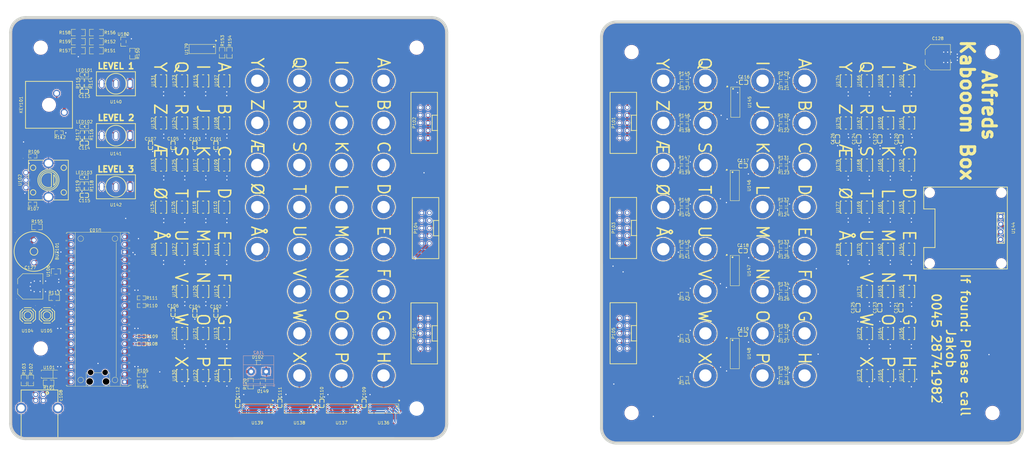
<source format=kicad_pcb>
(kicad_pcb (version 20221018) (generator pcbnew)
  (layers (0 "F.Cu" signal) (31 "B.Cu" signal) (34 "B.Paste" user) (35 "F.Paste" user) (36 "B.SilkS" user "B.Silkscreen") (37 "F.SilkS" user "F.Silkscreen") (38 "B.Mask" user) (39 "F.Mask" user) (44 "Edge.Cuts" user))
  (net 0 "")
  (net 1 "/Bottom/VDD")
  (net 2 "Net-(U106-D)")
  (net 3 "GND")
  (net 4 "Net-(c108-D-)")
  (net 5 "Net-(c108-D+)")
  (net 6 "/Bottom/+3.3V")
  (net 7 "Net-(J101-Pin_1)")
  (net 8 "Net-(J102-Pin_1)")
  (net 9 "Net-(J103-Pin_1)")
  (net 10 "Net-(J104-Pin_1)")
  (net 11 "Net-(J105-Pin_1)")
  (net 12 "Net-(J106-Pin_1)")
  (net 13 "Net-(J107-Pin_1)")
  (net 14 "/Bottom/LVL1")
  (net 15 "/Bottom/LVL3")
  (net 16 "Net-(J108-Pin_1)")
  (net 17 "Net-(J109-Pin_1)")
  (net 18 "Net-(J110-Pin_1)")
  (net 19 "/Bottom/LVL2")
  (net 20 "Net-(U179-2Y)")
  (net 21 "/Top/+3.3V_SHIFT")
  (net 22 "Net-(J111-Pin_1)")
  (net 23 "Net-(J112-Pin_1)")
  (net 24 "Net-(J113-Pin_1)")
  (net 25 "Net-(J114-Pin_1)")
  (net 26 "Net-(J115-Pin_1)")
  (net 27 "Net-(J116-Pin_1)")
  (net 28 "Net-(J117-Pin_1)")
  (net 29 "Net-(J118-Pin_1)")
  (net 30 "Net-(J119-Pin_1)")
  (net 31 "Net-(J120-Pin_1)")
  (net 32 "Net-(J121-Pin_1)")
  (net 33 "Net-(J122-Pin_1)")
  (net 34 "Net-(J123-Pin_1)")
  (net 35 "Net-(J124-Pin_1)")
  (net 36 "Net-(J125-Pin_1)")
  (net 37 "Net-(J126-Pin_1)")
  (net 38 "Net-(J127-Pin_1)")
  (net 39 "Net-(J128-Pin_1)")
  (net 40 "Net-(J129-Pin_1)")
  (net 41 "/Top/Shift_Parallel_to_Serial/J130")
  (net 42 "/Top/Shift_Parallel_to_Serial/J131")
  (net 43 "/Top/Shift_Parallel_to_Serial/J133")
  (net 44 "/Top/Shift_Parallel_to_Serial/J134")
  (net 45 "/Top/Shift_Parallel_to_Serial/J135")
  (net 46 "/Top/Shift_Parallel_to_Serial/J136")
  (net 47 "/Top/Shift_Parallel_to_Serial/J137")
  (net 48 "/Top/Shift_Parallel_to_Serial/J138")
  (net 49 "/Top/Shift_Parallel_to_Serial/J139")
  (net 50 "/Top/Shift_Parallel_to_Serial/J140")
  (net 51 "/Top/Shift_Parallel_to_Serial/J141")
  (net 52 "/Top/Shift_Parallel_to_Serial/J142")
  (net 53 "/Top/Shift_Parallel_to_Serial/J143")
  (net 54 "/Top/Shift_Parallel_to_Serial/J144")
  (net 55 "/Top/Shift_Parallel_to_Serial/J145")
  (net 56 "/Top/Shift_Parallel_to_Serial/J146")
  (net 57 "/Top/Shift_Parallel_to_Serial/J147")
  (net 58 "/Top/Shift_Parallel_to_Serial/J148")
  (net 59 "/Top/Shift_Parallel_to_Serial/J149")
  (net 60 "/Top/Shift_Parallel_to_Serial/J150")
  (net 61 "/Bottom/LEDs Sheet/LED_DATA_IN")
  (net 62 "/Top/Shift_Parallel_to_Serial/J152")
  (net 63 "/Top/Shift_Parallel_to_Serial/J153")
  (net 64 "/Top/Shift_Parallel_to_Serial/J154")
  (net 65 "/Top/Shift_Parallel_to_Serial/J155")
  (net 66 "/Top/Shift_Parallel_to_Serial/J156")
  (net 67 "/Top/Shift_Parallel_to_Serial/J157")
  (net 68 "/I2C1_SDA_LID")
  (net 69 "/I2C_SCL_LID")
  (net 70 "/I2C1_SDA_BOT")
  (net 71 "/I2C_SCL_BOT")
  (net 72 "/SPI0_RX_LID")
  (net 73 "/SPI0_CSn_LID")
  (net 74 "Net-(LED101-K)")
  (net 75 "Net-(LED101-A)")
  (net 76 "Net-(LED102-K)")
  (net 77 "Net-(LED102-A)")
  (net 78 "Net-(LED103-K)")
  (net 79 "Net-(LED103-A)")
  (net 83 "/Bottom/START")
  (net 84 "/Bottom/LED_DATA_OUT")
  (net 86 "Net-(U101-K)")
  (net 87 "Net-(U106-G)")
  (net 89 "/Bottom/BUZZER")
  (net 90 "/Bottom/POWER_DRAIN")
  (net 91 "/Bottom/DT")
  (net 92 "/Bottom/CLK")
  (net 93 "/Bottom/SPI0_RX")
  (net 94 "/Bottom/SPI0_CSn")
  (net 95 "/Top/Shift_Parallel_to_Serial/SER_IN_3")
  (net 96 "/Top/Shift_Parallel_to_Serial/SER_IN_2")
  (net 97 "/Top/Shift_Parallel_to_Serial/SER_IN_1")
  (net 98 "Net-(U103-RUN)")
  (net 100 "/Bottom/LED_DATA_IN")
  (net 101 "/Bottom/Shift_Serial_to_Parallel/SERIAL_IN_2")
  (net 102 "/Bottom/SPI0_TX")
  (net 103 "/Bottom/SPI0_SCK")
  (net 104 "/Bottom/Shift_Serial_to_Parallel/SERIAL_IN_3")
  (net 108 "Net-(U103-3V3_EN)")
  (net 112 "Net-(U129-DO)")
  (net 113 "Net-(U130-DO)")
  (net 114 "Net-(U131-DO)")
  (net 115 "Net-(U132-DO)")
  (net 116 "Net-(U133-DO)")
  (net 117 "Net-(U134-DO)")
  (net 118 "/Bottom/Shift_Serial_to_Parallel/SERIAL_IN_4")
  (net 128 "Net-(U107-DO)")
  (net 129 "Net-(U108-DO)")
  (net 130 "Net-(U109-DO)")
  (net 131 "Net-(U110-DO)")
  (net 132 "Net-(U111-DO)")
  (net 133 "Net-(U112-DO)")
  (net 134 "Net-(U113-DO)")
  (net 135 "Net-(U114-DO)")
  (net 136 "Net-(U115-DO)")
  (net 137 "Net-(U116-DO)")
  (net 138 "Net-(U117-DO)")
  (net 139 "Net-(U118-DO)")
  (net 140 "Net-(U119-DO)")
  (net 141 "Net-(U120-DO)")
  (net 142 "Net-(U121-DO)")
  (net 143 "Net-(U122-DO)")
  (net 144 "Net-(U123-DO)")
  (net 145 "Net-(U124-DO)")
  (net 146 "Net-(U125-DO)")
  (net 147 "Net-(U126-DO)")
  (net 148 "Net-(U127-DO)")
  (net 149 "Net-(U128-DO)")
  (net 150 "/SPI0_SCK_LID")
  (net 151 "/SPI0_TX_LID")
  (net 152 "/SPI0_RX_BOT")
  (net 153 "/SPI0_CSn_BOT")
  (net 154 "/SPI0_SCK_BOT")
  (net 155 "/SPI0_TX_BOT")
  (net 156 "Net-(D102-A)")
  (net 157 "/Bottom/RUMBLE")
  (net 158 "Net-(U149-G)")
  (net 159 "/Top/VDD")
  (net 160 "/Top/LED_DATA_IN")
  (net 161 "Net-(U150-DO)")
  (net 162 "Net-(U176-DO)")
  (net 163 "Net-(U151-DO)")
  (net 164 "Net-(U177-DO)")
  (net 165 "Net-(U152-DO)")
  (net 166 "Net-(U153-DO)")
  (net 167 "Net-(U154-DO)")
  (net 168 "Net-(U155-DO)")
  (net 169 "Net-(U156-DO)")
  (net 170 "Net-(U157-DO)")
  (net 171 "Net-(U158-DO)")
  (net 172 "Net-(U159-DO)")
  (net 173 "Net-(U160-DO)")
  (net 174 "Net-(U161-DO)")
  (net 175 "Net-(U162-DO)")
  (net 176 "Net-(U163-DO)")
  (net 177 "Net-(U164-DO)")
  (net 178 "Net-(U165-DO)")
  (net 179 "Net-(U166-DO)")
  (net 180 "Net-(U167-DO)")
  (net 181 "Net-(U168-DO)")
  (net 182 "Net-(U169-DO)")
  (net 183 "Net-(U170-DO)")
  (net 184 "Net-(U171-DO)")
  (net 185 "Net-(U172-DO)")
  (net 186 "Net-(U173-DO)")
  (net 187 "Net-(U174-DO)")
  (net 188 "Net-(U175-DO)")
  (net 189 "/Top/LEDs Sheet1/LED_DATA_OUT")
  (net 190 "Net-(U179-1Y)")
  (net 192 "/Top/Shift_Parallel_to_Serial/J160")
  (net 193 "/Top/Shift_Parallel_to_Serial/J161")
  (net 194 "/Top/Shift_Parallel_to_Serial/J132")
  (net 195 "/Bottom/SPI0_RST")
  (net 196 "/Top/+3.3V_OLED")
  (net 200 "/Top/Shift_Parallel_to_Serial/J158")
  (net 201 "/Top/Shift_Parallel_to_Serial/J151")
  (net 202 "/Top/GND")
  (net 203 "/Top/Shift_Parallel_to_Serial/J159")
  (net 204 "Net-(U180-G)")
  (net 205 "Net-(R151-Pad2)")
  (net 206 "Net-(U180-D)")
  (footprint "footprint:R0603" (layer "F.Cu") (at 312 80)
    (fp_text reference "R129")
    (fp_text value "0603WAF1202T5E")
  )
  (footprint "footprint:SOT-23-3_L2.9-W1.6-P1.90-LS2.8-BR" (layer "F.Cu") (at 92.5 68)
    (fp_text reference "U180")
    (fp_text value "AO3400A")
  )
  (footprint "footprint:SOD-323_L1.8-W1.3-LS2.5-RD" (layer "F.Cu") (at 137.2 174.7)
    (fp_text reference "D102")
    (fp_text value "1N5819WS")
  )
  (footprint "footprint:LED-SMD_4P-L3.7-W3.5-P1.75-BR-SK6812MINI" (layer "F.Cu") (at 353.725032 137 90)
    (fp_text reference "U154")
    (fp_text value "WS2812E-MINI-X1")
  )
  (footprint "footprint:USB-B_TH_BF90" (layer "F.Cu") (at 64.6 187.576029)
    (fp_text reference "c108")
    (fp_text value "USB-B-Female-TH_C46393")
  )
  (footprint "MountingHole:MountingHole_4.3mm_M4" (layer "F.Cu") (at 381.464466 71.464466 90)
    (fp_text reference "H105" hide)
    (fp_text value "MountingHole")
  )
  (footprint "footprint:R0603" (layer "F.Cu") (at 279 82 180)
    (fp_text reference "R137")
    (fp_text value "0603WAF1202T5E")
  )
  (footprint "Kaboom_box:2mm testlead, screw-clamp" (layer "F.Cu") (at 319 95 -90)
    (fp_text reference "J131" hide)
    (fp_text value "2mm_clamp")
  )
  (footprint "Module_RaspberryPi_Pico:RaspberryPi_Pico_Common_No_Keepout" (layer "F.Cu") (at 84 157 180)
    (fp_text reference "U103")
    (fp_text value "RaspberryPi_Pico")
  )
  (footprint "footprint:LED-SMD_4P-L3.7-W3.5-P1.75-BR-SK6812MINI" (layer "F.Cu") (at 346.725032 109 90)
    (fp_text reference "U160")
    (fp_text value "WS2812E-MINI-X1")
  )
  (footprint "Kaboom_box:2mm testlead, screw-clamp" (layer "F.Cu") (at 286 179 -90)
    (fp_text reference "J153" hide)
    (fp_text value "2mm_clamp")
  )
  (footprint "MountingHole:MountingHole_4.3mm_M4" (layer "F.Cu") (at 65 170 -90)
    (fp_text reference "H104" hide)
    (fp_text value "MountingHole")
  )
  (footprint "footprint:R0603" (layer "F.Cu") (at 80.25 116 -90)
    (fp_text reference "R118")
    (fp_text value "0603WAF100JT5E")
  )
  (footprint "footprint:LED-SMD_4P-L3.7-W3.5-P1.75-BR-SK6812MINI" (layer "F.Cu") (at 126 165 90)
    (fp_text reference "U113")
    (fp_text value "WS2812E-MINI-X1")
  )
  (footprint "footprint:C0603" (layer "F.Cu") (at 123.25 102.5 90)
    (fp_text reference "C101")
    (fp_text value "CC0603KRX7R9BB104")
  )
  (footprint "Kaboom_box:2mm testlead, screw-clamp" (layer "F.Cu") (at 179 81 -90)
    (fp_text reference "J101" hide)
    (fp_text value "2mm_clamp")
  )
  (footprint "footprint:R0603" (layer "F.Cu") (at 98.5 168.5 180)
    (fp_text reference "R108")
    (fp_text value "0603WAF1002T5E")
  )
  (footprint "footprint:LED-SMD_4P-L3.7-W3.5-P1.75-BR-SK6812MINI" (layer "F.Cu") (at 105 123 90)
    (fp_text reference "U134")
    (fp_text value "WS2812E-MINI-X1")
  )
  (footprint "MountingHole:MountingHole_4.3mm_M4" (layer "F.Cu") (at 261.464466 191.464466 90)
    (fp_text reference "H108" hide)
    (fp_text value "MountingHole")
  )
  (footprint "footprint:IDC-TH_10P-P2.54_C5665" (layer "F.Cu") (at 192.95 130 90)
    (fp_text reference "P104")
    (fp_text value "HDR-IDC-2_54-2X5P")
  )
  (footprint "footprint:LED0603-RD" (layer "F.Cu") (at 79.5 96.25)
    (fp_text reference "LED102")
    (fp_text value "KT-0603R")
  )
  (footprint "footprint:C0603" (layer "F.Cu") (at 344 100.35 90)
    (fp_text reference "C122")
    (fp_text value "CC0603KRX7R9BB104")
  )
  (footprint "footprint:IDC-TH_10P-P2.54_C5665" (layer "F.Cu") (at 258.729997 95 90)
    (fp_text reference "P101")
    (fp_text value "HDR-IDC-2_54-2X5P")
  )
  (footprint "footprint:C0603" (layer "F.Cu") (at 130.5 188.25 90)
    (fp_text reference "C112")
    (fp_text value "CC0603KRX7R9BB104")
  )
  (footprint "footprint:R1206" (layer "F.Cu") (at 83.521209 65 180)
    (fp_text reference "R156")
    (fp_text value "1206W4F1000T5E")
  )
  (footprint "footprint:C0603" (layer "F.Cu") (at 298.525038 109.25 180)
    (fp_text reference "C117")
    (fp_text value "CC0603KRX7R9BB104")
  )
  (footprint "footprint:R1206" (layer "F.Cu") (at 77.521209 65 180)
    (fp_text reference "R158")
    (fp_text value "1206W4F1000T5E")
  )
  (footprint "footprint:SOIC-16_L9.9-W3.9-P1.27-LS6.0-BL" (layer "F.Cu") (at 179 190 180)
    (fp_text reference "U136")
    (fp_text value "74HC595D,118")
  )
  (footprint "footprint:C0603" (layer "F.Cu") (at 116.25 158.25 90)
    (fp_text reference "C104")
    (fp_text value "CC0603KRX7R9BB104")
  )
  (footprint "Kaboom_box:2mm testlead, screw-clamp" (layer "F.Cu") (at 179 151 -90)
    (fp_text reference "J113" hide)
    (fp_text value "2mm_clamp")
  )
  (footprint "Kaboom_box:2mm testlead, screw-clamp" (layer "F.Cu") (at 305 95 -90)
    (fp_text reference "J139" hide)
    (fp_text value "2mm_clamp")
  )
  (footprint "footprint:R0805" (layer "F.Cu") (at 59.4 180.65 90)
    (fp_text reference "R103")
    (fp_text value "0805W8F0000T5E")
  )
  (footprint "footprint:SW-TH_EC12E1220813" (layer "F.Cu") (at 63.816446 114.029978 -90)
    (fp_text reference "U102")
    (fp_text value "EC12E1220813")
  )
  (footprint "footprint:SOIC-16_L9.9-W3.9-P1.27-LS6.0-BL" (layer "F.Cu") (at 295.789453 171.722356 -90)
    (fp_text reference "U148")
    (fp_text value "74HC165D,653")
  )
  (footprint "footprint:LED-SMD_4P-L3.7-W3.5-P1.75-BR-SK6812MINI" (layer "F.Cu") (at 339.725032 81 90)
    (fp_text reference "U166")
    (fp_text value "WS2812E-MINI-X1")
  )
  (footprint "footprint:LED-SMD_4P-L3.7-W3.5-P1.75-BR-SK6812MINI" (layer "F.Cu") (at 119 95 90)
    (fp_text reference "U116")
    (fp_text value "WS2812E-MINI-X1")
  )
  (footprint "footprint:R0603" (layer "F.Cu") (at 312 166 180)
    (fp_text reference "R127")
    (fp_text value "0603WAF1202T5E")
  )
  (footprint "footprint:SW-SMD_4P-L5.1-W5.1-P3.70-LS6.5-TL-2" (layer "F.Cu") (at 60.7 159.025 -90)
    (fp_text reference "U104")
    (fp_text value "TS-1187A-B-A-B")
  )
  (footprint "MountingHole:MountingHole_4.3mm_M4" (layer "F.Cu") (at 190 190 -90)
    (fp_text reference "H101" hide)
    (fp_text value "MountingHole")
  )
  (footprint "footprint:LED-SMD_4P-L3.7-W3.5-P1.75-BR-SK6812MINI" (layer "F.Cu") (at 112 137 90)
    (fp_text reference "U127")
    (fp_text value "WS2812E-MINI-X1")
  )
  (footprint "Kaboom_box:2mm testlead, screw-clamp" (layer "F.Cu") (at 137 81 -90)
    (fp_text reference "J122" hide)
    (fp_text value "2mm_clamp")
  )
  (footprint "Kaboom_box:2mm testlead, screw-clamp" (layer "F.Cu") (at 319 81 -90)
    (fp_text reference "J130" hide)
    (fp_text value "2mm_clamp")
  )
  (footprint "footprint:R1206" (layer "F.Cu") (at 83.521209 71 180)
    (fp_text reference "R151")
    (fp_text value "1206W4F1000T5E")
  )
  (footprint "footprint:C0603" (layer "F.Cu") (at 109 102.5 90)
    (fp_text reference "C105")
    (fp_text value "CC0603KRX7R9BB104")
  )
  (footprint "footprint:R0603" (layer "F.Cu") (at 279 80)
    (fp_text reference "R145")
    (fp_text value "0603WAF1202T5E")
  )
  (footprint "footprint:R0805" (layer "F.Cu") (at 95.5 72 -90)
    (fp_text reference "R150")
    (fp_text value "0805W8F0000T5E")
  )
  (footprint "footprint:IDC-TH_10P-P2.54_C5665" (layer "F.Cu") (at 192.5 165 90)
    (fp_text reference "P106")
    (fp_text value "HDR-IDC-2_54-2X5P")
  )
  (footprint "Kaboom_box:2mm testlead, screw-clamp" (layer "F.Cu") (at 179 95 -90)
    (fp_text reference "J104" hide)
    (fp_text value "2mm_clamp")
  )
  (footprint "Kaboom_box:2mm testlead, screw-clamp" (layer "F.Cu") (at 305 123 -90)
    (fp_text reference "J141" hide)
    (fp_text value "2mm_clamp")
  )
  (footprint "footprint:LED-SMD_4P-L3.7-W3.5-P1.75-BR-SK6812MINI" (layer "F.Cu") (at 353.725032 123 90)
    (fp_text reference "U153")
    (fp_text value "WS2812E-MINI-X1")
  )
  (footprint "footprint:LED-SMD_4P-L3.7-W3.5-P1.75-BR-SK6812MINI" (layer "F.Cu") (at 339.725032 95 90)
    (fp_text reference "U167")
    (fp_text value "WS2812E-MINI-X1")
  )
  (footprint "footprint:R0805" (layer "F.Cu") (at 134.8 181.7 -90)
    (fp_text reference "R120")
    (fp_text value "0805W8F0000T5E")
  )
  (footprint "footprint:LED-SMD_4P-L3.7-W3.5-P1.75-BR-SK6812MINI" (layer "F.Cu") (at 339.725032 109 90)
    (fp_text reference "U168")
    (fp_text value "WS2812E-MINI-X1")
  )
  (footprint "footprint:R0603" (layer "F.Cu") (at 279 124 180)
    (fp_text reference "R140")
    (fp_text value "0603WAF1202T5E")
  )
  (footprint "footprint:SOIC-14_L8.7-W3.9-P1.27-LS6.0-BL" (layer "F.Cu") (at 118.738951 70.450051 180)
    (fp_text reference "U179")
    (fp_text value "74HC14D,653")
  )
  (footprint "footprint:C0603" (layer "F.Cu") (at 336.75 156.45 90)
    (fp_text reference "C125")
    (fp_text value "CC0603KRX7R9BB104")
  )
  (footprint "footprint:LED-SMD_4P-L3.7-W3.5-P1.75-BR-SK6812MINI" (layer "F.Cu") (at 126 109 90)
    (fp_text reference "U109")
    (fp_text value "WS2812E-MINI-X1")
  )
  (footprint "Kaboom_box:2mm testlead, screw-clamp" (layer "F.Cu") (at 286 81 -90)
    (fp_text reference "J146" hide)
    (fp_text value "2mm_clamp")
  )
  (footprint "footprint:R0603" (layer "F.Cu") (at 312 180 180)
    (fp_text reference "R128")
    (fp_text value "0603WAF1202T5E")
  )
  (footprint "footprint:C0603" (layer "F.Cu") (at 298.525038 165.25 180)
    (fp_text reference "C119")
    (fp_text value "CC0603KRX7R9BB104")
  )
  (footprint "Kaboom_box:2mm testlead, screw-clamp" (layer "F.Cu") (at 137 95 -90)
    (fp_text reference "J118" hide)
    (fp_text value "2mm_clamp")
  )
  (footprint "footprint:R0603" (layer "F.Cu") (at 279 166 180)
    (fp_text reference "R143")
    (fp_text value "0603WAF1202T5E")
  )
  (footprint "footprint:R0603" (layer "F.Cu") (at 312 82 180)
    (fp_text reference "R121")
    (fp_text value "0603WAF1202T5E")
  )
  (footprint "footprint:R0805" (layer "F.Cu") (at 67.625 181.425 180)
    (fp_text reference "R101")
    (fp_text value "0805W8F0000T5E")
  )
  (footprint "Kaboom_box:2mm testlead, screw-clamp" (layer "F.Cu") (at 286 137 -90)
    (fp_text reference "J150" hide)
    (fp_text value "2mm_clamp")
  )
  (footprint "footprint:R0603" (layer "F.Cu") (at 312 96 180)
    (fp_text reference "R122")
    (fp_text value "0603WAF1202T5E")
  )
  (footprint "footprint:SOIC-16_L9.9-W3.9-P1.27-LS6.0-BL" (layer "F.Cu") (at 137 190 180)
    (fp_text reference "U139")
    (fp_text value "74HC595D,118")
  )
  (footprint "Kaboom_box:2mm testlead, screw-clamp" (layer "F.Cu") (at 165 123 -90)
    (fp_text reference "J108" hide)
    (fp_text value "2mm_clamp")
  )
  (footprint "Kaboom_box:2mm testlead, screw-clamp" (layer "F.Cu") (at 151 137 -90)
    (fp_text reference "J125" hide)
    (fp_text value "2mm_clamp")
  )
  (footprint "footprint:LED-SMD_4P-L3.7-W3.5-P1.75-BR-SK6812MINI" (layer "F.Cu") (at 353.725032 165 90)
    (fp_text reference "U156")
    (fp_text value "WS2812E-MINI-X1")
  )
  (footprint "Kaboom_box:2mm testlead, screw-clamp" (layer "F.Cu") (at 305 137 -90)
    (fp_text reference "J142" hide)
    (fp_text value "2mm_clamp")
  )
  (footprint "footprint:R0603" (layer "F.Cu") (at 98.5 178.8 180)
    (fp_text reference "R105")
    (fp_text value "0603WAF1003T5E")
  )
  (footprint "footprint:C0603" (layer "F.Cu") (at 79.5 101.75)
    (fp_text reference "C114")
    (fp_text value "0603B152K500NT")
  )
  (footprint "footprint:LED-SMD_4P-L3.7-W3.5-P1.75-BR-SK6812MINI" (layer "F.Cu") (at 353.725032 95 90)
    (fp_text reference "U151")
    (fp_text value "WS2812E-MINI-X1")
  )
  (footprint "footprint:R0603" (layer "F.Cu") (at 279 108)
    (fp_text reference "R147")
    (fp_text value "0603WAF1202T5E")
  )
  (footprint "Kaboom_box:2mm testlead, screw-clamp" (layer "F.Cu") (at 286 109 -90)
    (fp_text reference "J148" hide)
    (fp_text value "2mm_clamp")
  )
  (footprint "footprint:C0603" (layer "F.Cu") (at 172.5 188.25 90)
    (fp_text reference "C109")
    (fp_text value "CC0603KRX7R9BB104")
  )
  (footprint "footprint:R0603" (layer "F.Cu") (at 279 94)
    (fp_text reference "R146")
    (fp_text value "0603WAF1202T5E")
  )
  (footprint "footprint:LED-SMD_4P-L3.7-W3.5-P1.75-BR-SK6812MINI" (layer "F.Cu") (at 112 123 90)
    (fp_text reference "U126")
    (fp_text value "WS2812E-MINI-X1")
  )
  (footprint "footprint:C0603" (layer "F.Cu") (at 329.95 100.35 90)
    (fp_text reference "C126")
    (fp_text value "CC0603KRX7R9BB104")
  )
  (footprint "footprint:R0603" (layer "F.Cu") (at 80.3 99 -90)
    (fp_text reference "R116")
    (fp_text value "0603WAF100JT5E")
  )
  (footprint "footprint:R1206" (layer "F.Cu") (at 77.521209 68 180)
    (fp_text reference "R159")
    (fp_text value "1206W4F1000T5E")
  )
  (footprint "footprint:R0603" (layer "F.Cu") (at 312 94)
    (fp_text reference "R130")
    (fp_text value "0603WAF1202T5E")
  )
  (footprint "footprint:R0603" (layer "F.Cu") (at 279 180 180)
    (fp_text reference "R144")
    (fp_text value "0603WAF1202T5E")
  )
  (footprint "Kaboom_box:2mm testlead, screw-clamp" (layer "F.Cu") (at 151 179 -90)
    (fp_text reference "J129" hide)
    (fp_text value "2mm_clamp")
  )
  (footprint "footprint:LED-SMD_4P-L3.7-W3.5-P1.75-BR-SK6812MINI" (layer "F.Cu") (at 332.725032 123 90)
    (fp_text reference "U177")
    (fp_text value "WS2812E-MINI-X1")
  )
  (footprint "Kaboom_box:2mm testlead, screw-clamp" (layer "F.Cu") (at 151 151 -90)
    (fp_text reference "J127" hide)
    (fp_text value "2mm_clamp")
  )
  (footprint "footprint:LED-SMD_4P-L3.7-W3.5-P1.75-BR-SK6812MINI" (layer "F.Cu") (at 112 165 90)
    (fp_text reference "U129")
    (fp_text value "WS2812E-MINI-X1")
  )
  (footprint "footprint:LED-SMD_4P-L3.7-W3.5-P1.75-BR-SK6812MINI" (layer "F.Cu") (at 346.725032 95 90)
    (fp_text reference "U159")
    (fp_text value "WS2812E-MINI-X1")
  )
  (footprint "footprint:LED-SMD_4P-L3.7-W3.5-P1.75-BR-SK6812MINI" (layer "F.Cu") (at 346.725032 137 90)
    (fp_text reference "U162")
    (fp_text value "WS2812E-MINI-X1")
  )
  (footprint "footprint:LED-SMD_4P-L3.7-W3.5-P1.75-BR-SK6812MINI" (layer "F.Cu") (at 112 179 90)
    (fp_text reference "U130")
    (fp_text value "WS2812E-MINI-X1")
  )
  (footprint "footprint:C0603" (layer "F.Cu") (at 344 156.45 90)
    (fp_text reference "C123")
    (fp_text value "CC0603KRX7R9BB104")
  )
  (footprint "footprint:R0603" (layer "F.Cu") (at 279 136)
    (fp_text reference "R149")
    (fp_text value "0603WAF1202T5E")
  )
  (footprint "Kaboom_box:2mm testlead, screw-clamp" (layer "F.Cu") (at 179 109 -90)
    (fp_text reference "J107" hide)
    (fp_text value "2mm_clamp")
  )
  (footprint "Kaboom_box:2mm testlead, screw-clamp" (layer "F.Cu") (at 151 165 -90)
    (fp_text reference "J128" hide)
    (fp_text value "2mm_clamp")
  )
  (footprint "footprint:LED0603-RD" (layer "F.Cu") (at 79.5 79.046038)
    (fp_text reference "LED101")
    (fp_text value "KT-0603R")
  )
  (footprint "footprint:SW-SMD_4P-L5.1-W5.1-P3.70-LS6.5-TL-2" (layer "F.Cu") (at 67.075 159.025 -90)
    (fp_text reference "U105")
    (fp_text value "TS-1187A-B-A-B")
  )
  (footprint "footprint:SOT-23-3_L2.9-W1.6-P1.90-LS2.8-BR" (layer "F.Cu") (at 138.85 181.55 180)
    (fp_text reference "U149")
    (fp_text value "AO3400A")
  )
  (footprint "Kaboom_box:2mm testlead, screw-clamp" (layer "F.Cu") (at 319 123 -90)
    (fp_text reference "J133" hide)
    (fp_text value "2mm_clamp")
  )
  (footprint "footprint:C0603" (layer "F.Cu") (at 337 100.35 90)
    (fp_text reference "C124")
    (fp_text value "CC0603KRX7R9BB104")
  )
  (footprint "footprint:R0603" (layer "F.Cu") (at 279 96 180)
    (fp_text reference "R138")
    (fp_text value "0603WAF1202T5E")
  )
  (footprint "footprint:R0603" (layer "F.Cu") (at 312 164)
    (fp_text reference "R135")
    (fp_text value "0603WAF1202T5E")
  )
  (footprint "footprint:CAP-SMD_BD8.0-L8.3-W8.3-FD" (layer "F.Cu") (at 363.282791 73.175)
    (fp_text reference "C128")
    (fp_text value "RVT0J102M0810")
  )
  (footprint "Kaboom_box:2mm testlead, screw-clamp" (layer "F.Cu") (at 137 123 -90)
    (fp_text reference "J124" hide)
    (fp_text value "2mm_clamp")
  )
  (footprint "footprint:C0603" (layer "F.Cu") (at 351 156.45 90)
    (fp_text reference "C121")
    (fp_text value "CC0603KRX7R9BB104")
  )
  (footprint "footprint:C0603" (layer "F.Cu") (at 109 158 90)
    (fp_text reference "C106")
    (fp_text value "CC0603KRX7R9BB104")
  )
  (footprint "Kaboom_box:2mm testlead, screw-clamp" (layer "F.Cu") (at 151 81 -90)
    (fp_text reference "J120" hide)
    (fp_text value "2mm_clamp")
  )
  (footprint "Kaboom_box:2mm testlead, screw-clamp" (layer "F.Cu") (at 286 123 -90)
    (fp_text reference "J149" hide)
    (fp_text value "2mm_clamp")
  )
  (footprint "footprint:C0603" (layer "F.Cu") (at 351 100.35 90)
    (fp_text reference "C120")
    (fp_text value "CC0603KRX7R9BB104")
  )
  (footprint "Kaboom_box:2mm testlead, screw-clamp" (layer "F.Cu") (at 151 109 -90)
    (fp_text reference "J119" hide)
    (fp_text value "2mm_clamp")
  )
  (footprint "footprint:SMA_L4.4-W2.8-LS5.4-R-RD" (layer "F.Cu") (at 67.825 178.575 180)
    (fp_text reference "U101")
    (fp_text value "SS54_C22452")
  )
  (footprint "PCM_kikit:Board" (layer "F.Cu") (at 258.3 61.45)
    (fp_text reference "B102")
    (fp_text value "Board")
  )
  (footprint "Kaboom_box:2mm testlead, screw-clamp" (layer "F.Cu") (at 137 109 -90)
    (fp_text reference "J121" hide)
    (fp_text value "2mm_clamp")
  )
  (footprint "Kaboom_box:2mm testlead, screw-clamp" (layer "F.Cu") (at 305 81 -90)
    (fp_text reference "J138" hide)
    (fp_text value "2mm_clamp")
  )
  (footprint "footprint:R0603" (layer "F.Cu") (at 80.25 81.75 -90)
    (fp_text reference "R114")
    (fp_text value "0603WAF100JT5E")
  )
  (footprint "footprint:LED-SMD_4P-L3.7-W3.5-P1.75-BR-SK6812MINI" (layer "F.Cu") (at 112 81 90)
    (fp_text reference "U123")
    (fp_text value "WS2812E-MINI-X1")
  )
  (footprint "Kaboom_box:2mm testlead, screw-clamp" (layer "F.Cu") (at 165 109 -90)
    (fp_text reference "J105" hide)
    (fp_text value "2mm_clamp")
  )
  (footprint "footprint:R0603" (layer "F.Cu") (at 312 108)
    (fp_text reference "R131")
    (fp_text value "0603WAF1202T5E")
  )
  (footprint "Kaboom_box:2mm testlead, screw-clamp" (layer "F.Cu") (at 272 123 -90)
    (fp_text reference "J157" hide)
    (fp_text value "2mm_clamp")
  )
  (footprint "footprint:SOIC-16_L9.9-W3.9-P1.27-LS6.0-BL" (layer "F.Cu") (at 151 190 180)
    (fp_text reference "U138")
    (fp_text value "74HC595D,118")
  )
  (footprint "Kaboom_box:2mm testlead, screw-clamp" (layer "F.Cu") (at 272 109 -90)
    (fp_text reference "J156" hide)
    (fp_text value "2mm_clamp")
  )
  (footprint "footprint:LED-SMD_4P-L3.7-W3.5-P1.75-BR-SK6812MINI" (layer "F.Cu") (at 119 81 90)
    (fp_text reference "U115")
    (fp_text value "WS2812E-MINI-X1")
  )
  (footprint "Kaboom_box:2mm testlead, screw-clamp" (layer "F.Cu") (at 319 165 -90)
    (fp_text reference "J136" hide)
    (fp_text value "2mm_clamp")
  )
  (footprint "footprint:R0603" (layer "F.Cu") (at 312 110 180)
    (fp_text reference "R123")
    (fp_text value "0603WAF1202T5E")
  )
  (footprint "footprint:LED-SMD_4P-L3.7-W3.5-P1.75-BR-SK6812MINI" (layer "F.Cu") (at 332.725032 81 90)
    (fp_text reference "U174")
    (fp_text value "WS2812E-MINI-X1")
  )
  (footprint "footprint:LED-SMD_4P-L3.7-W3.5-P1.75-BR-SK6812MINI" (layer "F.Cu") (at 112 151 90)
    (fp_text reference "U128")
    (fp_text value "WS2812E-MINI-X1")
  )
  (footprint "footprint:R0603" (layer "F.Cu") (at 62.35 106.05)
    (fp_text reference "R106")
    (fp_text value "0603WAF1002T5E")
  )
  (footprint "footprint:LED-SMD_4P-L3.7-W3.5-P1.75-BR-SK6812MINI" (layer "F.Cu") (at 126 123 90)
    (fp_text reference "U110")
    (fp_text value "WS2812E-MINI-X1")
  )
  (footprint "footprint:LED-SMD_4P-L3.7-W3.5-P1.75-BR-SK6812MINI" (layer "F.Cu") (at 339.725032 165 90)
    (fp_text reference "U172")
    (fp_text value "WS2812E-MINI-X1")
  )
  (footprint "footprint:SOT-23-3_L2.9-W1.6-P1.90-LS2.8-BR" (layer "F.Cu") (at 70.05 144.409436 -90)
    (fp_text reference "U106")
    (fp_text value "AO3400A")
  )
  (footprint "Kaboom_box:2mm testlead, screw-clamp" (layer "F.Cu") (at 165 137 -90)
    (fp_text reference "J110" hide)
    (fp_text value "2mm_clamp")
  )
  (footprint "Kaboom_box:2mm testlead, screw-clamp" (layer "F.Cu") (at 305 165 -90)
    (fp_text reference "J144" hide)
    (fp_text value "2mm_clamp")
  )
  (footprint "footprint:SW-TH_MT-0-103-A101-M200-RS" (layer "F.Cu") (at 90 99.25 180)
    (fp_text reference "U141")
    (fp_text value "MT-0-103-F001-T000-RS+PJ")
  )
  (footprint "footprint:R0603" (layer "F.Cu") (at 279 152 180)
    (fp_text reference "R142")
    (fp_text value "0603WAF1202T5E")
  )
  (footprint "footprint:LED-SMD_4P-L3.7-W3.5-P1.75-BR-SK6812MINI" (layer "F.Cu") (at 346.725032 123 90)
    (fp_text reference "U161")
    (fp_text value "WS2812E-MINI-X1")
  )
  (footprint "footprint:LED-SMD_4P-L3.7-W3.5-P1.75-BR-SK6812MINI" (layer "F.Cu") (at 339.725032 151 90)
    (fp_text reference "U171")
    (fp_text value "WS2812E-MINI-X1")
  )
  (footprint "footprint:LED-SMD_4P-L3.7-W3.5-P1.75-BR-SK6812MINI" (layer "F.Cu") (at 353.725032 109 90)
    (fp_text reference "U152")
    (fp_text value "WS2812E-MINI-X1")
  )
  (footprint "footprint:C0603" (layer "F.Cu") (at 123.25 158.25 90)
    (fp_text reference "C102")
    (fp_text value "CC0603KRX7R9BB104")
  )
  (footprint "footprint:R0603" (layer "F.Cu") (at 279 122)
    (fp_text reference "R148")
    (fp_text value "0603WAF1202T5E")
  )
  (footprint "footprint:R0603" (layer "F.Cu") (at 98.5 166 180)
    (fp_text reference "R109")
    (fp_text value "0603WAF1002T5E")
  )
  (footprint "footprint:LED-SMD_4P-L3.7-W3.5-P1.75-BR-SK6812MINI" (layer "F.Cu") (at 126 137 90)
    (fp_text reference "U111")
    (fp_text value "WS2812E-MINI-X1")
  )
  (footprint "Kaboom_box:2mm testlead, screw-clamp" (layer "F.Cu") (at 305 151 -90)
    (fp_text reference "J143" hide)
    (fp_text value "2mm_clamp")
  )
  (footprint "footprint:C0603" (layer "F.Cu") (at 144.5 188.25 90)
    (fp_text reference "C111")
    (fp_text value "CC0603KRX7R9BB104")
  )
  (footprint "Kaboom_box:2mm testlead, screw-clamp" (layer "F.Cu") (at 179 165 -90)
    (fp_text reference "J115" hide)
    (fp_text value "2mm_clamp")
  )
  (footprint "Kaboom_box:2mm testlead, screw-clamp" (layer "F.Cu") (at 165 151 -90)
    (fp_text reference "J112" hide)
    (fp_text value "2mm_clamp")
  )
  (footprint "footprint:R0603" (layer "F.Cu") (at 98.5 155.737354 180)
    (fp_text reference "R110")
    (fp_text value "0603WAF1003T5E")
  )
  (footprint "Kaboom_box:2mm testlead, screw-clamp" (layer "F.Cu") (at 151 95 -90)
    (fp_text reference "J117" hide)
    (fp_text value "2mm_clamp")
  )
  (footprint "MountingHole:MountingHole_4.3mm_M4" (layer "F.Cu") (at 190 70 -90)
    (fp_text reference "H103" hide)
    (fp_text value "MountingHole")
  )
  (footprint "Kaboom_box:2mm testlead, screw-clamp" (layer "F.Cu") (at 165 179 -90)
    (fp_text reference "J116" hide)
    (fp_text value "2mm_clamp")
  )
  (footprint "footprint:LED-SMD_4P-L3.7-W3.5-P1.75-BR-SK6812MINI" (layer "F.Cu") (at 105 95 90)
    (fp_text reference "U132")
    (fp_text value "WS2812E-MINI-X1")
  )
  (footprint "footprint:C0603" (layer "F.Cu") (at 79.5 119.1)
    (fp_text reference "C115")
    (fp_text value "0603B152K500NT")
  )
  (footprint "footprint:SOIC-16_L9.9-W3.9-P1.27-LS6.0-BL" (layer "F.Cu") (at 165 190 180)
    (fp_text reference "U137")
    (fp_text value "74HC595D,118")
  )
  (footprint "footprint:LED-SMD_4P-L3.7-W3.5-P1.75-BR-SK6812MINI" (layer "F.Cu") (at 332.725032 95 90)
    (fp_text reference "U175")
    (fp_text value "WS2812E-MINI-X1")
  )
  (footprint "footprint:LED-SMD_4P-L3.7-W3.5-P1.75-BR-SK6812MINI" (layer "F.Cu") (at 346.725032 165 90)
    (fp_text reference "U164")
    (fp_text value "WS2812E-MINI-X1")
  )
  (footprint "footprint:LED-SMD_4P-L3.7-W3.5-P1.75-BR-SK6812MINI" (layer "F.Cu") (at 126 151 90)
    (fp_text reference "U112")
    (fp_text value "WS2812E-MINI-X1")
  )
  (footprint "footprint:BUZ-TH_BD12.6-P7.50-D0.9" (layer "F.Cu") (at 62.749999 137.75 -90)
    (fp_text reference "BUZ101")
    (fp_text value "ZL-YDW1207-4005PA-7_5")
  )
  (footprint "footprint:R0603" (layer "F.Cu") (at 62.3 122 180)
    (fp_text reference "R107")
    (fp_text value "0603WAF1002T5E")
  )
  (footprint "footprint:CAP-SMD_BD8.0-L8.3-W8.3-FD" (layer "F.Cu") (at 61.525 149.375)
    (fp_text reference "C127")
    (fp_text value "RVT0J102M0810")
  )
  (footprint "Kaboom_box:2mm testlead, screw-clamp" (layer "F.Cu") (at 272 95 -90)
    (fp_text reference "J155" hide)
    (fp_text value "2mm_clamp")
  )
  (footprint "footprint:R0805" (layer "F.Cu") (at 125.325 71.7 90)
    (fp_text reference "R153")
    (fp_text value "0805W8F0000T5E")
  )
  (footprint "Kaboom_box:2mm testlead, screw-clamp" (layer "F.Cu") (at 179 179 -90)
    (fp_text reference "J102" hide)
    (fp_text value "2mm_clamp")
  )
  (footprint "footprint:R0603" (layer "F.Cu") (at 78.75 116 90)
    (fp_text reference "R119")
    (fp_text value "0603WAF2000T5E")
  )
  (footprint "footprint:SOIC-16_L9.9-W3.9-P1.27-LS6.0-BL" (layer "F.Cu") (at 295.789453 115.835258 -90)
    (fp_text reference "U146")
    (fp_text value "74HC165D,653")
  )
  (footprint "footprint:R0603" (layer "F.Cu") (at 312 152 180)
    (fp_text reference "R126")
    (fp_text value "0603WAF1202T5E")
  )
  (footprint "footprint:LED-SMD_4P-L3.7-W3.5-P1.75-BR-SK6812MINI" (layer "F.Cu") (at 119 179 90)
    (fp_text reference "U122")
    (fp_text value "WS2812E-MINI-X1")
  )
  (footprint "footprint:R0603" (layer "F.Cu") (at 279 110 180)
    (fp_text reference "R139")
    (fp_text value "0603WAF1202T5E")
  )
  (footprint "footprint:R0805" (layer "F.Cu") (at 69.5 153.15)
    (fp_text reference "R113")
    (fp_text value "0805W8F0000T5E")
  )
  (footprint "footprint:C0603" (layer "F.Cu") (at 158.5 188.25 90)
    (fp_text reference "C110")
    (fp_text value "CC0603KRX7R9BB104")
  )
  (footprint "Kaboom_box:2mm testlead, screw-clamp" (layer "F.Cu") (at 305 179 -90)
    (fp_text reference "J145" hide)
    (fp_text value "2mm_clamp")
  )
  (footprint "footprint:IDC-TH_10P-P2.54_C5665" (layer "F.Cu") (at 258.729997 164.959994 90)
    (fp_text reference "P105")
    (fp_text value "HDR-IDC-2_54-2X5P")
  )
  (footprint "footprint:LED-SMD_4P-L3.7-W3.5-P1.75-BR-SK6812MINI" (layer "F.Cu") (at 126 179 90)
    (fp_text reference "U114")
    (fp_text value "WS2812E-MINI-X1")
  )
  (footprint "footprint:SOIC-16_L9.9-W3.9-P1.27-LS6.0-BL" (layer "F.Cu") (at 295.789453 144.127067 -90)
    (fp_text reference "U147")
    (fp_text value "74HC165D,653")
  )
  (footprint "footprint:R0805" (layer "F.Cu") (at 61.7 180.65 90)
    (fp_text reference "R102")
    (fp_text value "0805W8F0000T5E")
  )
  (footprint "footprint:SOIC-16_L9.9-W3.9-P1.27-LS6.0-BL" (layer "F.Cu") (at 295.968359 88.127067 -90)
    (fp_text reference "U145")
    (fp_text value "74HC165D,653")
  )
  (footprint "footprint:LED-SMD_4P-L3.7-W3.5-P1.75-BR-SK6812MINI" (layer "F.Cu") (at 339.725032 123 90)
    (fp_text reference "U169")
    (fp_text value "WS2812E-MINI-X1")
  )
  (footprint "footprint:OLED-TH_L27.8-W27.2-P2.54_C9900033791" (layer "F.Cu") (at 384.201 129.959995 -90)
    (fp_text reference "U144")
    (fp_text value "HS96L03W2C03")
  )
  (footprint "footprint:LED-SMD_4P-L3.7-W3.5-P1.75-BR-SK6812MINI" (layer "F.Cu") (at 105 81 90)
    (fp_text reference "U131")
    (fp_text value "WS2812E-MINI-X1")
  )
  (footprint "Kaboom_box:2mm testlead, screw-clamp" (layer "F.Cu") (at 319 151 -90)
    (fp_text reference "J135" hide)
    (fp_text value "2mm_clamp")
  )
  (footprint "footprint:LED-SMD_4P-L3.7-W3.5-P1.75-BR-SK6812MINI" (layer "F.Cu") (at 353.725032 151 90)
    (fp_text reference "U155")
    (fp_text value "WS2812E-MINI-X1")
  )
  (footprint "Kaboom_box:2mm testlead, screw-clamp" (layer "F.Cu") (at 137 137 -90)
    (fp_text reference "J126" hide)
    (fp_text value "2mm_clamp")
  )
  (footprint "footprint:LED-SMD_4P-L3.7-W3.5-P1.75-BR-SK6812MINI" (layer "F.Cu") (at 119 109 90)
    (fp_text reference "U117")
    (fp_text value "WS2812E-MINI-X1")
  )
  (footprint "Kaboom_box:2mm testlead, screw-clamp" (layer "F.Cu") (at 179 123 -90)
    (fp_text reference "J109" hide)
    (fp_text value "2mm_clamp")
  )
  (footprint "Kaboom_box:2mm testlead, screw-clamp" (layer "F.Cu") (at 165 165 -90)
    (fp_text reference "J114" hide)
    (fp_text value "2mm_clamp")
  )
  (footprint "MountingHole:MountingHole_4.3mm_M4" (layer "F.Cu") (at 381.464466 191.464466 90)
    (fp_text reference "H107" hide)
    (fp_text value "MountingHole")
  )
  (footprint "footprint:R0805" (layer "F.Cu") (at 63.775 129.6 180)
    (fp_text reference "R155")
    (fp_text value "0805W8F2000T5E")
  )
  (footprint "MountingHole:MountingHole_4.3mm_M4" (layer "F.Cu") (at 65 70 -90)
    (fp_text reference "H102" hide)
    (fp_text value "MountingHole")
  )
  (footprint "footprint:LED-SMD_4P-L3.7-W3.5-P1.75-BR-SK6812MINI" (layer "F.Cu") (at 339.725032 179 90)
    (fp_text reference "U173")
    (fp_text value "WS2812E-MINI-X1")
  )
  (footprint "footprint:LED-SMD_4P-L3.7-W3.5-P1.75-BR-SK6812MINI" (layer "F.Cu") (at 353.725032 179 90)
    (fp_text reference "U157")
    (fp_text value "WS2812E-MINI-X1")
  )
  (footprint "footprint:KEY-TH_CPG151101D21X" (layer "F.Cu") (at 71.560007 88.364999 -90)
    (fp_text reference "KEY101")
    (fp_text value "CPG151101D214")
  )
  (footprint "footprint:LED-SMD_4P-L3.7-W3.5-P1.75-BR-SK6812MINI" (layer "F.Cu") (at 119 151 90)
    (fp_text reference "U120")
    (fp_text value "WS2812E-MINI-X1")
  )
  (footprint "footprint:R0603" (layer "F.Cu") (at 312 124 180)
    (fp_text reference "R124")
    (fp_text value "0603WAF1202T5E")
  )
  (footprint "Kaboom_box:2mm testlead, screw-clamp" (layer "F.Cu") (at 272 137 -90)
    (fp_text reference "J158" hide)
    (fp_text value "2mm_clamp")
  )
  (footprint "PCM_kikit:Board" (layer "F.Cu") (at 61 60)
    (fp_text reference "B101")
    (fp_text value "Board")
  )
  (footprint "footprint:R1206" (layer "F.Cu") (at 77.521209 71 180)
    (fp_text reference "R157")
    (fp_text value "1206W4F1000T5E")
  )
  (footprint "footprint:R0603" (layer "F.Cu") (at 312 138 180)
    (fp_text reference "R125")
    (fp_text value "0603WAF1202T5E")
  )
  (footprint "Kaboom_box:2mm testlead, screw-clamp" (layer "F.Cu") (at 305 109 -90)
    (fp_text reference "J140" hide)
    (fp_text value "2mm_clamp")
  )
  (footprint "footprint:R0603" (layer "F.Cu") (at 71.1 98.3 180)
    (fp_text reference "R112")
    (fp_text value "0603WAF1002T5E")
  )
  (footprint "footprint:R0805" (layer "F.Cu") (at 127.75 71.7 90)
    (fp_text reference "R154")
    (fp_text value "0805W8F0000T5E")
  )
  (footprint "footprint:R0603" (layer "F.Cu") (at 279 138 180)
    (fp_text reference "R141")
    (fp_text value "0603WAF1202T5E")
  )
  (footprint "footprint:C0603" (layer "F.Cu") (at 116.25 102.5 90)
    (fp_text reference "C103")
    (fp_text value "CC0603KRX7R9BB104")
  )
  (footprint "footprint:IDC-TH_10P-P2.54_C5665" (layer "F.Cu") (at 258.729997 129.959995 90)
    (fp_text reference "P103")
    (fp_text value "HDR-IDC-2_54-2X5P")
  )
  (footprint "footprint:LED-SMD_4P-L3.7-W3.5-P1.75-BR-SK6812MINI" (layer "F.Cu") (at 346.725032 179 90)
    (fp_text reference "U165")
    (fp_text value "WS2812E-MINI-X1")
  )
  (footprint "footprint:LED-SMD_4P-L3.7-W3.5-P1.75-BR-SK6812MINI" (layer "F.Cu") (at 105 137 90)
    (fp_text reference "U135")
    (fp_text value "WS2812E-MINI-X1")
  )
  (footprint "footprint:SW-TH_MT-0-103-A101-M200-RS" (layer "F.Cu") (at 90 82 180)
    (fp_text reference "U140")
    (fp_text value "MT-0-103-F001-T000-RS+PJ")
  )
  (footprint "Kaboom_box:2mm testlead, screw-clamp" (layer "F.Cu") (at 286 95 -90)
    (fp_text reference "J147" hide)
    (fp_text value "2mm_clamp")
  )
  (footprint "footprint:R0603" (layer "F.Cu") (at 312 150)
    (fp_text reference "R134")
    (fp_text value "0603WAF1202T5E")
  )
  (footprint "footprint:LED-SMD_4P-L3.7-W3.5-P1.75-BR-SK6812MINI" (layer "F.Cu") (at 112 95 90)
    (fp_text reference "U124")
    (fp_text value "WS2812E-MINI-X1")
  )
  (footprint "Kaboom_box:2mm testlead, screw-clamp" (layer "F.Cu") (at 286 151 -90)
    (fp_text reference "J151" hide)
    (fp_text value "2mm_clamp")
  )
  (footprint "footprint:LED-SMD_4P-L3.7-W3.5-P1.75-BR-SK6812MINI" (layer "F.Cu") (at 119 137 90)
    (fp_text reference "U119")
    (fp_text value "WS2812E-MINI-X1")
  )
  (footprint "Kaboom_box:2mm testlead, screw-clamp" (layer "F.Cu") (at 319 137 -90)
    (fp_text reference "J134" hide)
    (fp_text value "2mm_clamp")
  )
  (footprint "footprint:LED-SMD_4P-L3.7-W3.5-P1.75-BR-SK6812MINI" (layer "F.Cu") (at 332.725032 137 90)
    (fp_text reference "U178")
    (fp_text value "WS2812E-MINI-X1")
  )
  (footprint "footprint:LED-SMD_4P-L3.7-W3.5-P1.75-BR-SK6812MINI" (layer "F.Cu") (at 119 165 90)
    (fp_text reference "U121")
    (fp_text value "WS2812E-MINI-X1")
  )
  (footprint "footprint:LED0603-RD" (layer "F.Cu") (at 79.4 113.1)
    (fp_text reference "LED103")
    (fp_text value "KT-0603R")
  )
  (footprint "footprint:LED-SMD_4P-L3.7-W3.5-P1.75-BR-SK6812MINI" (layer "F.Cu") (at 339.725032 137 90)
    (fp_text reference "U170")
    (fp_text value "WS2812E-MINI-X1")
  )
  (footprint "Kaboom_box:2mm testlead, screw-clamp" (layer "F.Cu") (at 179 137 -90)
    (fp_text reference "J111" hide)
    (fp_text value "2mm_clamp")
  )
  (footprint "Kaboom_box:2mm testlead, screw-clamp" (layer "F.Cu") (at 319 109 -90)
    (fp_text reference "J132" hide)
    (fp_text value "2mm_clamp")
  )
  (footprint "footprint:R0603" (layer "F.Cu") (at 78.8 99 90)
    (fp_text reference "R117")
    (fp_text value "0603WAF2000T5E")
  )
  (footprint "Kaboom_box:2mm testlead, screw-clamp" (layer "F.Cu") (at 272 81 -90)
    (fp_text reference "J154" hide)
    (fp_text value "2mm_clamp")
  )
  (footprint "MountingHole:MountingHole_4.3mm_M4" (layer "F.Cu") (at 261.464466 71.464466 90)
    (fp_text reference "H106" hide)
    (fp_text value "MountingHole")
  )
  (footprint "footprint:R0603" (layer "F.Cu") (at 312 178)
    (fp_text reference "R136")
    (fp_text value "0603WAF1202T5E")
  )
  (footprint "footprint:LED-SMD_4P-L3.7-W3.5-P1.75-BR-SK6812MINI" (layer "F.Cu") (at 105 109 90)
    (fp_text reference "U133")
    (fp_text value "WS2812E-MINI-X1")
  )
  (footprint "footprint:R0603" (layer "F.Cu") (at 98.5 181.15 180)
    (fp_text reference "R104")
    (fp_text value "0603WAF1003T5E")
  )
  (footprint "footprint:R0603" (layer "F.Cu") (at 312 122)
    (fp_text reference "R132")
    (fp_text value "0603WAF1202T5E")
  )
  (footprint "footprint:LED-SMD_4P-L3.7-W3.5-P1.75-BR-SK6812MINI" (layer "F.Cu") (at 346.725032 81 90)
    (fp_text reference "U158")
    (fp_text value "WS2812E-MINI-X1")
  )
  (footprint "footprint:LED-SMD_4P-L3.7-W3.5-P1.75-BR-SK6812MINI" (layer "F.Cu") (at 119 123 90)
    (fp_text reference "U118")
    (fp_text value "WS2812E-MINI-X1")
  )
  (footprint "footprint:IDC-TH_10P-P2.54_C5665" (layer "F.Cu") (at 192.5 95 90)
    (fp_text reference "P102")
    (fp_text value "HDR-IDC-2_54-2X5P")
  )
  (footprint "footprint:SW-TH_MT-0-103-A101-M200-RS" (layer "F.Cu") (at 90 116.253366 180)
    (fp_text reference "U142")
    (fp_text value "MT-0-103-F001-T000-RS+PJ")
  )
  (footprint "footprint:LED-SMD_4P-L3.7-W3.5-P1.75-BR-SK6812MINI" (layer "F.Cu") (at 126 95 90)
    (fp_text reference "U108")
    (fp_text value "WS2812E-MINI-X1")
  )
  (footprint "footprint:R0603" (layer "F.Cu") (at 78.749467 81.75 90)
    (fp_text reference "R115")
    (fp_text value "0603WAF2000T5E")
  )
  (footprint "footprint:LED-SMD_4P-L3.7-W3.5-P1.75-BR-SK6812MINI" (layer "F.Cu") (at 346.725032 151 90)
    (fp_text reference "U163")
    (fp_text value "WS2812E-MINI-X1")
  )
  (footprint "Kaboom_box:2mm testlead, screw-clamp" (layer "F.Cu") (at 165 81 -90)
    (fp_text reference "J106" hide)
    (fp_text value "2mm_clamp")
  )
  (footprint "footprint:C0603" (layer "F.Cu") (at 298.525038 137.5 180)
    (fp_text reference "C118")
    (fp_text value "CC0603KRX7R9BB104")
  )
  (footprint "footprint:R1206" (layer "F.Cu") (at 83.521209 68 180)
    (fp_text reference "R152")
    (fp_text value "1206W4F1000T5E")
  )
  (footprint "footprint:LED-SMD_4P-L3.7-W3.5-P1.75-BR-SK6812MINI" (layer "F.Cu") (at 112 109 90)
    (fp_text reference "U125")
    (fp_text value "WS2812E-MINI-X1")
  )
  (footprint "footprint:C0603" (layer "F.Cu") (at 101.5 102.5 90)
    (fp_text reference "C107")
    (fp_text value "CC0603KRX7R9BB104")
  )
  (footprint "Kaboom_box:2mm testlead, screw-clamp" (layer "F.Cu") (at 165 95 -90)
    (fp_text reference "J103" hide)
    (fp_text value "2mm_clamp")
  )
  (footprint "footprint:LED-SMD_4P-L3.7-W3.5-P1.75-BR-SK6812MINI" (layer "F.Cu") (at 332.725032 109 90)
    (fp_text reference "U176")
    (fp_text value "WS2812E-MINI-X1")
  )
  (footprint "footprint:LED-SMD_4P-L3.7-W3.5-P1.75-BR-SK6812MINI" (layer "F.Cu") (at 353.725032 81 90)
    (fp_text reference "U150")
    (fp_text value "WS2812E-MINI-X1")
  )
  (footprint "footprint:C0603" (layer "F.Cu") (at 298.703944 81.5 180)
    (fp_text reference "C116")
    (fp_text value "CC0603KRX7R9BB104")
  )
  (footprint "Kaboom_box:2mm testlead, screw-clamp" (layer "F.Cu") (at 319 179 -90)
    (fp_text reference "J137" hide)
    (fp_text value "2mm_clamp")
  )
  (footprint "footprint:R0603" (layer "F.Cu") (at 312 136)
    (fp_text reference "R133")
    (fp_text value "0603WAF1202T5E")
  )
  (footprint "Kaboom_box:2mm testlead, screw-clamp" (layer "F.Cu") (at 286 165 -90)
    (fp_text reference "J152" hide)
    (fp_text value "2mm_clamp")
  )
  (footprint "footprint:R0603" (layer "F.Cu") (at 98.5 153.2 180)
    (fp_text reference "R111")
    (fp_text value "0603WAF1003T5E")
  )
  (footprint "footprint:C0603" (layer "F.Cu") (at 79.5 84.5)
    (fp_text reference "C113")
    (fp_text value "0603B152K500NT")
  )
  (footprint "footprint:LED-SMD_4P-L3.7-W3.5-P1.75-BR-SK6812MINI" (layer "F.Cu") (at 126 81 90)
    (fp_text reference "U107")
    (fp_text value "WS2812E-MINI-X1")
  )
  (footprint "Kaboom_box:2mm testlead, screw-clamp" (layer "F.Cu") (at 151 123 -90)
    (fp_text reference "J123" hide)
    (fp_text value "2mm_clamp")
  )
  (footprint "TerminalBlock_Phoenix:TerminalBlock_Phoenix_MKDS-1,5-2_1x02_P5.00mm_Horizontal" (layer "B.Cu") (at 139.95 177.705 180)
    (fp_text reference "J162")
    (fp_text value "Screw_Terminal_01x02")
  )
  (gr_line (start 200 195) (end 200 65) (stroke (width 1)) (layer "Edge.Cuts"))
  (gr_arc (start 386.464466 61.464466) (mid 390.000034 62.928918) (end 391.464466 66.464466) (stroke (width 1)) (layer "Edge.Cuts"))
  (gr_line (start 391.464466 196.464466) (end 391.464466 66.464466) (stroke (width 1)) (layer "Edge.Cuts"))
  (gr_arc (start 256.464466 201.464466) (mid 252.928932 200) (end 251.464466 196.464466) (stroke (width 1)) (layer "Edge.Cuts"))
  (gr_arc (start 391.464466 196.464466) (mid 390.00001 200.00001) (end 386.464466 201.464466) (stroke (width 1)) (layer "Edge.Cuts"))
  (gr_line (start 256.464466 201.464466) (end 386.464466 201.464466) (stroke (width 1)) (layer "Edge.Cuts"))
  (gr_arc (start 55 65) (mid 56.464466 61.464466) (end 60 60) (stroke (width 1)) (layer "Edge.Cuts"))
  (gr_line (start 55 65) (end 55 195) (stroke (width 1)) (layer "Edge.Cuts"))
  (gr_arc (start 200 195) (mid 198.535534 198.535534) (end 195 200) (stroke (width 1)) (layer "Edge.Cuts"))
  (gr_line (start 195 60) (end 60 60) (stroke (width 1)) (layer "Edge.Cuts"))
  (gr_line (start 60 200) (end 195 200) (stroke (width 1)) (layer "Edge.Cuts"))
  (gr_line (start 251.464466 66.464466) (end 251.464466 196.464466) (stroke (width 1)) (layer "Edge.Cuts"))
  (gr_arc (start 251.464466 66.464466) (mid 252.928932 62.928932) (end 256.464466 61.464466) (stroke (width 1)) (layer "Edge.Cuts"))
  (gr_arc (start 60 200) (mid 56.464466 198.535534) (end 55 195) (stroke (width 1)) (layer "Edge.Cuts"))
  (gr_arc (start 195 60) (mid 198.535534 61.464466) (end 200 65) (stroke (width 1)) (layer "Edge.Cuts"))
  (gr_line (start 386.464466 61.464466) (end 256.464466 61.464466) (stroke (width 1)) (layer "Edge.Cuts"))
  (gr_text "G" (at 179 159 270) (layer "F.SilkS") (effects (font (size 4 4) (thickness 0.5) bold)))
  (gr_text "Å" (at 271.75 131.25 270) (layer "F.SilkS") (effects (font (size 4 4) (thickness 0.5) bold)))
  (gr_text "F" (at 179 145 270) (layer "F.SilkS") (effects (font (size 4 4) (thickness 0.5) bold)))
  (gr_text "P" (at 165 173 270) (layer "F.SilkS") (effects (font (size 4 4) (thickness 0.5) bold)))
  (gr_text "Ø" (at 271.75 117.25 270) (layer "F.SilkS") (effects (font (size 4 4) (thickness 0.5) bold)))
  (gr_text "K" (at 119 104.45 270) (layer "F.SilkS") (effects (font (size 4 4) (thickness 0.5) bold)))
  (gr_text "M" (at 119 132.45 270) (layer "F.SilkS") (effects (font (size 4 4) (thickness 0.5) bold)))
  (gr_text "If found: Please call \nJakob\n0045 28741982" (at 361 170 270) (layer "F.SilkS") (effects (font (size 3 3) (thickness 0.5) bold) (justify bottom)))
  (gr_text "O" (at 346.75 160.45 270) (layer "F.SilkS") (effects (font (size 4 4) (thickness 0.5) bold)))
  (gr_text "G" (at 126 160.45 270) (layer "F.SilkS") (effects (font (size 4 4) (thickness 0.5) bold)))
  (gr_text "L" (at 305 117.25 270) (layer "F.SilkS") (effects (font (size 4 4) (thickness 0.5) bold)))
  (gr_text "T" (at 285.75 117.25 270) (layer "F.SilkS") (effects (font (size 4 4) (thickness 0.5) bold)))
  (gr_text "J" (at 165 89 270) (layer "F.SilkS") (effects (font (size 4 4) (thickness 0.5) bold)))
  (gr_text "P" (at 346.75 174.45 270) (layer "F.SilkS") (effects (font (size 4 4) (thickness 0.5) bold)))
  (gr_text "F" (at 319 145.25 270) (layer "F.SilkS") (effects (font (size 4 4) (thickness 0.5) bold)))
  (gr_text "K" (at 305 103.25 270) (layer "F.SilkS") (effects (font (size 4 4) (thickness 0.5) bold)))
  (gr_text "Y" (at 271.75 75.25 270) (layer "F.SilkS") (effects (font (size 4 4) (thickness 0.5) bold)))
  (gr_text "Ø" (at 104.75 118.45 270) (layer "F.SilkS") (effects (font (size 4 4) (thickness 0.5) bold)))
  (gr_text "Z" (at 104.75 90.45 270) (layer "F.SilkS") (effects (font (size 4 4) (thickness 0.5) bold)))
  (gr_text "D" (at 353.75 118.45 270) (layer "F.SilkS") (effects (font (size 4 4) (thickness 0.5) bold)))
  (gr_text "N" (at 119 146.45 270) (layer "F.SilkS") (effects (font (size 4 4) (thickness 0.5) bold)))
  (gr_text "I" (at 305 75.25 270) (layer "F.SilkS") (effects (font (size 4 4) (thickness 0.5) bold)))
  (gr_text "O" (at 165 159 270) (layer "F.SilkS") (effects (font (size 4 4) (thickness 0.5) bold)))
  (gr_text "H" (at 126 174.45 270) (layer "F.SilkS") (effects (font (size 4 4) (thickness 0.5) bold)))
  (gr_text "Alfreds \nKabooom Box" (at 376.7 90.85 270) (layer "F.SilkS") (effects (font (size 4.5 4.5) (thickness 1) bold)))
  (gr_text "Q" (at 151 75 270) (layer "F.SilkS") (effects (font (size 4 4) (thickness 0.5) bold)))
  (gr_text "M" (at 346.75 132.45 270) (layer "F.SilkS") (effects (font (size 4 4) (thickness 0.5) bold)))
  (gr_text "S" (at 111.75 104.45 270) (layer "F.SilkS") (effects (font (size 4 4) (thickness 0.5) bold)))
  (gr_text "X" (at 285.75 173.25 270) (layer "F.SilkS") (effects (font (size 4 4) (thickness 0.5) bold)))
  (gr_text "N" (at 305 145.25 270) (layer "F.SilkS") (effects (font (size 4 4) (thickness 0.5) bold)))
  (gr_text "W" (at 285.75 159.25 270) (layer "F.SilkS") (effects (font (size 4 4) (thickness 0.5) bold)))
  (gr_text "E" (at 353.75 132.45 270) (layer "F.SilkS") (effects (font (size 4 4) (thickness 0.5) bold)))
  (gr_text "Q" (at 111.75 76.45 270) (layer "F.SilkS") (effects (font (size 4 4) (thickness 0.5) bold)))
  (gr_text "V" (at 285.75 145.25 270) (layer "F.SilkS") (effects (font (size 4 4) (thickness 0.5) bold)))
  (gr_text "U" (at 339.5 132.45 270) (layer "F.SilkS") (effects (font (size 4 4) (thickness 0.5) bold)))
  (gr_text "X" (at 111.75 174.45 270) (layer "F.SilkS") (effects (font (size 4 4) (thickness 0.5) bold)))
  (gr_text "Ø" (at 137 117 270) (layer "F.SilkS") (effects (font (size 4 4) (thickness 0.5) bold)))
  (gr_text "K" (at 165 103 270) (layer "F.SilkS") (effects (font (size 4 4) (thickness 0.5) bold)))
  (gr_text "C" (at 179 103 270) (layer "F.SilkS") (effects (font (size 4 4) (thickness 0.5) bold)))
  (gr_text "LEVEL 1" (at 90 76.1) (layer "F.SilkS") (effects (font (size 2 2) (thickness 0.5) bold)))
  (gr_text "E" (at 179 131 270) (layer "F.SilkS") (effects (font (size 4 4) (thickness 0.5) bold)))
  (gr_text "O" (at 305 159.25 270) (layer "F.SilkS") (effects (font (size 4 4) (thickness 0.5) bold)))
  (gr_text "T" (at 339.5 118.45 270) (layer "F.SilkS") (effects (font (size 4 4) (thickness 0.5) bold)))
  (gr_text "S" (at 339.5 104.45 270) (layer "F.SilkS") (effects (font (size 4 4) (thickness 0.5) bold)))
  (gr_text "Æ" (at 271.75 103.25 270) (layer "F.SilkS") (effects (font (size 4 4) (thickness 0.5) bold)))
  (gr_text "G" (at 319 159.25 270) (layer "F.SilkS") (effects (font (size 4 4) (thickness 0.5) bold)))
  (gr_text "R" (at 285.75 89.25 270) (layer "F.SilkS") (effects (font (size 4 4) (thickness 0.5) bold)))
  (gr_text "Z" (at 137 89 270) (layer "F.SilkS") (effects (font (size 4 4) (thickness 0.5) bold)))
  (gr_text "H" (at 353.75 174.45 270) (layer "F.SilkS") (effects (font (size 4 4) (thickness 0.5) bold)))
  (gr_text "U" (at 285.75 131.25 270) (layer "F.SilkS") (effects (font (size 4 4) (thickness 0.5) bold)))
  (gr_text "F" (at 353.75 146.45 270) (layer "F.SilkS") (effects (font (size 4 4) (thickness 0.5) bold)))
  (gr_text "N" (at 346.75 146.45 270) (layer "F.SilkS") (effects (font (size 4 4) (thickness 0.5) bold)))
  (gr_text "C" (at 126 104.45 270) (layer "F.SilkS") (effects (font (size 4 4) (thickness 0.5) bold)))
  (gr_text "Z" (at 271.75 89.25 270) (layer "F.SilkS") (effects (font (size 4 4) (thickness 0.5) bold)))
  (gr_text "B" (at 353.75 90.45 270) (layer "F.SilkS") (effects (font (size 4 4) (thickness 0.5) bold)))
  (gr_text "A" (at 319 75.25 270) (layer "F.SilkS") (effects (font (size 4 4) (thickness 0.5) bold)))
  (gr_text "M" (at 165 131 270) (layer "F.SilkS") (effects (font (size 4 4) (thickness 0.5) bold)))
  (gr_text "R" (at 151 89 270) (layer "F.SilkS") (effects (font (size 4 4) (thickness 0.5) bold)))
  (gr_text "L" (at 165 117 270) (layer "F.SilkS") (effects (font (size 4 4) (thickness 0.5) bold)))
  (gr_text "V" (at 339.5 146.45 270) (layer "F.SilkS") (effects (font (size 4 4) (thickness 0.5) bold)))
  (gr_text "T" (at 111.75 118.45 270) (layer "F.SilkS") (effects (font (size 4 4) (thickness 0.5) bold)))
  (gr_text "C" (at 319 103.25 270) (layer "F.SilkS") (effects (font (size 4 4) (thickness 0.5) bold)))
  (gr_text "B" (at 319 89.25 270) (layer "F.SilkS") (effects (font (size 4 4) (thickness 0.5) bold)))
  (gr_text "Æ" (at 332.5 104.45 270) (layer "F.SilkS") (effects (font (size 4 4) (thickness 0.5) bold)))
  (gr_text "E" (at 319 131.25 270) (layer "F.SilkS") (effects (font (size 4 4) (thickness 0.5) bold)))
  (gr_text "J" (at 305 89.25 270) (layer "F.SilkS") (effects (font (size 4 4) (thickness 0.5) bold)))
  (gr_text "U" (at 151 131 270) (layer "F.SilkS") (effects (font (size 4 4) (thickness 0.5) bold)))
  (gr_text "Æ" (at 104.75 104.45 270) (layer "F.SilkS") (effects (font (size 4 4) (thickness 0.5) bold)))
  (gr_text "V" (at 111.75 146.45 270) (layer "F.SilkS") (effects (font (size 4 4) (thickness 0.5) bold)))
  (gr_text "LEVEL 3" (at 89.95 110.4) (layer "F.SilkS") (effects (font (size 2 2) (thickness 0.5) bold)))
  (gr_text "J" (at 119 90.45 270) (layer "F.SilkS") (effects (font (size 4 4) (thickness 0.5) bold)))
  (gr_text "W" (at 339.5 160.45 270) (layer "F.SilkS") (effects (font (size 4 4) (thickness 0.5) bold)))
  (gr_text "D" (at 179 117 270) (layer "F.SilkS") (effects (font (size 4 4) (thickness 0.5) bold)))
  (gr_text "N" (at 165 145 270) (layer "F.SilkS") (effects (font (size 4 4) (thickness 0.5) bold)))
  (gr_text "Æ" (at 137 103 270) (layer "F.SilkS") (effects (font (size 4 4) (thickness 0.5) bold)))
  (gr_text "E" (at 126 132.45 270) (layer "F.SilkS") (effects (font (size 4 4) (thickness 0.5) bold)))
  (gr_text "W" (at 111.75 160.45 270) (layer "F.SilkS") (effects (font (size 4 4) (thickness 0.5) bold)))
  (gr_text "M" (at 305 131.25 270) (layer "F.SilkS") (effects (font (size 4 4) (thickness 0.5) bold)))
  (gr_text "Q" (at 339.5 76.45 270) (layer "F.SilkS") (effects (font (size 4 4) (thickness 0.5) bold)))
  (gr_text "Ø" (at 332.5 118.45 270) (layer "F.SilkS") (effects (font (size 4 4) (thickness 0.5) bold)))
  (gr_text "Q" (at 285.75 75.25 270) (layer "F.SilkS") (effects (font (size 4 4) (thickness 0.5) bold)))
  (gr_text "S" (at 285.75 103.25 270) (layer "F.SilkS") (effects (font (size 4 4) (thickness 0.5) bold)))
  (gr_text "S" (at 151 103 270) (layer "F.SilkS") (effects (font (size 4 4) (thickness 0.5) bold)))
  (gr_text "H" (at 319 173.25 270) (layer "F.SilkS") (effects (font (size 4 4) (thickness 0.5) bold)))
  (gr_text "D" (at 126 118.45 270) (layer "F.SilkS") (effects (font (size 4 4) (thickness 0.5) bold)))
  (gr_text "Y" (at 332.5 76.45 270) (layer "F.SilkS") (effects (font (size 4 4) (thickness 0.5) bold)))
  (gr_text "P" (at 305 173.25 270) (layer "F.SilkS") (effects (font (size 4 4) (thickness 0.5) bold)))
  (gr_text "B" (at 179 89 270) (layer "F.SilkS") (effects (font (size 4 4) (thickness 0.5) bold)))
  (gr_text "V" (at 151 145 270) (layer "F.SilkS") (effects (font (size 4 4) (thickness 0.5) bold)))
  (gr_text "R" (at 339.5 90.45 270) (layer "F.SilkS") (effects (font (size 4 4) (thickness 0.5) bold)))
  (gr_text "I" (at 165 75 270) (layer "F.SilkS") (effects (font (size 4 4) (thickness 0.5) bold)))
  (gr_text "X" (at 339.5 174.45 270) (layer "F.SilkS") (effects (font (size 4 4) (thickness 0.5) bold)))
  (gr_text "H" (at 179 173 270) (layer "F.SilkS") (effects (font (size 4 4) (thickness 0.5) bold)))
  (gr_text "A" (at 179 75 270) (layer "F.SilkS") (effects (font (size 4 4) (thickness 0.5) bold)))
  (gr_text "Å" (at 137 131 270) (layer "F.SilkS") (effects (font (size 4 4) (thickness 0.5) bold)))
  (gr_text "X" (at 151 173 270) (layer "F.SilkS") (effects (font (size 4 4) (thickness 0.5) bold)))
  (gr_text "D" (at 319 117.25 270) (layer "F.SilkS") (effects (font (size 4 4) (thickness 0.5) bold)))
  (gr_text "Y" (at 104.75 76.45 270) (layer "F.SilkS") (effects (font (size 4 4) (thickness 0.5) bold)))
  (gr_text "LEVEL 2" (at 90.05 93.3) (layer "F.SilkS") (effects (font (size 2 2) (thickness 0.5) bold)))
  (gr_text "W" (at 151 159 270) (layer "F.SilkS") (effects (font (size 4 4) (thickness 0.5) bold)))
  (gr_text "F" (at 126 146.45 270) (layer "F.SilkS") (effects (font (size 4 4) (thickness 0.5) bold)))
  (gr_text "Z" (at 332.5 90.45 270) (layer "F.SilkS") (effects (font (size 4 4) (thickness 0.5) bold)))
  (gr_text "C" (at 353.75 104.45 270) (layer "F.SilkS") (effects (font (size 4 4) (thickness 0.5) bold)))
  (gr_text "Y" (at 137 75 270) (layer "F.SilkS") (effects (font (size 4 4) (thickness 0.5) bold)))
  (gr_text "R" (at 111.75 90.45 270) (layer "F.SilkS") (effects (font (size 4 4) (thickness 0.5) bold)))
  (gr_text "A" (at 126 76.45 270) (layer "F.SilkS") (effects (font (size 4 4) (thickness 0.5) bold)))
  (gr_text "O" (at 119 160.45 270) (layer "F.SilkS") (effects (font (size 4 4) (thickness 0.5) bold)))
  (gr_text "Å" (at 104.75 132.45 270) (layer "F.SilkS") (effects (font (size 4 4) (thickness 0.5) bold)))
  (gr_text "J" (at 346.75 90.45 270) (layer "F.SilkS") (effects (font (size 4 4) (thickness 0.5) bold)))
  (gr_text "G" (at 353.75 160.45 270) (layer "F.SilkS") (effects (font (size 4 4) (thickness 0.5) bold)))
  (gr_text "K" (at 346.75 104.45 270) (layer "F.SilkS") (effects (font (size 4 4) (thickness 0.5) bold)))
  (gr_text "I" (at 119 76.45 270) (layer "F.SilkS") (effects (font (size 4 4) (thickness 0.5) bold)))
  (gr_text "U" (at 111.75 132.45 270) (layer "F.SilkS") (effects (font (size 4 4) (thickness 0.5) bold)))
  (gr_text "L" (at 119 118.45 270) (layer "F.SilkS") (effects (font (size 4 4) (thickness 0.5) bold)))
  (gr_text "P" (at 119 174.45 270) (layer "F.SilkS") (effects (font (size 4 4) (thickness 0.5) bold)))
  (gr_text "T" (at 151 117 270) (layer "F.SilkS") (effects (font (size 4 4) (thickness 0.5) bold)))
  (gr_text "I" (at 346.75 76.45 270) (layer "F.SilkS") (effects (font (size 4 4) (thickness 0.5) bold)))
  (gr_text "B" (at 126 90.45 270) (layer "F.SilkS") (effects (font (size 4 4) (thickness 0.5) bold)))
  (gr_text "Å" (at 332.5 132.45 270) (layer "F.SilkS") (effects (font (size 4 4) (thickness 0.5) bold)))
  (gr_text "L" (at 346.75 118.45 270) (layer "F.SilkS") (effects (font (size 4 4) (thickness 0.5) bold)))
  (gr_text "A" (at 353.75 76.45 270) (layer "F.SilkS") (effects (font (size 4 4) (thickness 0.5) bold)))
  (segment (start 125.124968 163.825121) (end 125.124968 159.124968) (width 0.8) (layer "F.Cu") (net 1))
  (segment (start 61.7 179.65) (end 63.9 177.45) (width 0.5) (layer "F.Cu") (net 1))
  (segment (start 118.124968 108.114818) (end 118.124968 107.445424) (width 0.8) (layer "F.Cu") (net 1))
  (segment (start 118.124968 121.065727) (end 118.124968 117.085534) (width 0.8) (layer "F.Cu") (net 1))
  (segment (start 77.617418 62.425) (end 76.042418 64) (width 1) (layer "F.Cu") (net 1))
  (segment (start 109.104913 82.224873) (end 111.124968 80.204818) (width 0.8) (layer "F.Cu") (net 1))
  (segment (start 123.104913 82.265087) (end 125.124968 80.245032) (width 0.8) (layer "F.Cu") (net 1))
  (segment (start 195.85 137.7) (end 197.925 135.625) (width 1) (layer "F.Cu") (net 1))
  (segment (start 116.104913 110.134873) (end 118.124968 108.114818) (width 0.8) (layer "F.Cu") (net 1))
  (segment (start 118.124968 149.445424) (end 118.124968 145.465231) (width 0.8) (layer "F.Cu") (net 1))
  (segment (start 118.124968 117.085534) (end 116.104913 115.065479) (width 0.8) (layer "F.Cu") (net 1))
  (segment (start 104.124968 107.445424) (end 104.124968 107.065727) (width 0.8) (layer "F.Cu") (net 1))
  (segment (start 104.124968 122.204818) (end 104.124968 121.825121) (width 0.8) (layer "F.Cu") (net 1))
  (segment (start 62.775 133.975063) (end 62.749999 134.000064) (width 0.5) (layer "F.Cu") (net 1))
  (segment (start 111.124968 80.204818) (end 111.124968 79.825121) (width 0.8) (layer "F.Cu") (net 1))
  (segment (start 118.124968 159.085534) (end 116.104913 157.065479) (width 0.8) (layer "F.Cu") (net 1))
  (segment (start 128.35 184.75) (end 110.56 184.75) (width 1) (layer "F.Cu") (net 1))
  (segment (start 111.124968 135.825121) (end 111.124968 135.445424) (width 0.8) (layer "F.Cu") (net 1))
  (segment (start 111.124968 103.374968) (end 109.104913 101.354913) (width 0.8) (layer "F.Cu") (net 1))
  (segment (start 111.124968 107.445424) (end 111.124968 103.374968) (width 0.8) (layer "F.Cu") (net 1))
  (segment (start 111.124968 177.825121) (end 111.124968 173.844928) (width 0.8) (layer "F.Cu") (net 1))
  (segment (start 56.975 170.525) (end 56.975 150.657791) (width 1) (layer "F.Cu") (net 1))
  (segment (start 123.104913 157.104913) (end 123.104913 152.224873) (width 0.8) (layer "F.Cu") (net 1))
  (segment (start 76.042418 64) (end 76.042418 65) (width 1) (layer "F.Cu") (net 1))
  (segment (start 118.124968 164.204818) (end 118.124968 163.825121) (width 0.8) (layer "F.Cu") (net 1))
  (segment (start 125.124968 94.584515) (end 125.124968 94.204818) (width 0.8) (layer "F.Cu") (net 1))
  (segment (start 118.124968 177.825121) (end 118.124968 173.844928) (width 0.8) (layer "F.Cu") (net 1))
  (segment (start 111.124968 93.825121) (end 111.124968 89.844928) (width 0.8) (layer "F.Cu") (net 1))
  (segment (start 125.124968 108.204818) (end 125.124968 107.825121) (width 0.8) (layer "F.Cu") (net 1))
  (segment (start 122.575 77.45) (end 123.7 77.45) (width 1) (layer "F.Cu") (net 1))
  (segment (start 104.124968 93.825121) (end 104.124968 93.445424) (width 0.8) (layer "F.Cu") (net 1))
  (segment (start 125.124968 173.844928) (end 123.104913 171.824873) (width 0.8) (layer "F.Cu") (net 1))
  (segment (start 109.104913 110.244873) (end 111.124968 108.224818) (width 0.8) (layer "F.Cu") (net 1))
  (segment (start 118.124968 79.825121) (end 118.124968 77.674968) (width 0.8) (layer "F.Cu") (net 1))
  (segment (start 197.925 135.625) (end 197.925 86.725) (width 1) (layer "F.Cu") (net 1))
  (segment (start 111.124968 149.445424) (end 111.124968 149.065727) (width 0.8) (layer "F.Cu") (net 1))
  (segment (start 111.124968 173.844928) (end 109.104913 171.824873) (width 0.8) (layer "F.Cu") (net 1))
  (segment (start 76.042418 71) (end 76.042418 65) (width 1) (layer "F.Cu") (net 1))
  (segment (start 116.104913 143.445176) (end 116.104913 138.244873) (width 0.8) (layer "F.Cu") (net 1))
  (segment (start 102.104913 82.224873) (end 104.124968 80.204818) (width 0.8) (layer "F.Cu") (net 1))
  (segment (start 104.124968 107.445424) (end 104.124968 103.374968) (width 0.8) (layer "F.Cu") (net 1))
  (segment (start 190.6 137.7) (end 195.85 137.7) (width 1) (layer "F.Cu") (net 1))
  (segment (start 76.042418 72.457582) (end 76.042418 71) (width 1) (layer "F.Cu") (net 1))
  (segment (start 66.625 181.425) (end 66.625 184.551079) (width 1) (layer "F.Cu") (net 1))
  (segment (start 188.75 100.5) (end 188.75 83) (width 1) (layer "F.Cu") (net 1))
  (segment (start 116.104913 101.275044) (end 116.104913 96.284873) (width 0.8) (layer "F.Cu") (net 1))
  (segment (start 111.124968 135.825121) (end 111.124968 131.844928) (width 0.8) (layer "F.Cu") (net 1))
  (segment (start 65.321317 180.121317) (end 66.625 181.425) (width 1) (layer "F.Cu") (net 1))
  (segment (start 59.4 179.65) (end 61.7 179.65) (width 0.5) (layer "F.Cu") (net 1))
  (segment (start 69.65 74.5) (end 74 74.5) (width 1) (layer "F.Cu") (net 1))
  (segment (start 62.45 77.55) (end 66.6 77.55) (width 1) (layer "F.Cu") (net 1))
  (segment (start 109.104913 152.354873) (end 111.124968 150.334818) (width 0.8) (layer "F.Cu") (net 1))
  (segment (start 125.124968 135.825121) (end 125.124968 131.844928) (width 0.8) (layer "F.Cu") (net 1))
  (segment (start 104.124968 135.825121) (end 104.124968 131.844928) (width 0.8) (layer "F.Cu") (net 1))
  (segment (start 109.104913 166.224873) (end 111.124968 164.204818) (width 0.8) (layer "F.Cu") (net 1))
  (segment (start 116.104913 138.244873) (end 118.124968 136.224818) (width 0.8) (layer "F.Cu") (net 1))
  (segment (start 109.104913 124.224873) (end 111.124968 122.204818) (width 0.8) (layer "F.Cu") (net 1))
  (segment (start 104.124968 80.204818) (end 104.124968 79.825121) (width 0.8) (layer "F.Cu") (net 1))
  (segment (start 104.124968 77.974968) (end 103.6 77.45) (width 0.8) (layer "F.Cu") (net 1))
  (segment (start 65.321317 178.575) (end 65.321317 180.121317) (width 1) (layer "F.Cu") (net 1))
  (segment (start 102.104913 110.314873) (end 104.124968 108.294818) (width 0.8) (layer "F.Cu") (net 1))
  (segment (start 118.124968 135.825121) (end 118.124968 135.445424) (width 0.8) (layer "F.Cu") (net 1))
  (segment (start 109.104913 171.824873) (end 109.104913 166.224873) (width 0.8) (layer "F.Cu") (net 1))
  (segment (start 107.35 181.54) (end 107.35 176.45) (width 1) (layer "F.Cu") (net 1))
  (segment (start 109.104913 87.824873) (end 109.104913 82.224873) (width 0.8) (layer "F.Cu") (net 1))
  (segment (start 111.124968 117.085534) (end 109.104913 115.065479) (width 0.8) (layer "F.Cu") (net 1))
  (segment (start 104.124968 135.825121) (end 104.124968 135.445424) (width 0.8) (layer "F.Cu") (net 1))
  (segment (start 125.124968 122.204818) (end 125.124968 121.825121) (width 0.8) (layer "F.Cu") (net 1))
  (segment (start 58.257791 149.375) (end 58.257791 138.492272) (width 1) (layer "F.Cu") (net 1))
  (segment (start 104.124968 121.065727) (end 104.124968 117.085534) (width 0.8) (layer "F.Cu") (net 1))
  (segment (start 111.124968 145.465231) (end 109.104913 143.445176) (width 0.8) (layer "F.Cu") (net 1))
  (segment (start 123.104913 115.824873) (end 123.104913 110.224873) (width 0.8) (layer "F.Cu") (net 1))
  (segment (start 125.124968 136.204818) (end 125.124968 135.825121) (width 0.8) (layer "F.Cu") (net 1))
  (segment (start 102.104913 101.354913) (end 102.104913 96.354873) (width 0.8) (layer "F.Cu") (net 1))
  (segment (start 116.104913 87.824873) (end 116.104913 82.224873) (width 0.8) (layer "F.Cu") (net 1))
  (segment (start 188.9 136) (end 190.6 137.7) (width 1) (layer "F.Cu") (net 1))
  (segment (start 125.124968 150.204818) (end 125.124968 149.825121) (width 0.8) (layer "F.Cu") (net 1))
  (segment (start 116.104913 124.224873) (end 118.124968 122.204818) (width 0.8) (layer "F.Cu") (net 1))
  (segment (start 131.8 177.75) (end 131.845 177.705) (width 1) (layer "F.Cu") (net 1))
  (segment (start 111.124968 107.445424) (end 111.124968 107.065727) (width 0.8) (layer "F.Cu") (net 1))
  (segment (start 111.124968 150.334818) (end 111.124968 149.445424) (width 0.8) (layer "F.Cu") (net 1))
  (segment (start 58.257791 138.492272) (end 62.749999 134.000064) (width 1) (layer "F.Cu") (net 1))
  (segment (start 123.104913 143.824873) (end 123.104913 138.224873) (width 0.8) (layer "F.Cu") (net 1))
  (segment (start 123.104913 101.104913) (end 123.104913 96.044985) (width 0.8) (layer "F.Cu") (net 1))
  (segment (start 116.104913 166.224873) (end 118.124968 164.204818) (width 0.8) (layer "F.Cu") (net 1))
  (segment (start 111.124968 93.825121) (end 111.124968 93.445424) (width 0.8) (layer "F.Cu") (net 1))
  (segment (start 116.104913 157.065479) (end 116.104913 152.164873) (width 0.8) (layer "F.Cu") (net 1))
  (segment (start 118.124968 173.844928) (end 116.104913 171.824873) (width 0.8) (layer "F.Cu") (net 1))
  (segment (start 118.124968 89.844928) (end 116.104913 87.824873) (width 0.8) (layer "F.Cu") (net 1))
  (segment (start 118.124968 103.295099) (end 116.104913 101.275044) (width 0.8) (layer "F.Cu") (net 1))
  (segment (start 64.196317 177.45) (end 65.321317 178.575) (width 0.5) (layer "F.Cu") (net 1))
  (segment (start 118.124968 145.465231) (end 116.104913 143.445176) (width 0.8) (layer "F.Cu") (net 1))
  (segment (start 116.104913 115.065479) (end 116.104913 110.134873) (width 0.8) (layer "F.Cu") (net 1))
  (segment (start 102.104913 96.354873) (end 104.124968 94.334818) (width 0.8) (layer "F.Cu") (net 1))
  (segment (start 125.124968 80.245032) (end 125.124968 79.825121) (width 0.8) (layer "F.Cu") (net 1))
  (segment (start 125.124968 94.584515) (end 125.124968 90.604322) (width 0.8) (layer "F.Cu") (net 1))
  (segment (start 103.75 145.225) (end 100.1 141.575) (width 1) (layer "F.Cu") (net 1))
  (segment (start 104.124968 94.334818) (end 104.124968 93.825121) (width 0.8) (layer "F.Cu") (net 1))
  (segment (start 111.124968 122.204818) (end 111.124968 121.825121) (width 0.8) (layer "F.Cu") (net 1))
  (segment (start 111.124968 163.065727) (end 111.124968 159.085534) (width 0.8) (layer "F.Cu") (net 1))
  (segment (start 110.7 77.45) (end 117.9 77.45) (width 1) (layer "F.Cu") (net 1))
  (segment (start 104.124968 89.844928) (end 102.104913 87.824873) (width 0.8) (layer "F.Cu") (net 1))
  (segment (start 104.124968 131.844928) (end 102.104913 129.824873) (width 0.8) (layer "F.Cu") (net 1))
  (segment (start 111.124968 164.204818) (end 111.124968 163.825121) (width 0.8) (layer "F.Cu") (net 1))
  (segment (start 117.9 77.45) (end 122.575 77.45) (width 1) (layer "F.Cu") (net 1))
  (segment (start 111.124968 159.085534) (end 109.104913 157.065479) (width 0.8) (layer "F.Cu") (net 1))
  (segment (start 131.845 177.705) (end 134.95 177.705) (width 1) (layer "F.Cu") (net 1))
  (segment (start 56.975 150.657791) (end 58.257791 149.375) (width 1) (layer "F.Cu") (net 1))
  (segment (start 111.124968 79.825121) (end 111.124968 77.874968) (width 0.8) (layer "F.Cu") (net 1))
  (segment (start 116.104913 82.224873) (end 118.124968 80.204818) (width 0.8) (layer "F.Cu") (net 1))
  (segment (start 118.124968 131.844928) (end 116.104913 129.824873) (width 0.8) (layer "F.Cu") (net 1))
  (segment (start 118.124968 136.224818) (end 118.124968 135.825121) (width 0.8) (layer "F.Cu") (net 1))
  (segment (start 109.104913 129.824873) (end 109.104913 124.224873) (width 0.8) (layer "F.Cu") (net 1))
  (segment (start 65.321317 178.575) (end 65.025 178.575) (width 1) (layer "F.Cu") (net 1))
  (segment (start 107.35 176.45) (end 103.75 172.85) (width 1) (layer "F.Cu") (net 1))
  (segment (start 56.97 83.03) (end 62.45 77.55) (width 1) (layer "F.Cu") (net 1))
  (segment (start 188.9 104.85) (end 188.9 136) (width 1) (layer "F.Cu") (net 1))
  (segment (start 118.124968 94.264818) (end 118.124968 93.825121) (width 0.8) (layer "F.Cu") (net 1))
  (segment (start 74 74.5) (end 76.042418 72.457582) (width 1) (layer "F.Cu") (net 1))
  (segment (start 111.124968 121.065727) (end 111.124968 117.085534) (width 0.8) (layer "F.Cu") (net 1))
  (segment (start 125.124968 178.175197) (end 125.124968 177.825121) (width 1) (layer "F.Cu") (net 1))
  (segment (start 125.124968 90.604322) (end 123.104913 88.584267) (width 0.8) (layer "F.Cu") (net 1))
  (segment (start 122.498959 72.319114) (end 122.498959 77.373959) (width 0.5) (layer "F.Cu") (net 1))
  (segment (start 104.124968 108.294818) (end 104.124968 107.445424) (width 0.8) (layer "F.Cu") (net 1))
  (segment (start 109.104913 96.224873) (end 111.124968 94.204818) (width 0.8) (layer "F.Cu") (net 1))
  (segment (start 109.104913 137.845176) (end 111.124968 135.825121) (width 0.8) (layer "F.Cu") (net 1))
  (segment (start 125.124968 78.874968) (end 125.124968 79.825121) (width 1) (layer "F.Cu") (net 1))
  (segment (start 188.75 83) (end 180.6 74.85) (width 1) (layer "F.Cu") (net 1))
  (segment (start 173.625 62.425) (end 77.617418 62.425) (width 1) (layer "F.Cu") (net 1))
  (segment (start 100.1 141.575) (end 100.1 79.4) (width 1) (layer "F.Cu") (net 1))
  (segment (start 125.124968 121.825121) (end 125.124968 117.844928) (width 0.8) (layer "F.Cu") (net 1))
  (segment (start 193.770003 102.579997) (end 193.770003 92.459995) (width 1) (layer "F.Cu") (net 1))
  (segment (start 56.97 128.220065) (end 56.97 83.03) (width 1) (layer "F.Cu") (net 1))
  (segment (start 131.8 181.3) (end 128.35 184.75) (width 1) (layer "F.Cu") (net 1))
  (segment (start 134.95 175.65) (end 134.95 177.705) (width 0.5) (layer "F.Cu") (net 1))
  (segment (start 118.124968 177.825121) (end 118.124968 177.445424) (width 0.8) (layer "F.Cu") (net 1))
  (segment (start 62.749999 134.000064) (end 56.97 128.220065) (width 1) (layer "F.Cu") (net 1))
  (segment (start 191 102.75) (end 188.9 104.85) (width 1) (layer "F.Cu") (net 1))
  (segment (start 104.124968 93.825121) (end 104.124968 89.844928) (width 0.8) (layer "F.Cu") (net 1))
  (segment (start 125.124968 131.844928) (end 123.104913 129.824873) (width 0.8) (layer "F.Cu") (net 1))
  (segment (start 193.6 102.75) (end 193.770003 102.579997) (width 1) (layer "F.Cu") (net 1))
  (segment (start 136.027407 174.7) (end 135.9 174.7) (width 0.5) (layer "F.Cu") (net 1))
  (segment (start 123.104913 124.224873) (end 125.124968 122.204818) (width 0.8) (layer "F.Cu") (net 1))
  (segment (start 134.5 74.85) (end 131.8 77.55) (width 1) (layer "F.Cu") (net 1))
  (segment (start 131.8 77.55) (end 131.8 177.75) (width 1) (layer "F.Cu") (net 1))
  (segment (start 123.104913 152.224873) (end 125.124968 150.204818) (width 0.8) (layer "F.Cu") (net 1))
  (segment (start 118.124968 107.445424) (end 118.124968 103.295099) (width 0.8) (layer "F.Cu") (net 1))
  (segment (start 109.104913 115.065479) (end 109.104913 110.244873) (width 0.8) (layer "F.Cu") (net 1))
  (segment (start 197.925 86.725) (end 173.625 62.425) (width 1) (layer "F.Cu") (net 1))
  (segment (start 135.9 174.7) (end 134.95 175.65) (width 0.5) (layer "F.Cu") (net 1))
  (segment (start 118.124968 77.674968) (end 117.9 77.45) (width 0.8) (layer "F.Cu") (net 1))
  (segment (start 104.124968 103.374968) (end 102.104913 101.354913) (width 0.8) (layer "F.Cu") (net 1))
  (segment (start 123.104913 166.224873) (end 125.124968 164.204818) (width 0.8) (layer "F.Cu") (net 1))
  (segment (start 123.104913 110.224873) (end 125.124968 108.204818) (width 0.8) (layer "F.Cu") (net 1))
  (segment (start 109.104913 101.354913) (end 109.104913 96.224873) (width 0.8) (layer "F.Cu") (net 1))
  (segment (start 118.124968 135.825121) (end 118.124968 131.844928) (width 0.8) (layer "F.Cu") (net 1))
  (segment (start 109.104913 143.445176) (end 109.104913 137.845176) (width 0.8) (layer "F.Cu") (net 1))
  (segment (start 116.104913 152.164873) (end 118.124968 150.144818) (width 0.8) (layer "F.Cu") (net 1))
  (segment (start 118.124968 163.065727) (end 118.124968 159.085534) (width 0.8) (layer "F.Cu") (net 1))
  (segment (start 131.8 177.75) (end 131.8 181.3) (width 1) (layer "F.Cu") (net 1))
  (segment (start 123.104913 138.224873) (end 125.124968 136.204818) (width 0.8) (layer "F.Cu") (net 1))
  (segment (start 111.124968 131.844928) (end 109.104913 129.824873) (width 0.8) (layer "F.Cu") (net 1))
  (segment (start 125.124968 117.844928) (end 123.104913 115.824873) (width 0.8) (layer "F.Cu") (net 1))
  (segment (start 123.104913 129.824873) (end 123.104913 124.224873) (width 0.8) (layer "F.Cu") (net 1))
  (segment (start 122.498959 77.373959) (end 122.575 77.45) (width 0.5) (layer "F.Cu") (net 1))
  (segment (start 111.124968 108.224818) (end 111.124968 107.445424) (width 0.8) (layer "F.Cu") (net 1))
  (segment (start 63.9 177.45) (end 64.196317 177.45) (width 0.5) (layer "F.Cu") (net 1))
  (segment (start 103.75 172.85) (end 103.75 145.225) (width 1) (layer "F.Cu") (net 1))
  (segment (start 125.124968 145.844928) (end 123.104913 143.824873) (width 0.8) (layer "F.Cu") (net 1))
  (segment (start 100.1 79.4) (end 102.05 77.45) (width 1) (layer "F.Cu") (net 1))
  (segment (start 103.6 77.45) (end 110.7 77.45) (width 1) (layer "F.Cu") (net 1))
  (segment (start 66.625 184.551079) (end 65.849936 185.326143) (width 1) (layer "F.Cu") (net 1))
  (segment (start 116.104913 171.824873) (end 116.104913 166.224873) (width 0.8) (layer "F.Cu") (net 1))
  (segment (start 180.6 74.85) (end 134.5 74.85) (width 1) (layer "F.Cu") (net 1))
  (segment (start 123.104913 171.824873) (end 123.104913 166.224873) (width 0.8) (layer "F.Cu") (net 1))
  (segment (start 111.124968 89.844928) (end 109.104913 87.824873) (width 0.8) (layer "F.Cu") (net 1))
  (segment (start 110.56 184.75) (end 107.35 181.54) (width 1) (layer "F.Cu") (net 1))
  (segment (start 104.124968 79.825121) (end 104.124968 77.974968) (width 0.8) (layer "F.Cu") (net 1))
  (segment (start 116.104913 96.284873) (end 118.124968 94.264818) (width 0.8) (layer "F.Cu") (net 1))
  (segment (start 193.6 102.75) (end 191 102.75) (width 1) (layer "F.Cu") (net 1))
  (segment (start 102.104913 115.065479) (end 102.104913 110.314873) (width 0.8) (layer "F.Cu") (net 1))
  (segment (start 102.104913 124.224873) (end 104.124968 122.204818) (width 0.8) (layer "F.Cu") (net 1))
  (segment (start 111.124968 94.204818) (end 111.124968 93.825121) (width 0.8) (layer "F.Cu") (net 1))
  (segment (start 69.575 74.575) (end 69.65 74.5) (width 1) (layer "F.Cu") (net 1))
  (segment (start 102.05 77.45) (end 103.6 77.45) (width 1) (layer "F.Cu") (net 1))
  (segment (start 111.124968 149.445424) (end 111.124968 145.465231) (width 0.8) (layer "F.Cu") (net 1))
  (segment (start 118.124968 93.825121) (end 118.124968 89.844928) (width 0.8) (layer "F.Cu") (net 1))
  (segment (start 125.124968 103.124968) (end 123.104913 101.104913) (width 0.8) (layer "F.Cu") (net 1))
  (segment (start 125.124968 164.204818) (end 125.124968 163.825121) (width 0.8) (layer "F.Cu") (net 1))
  (segment (start 66.6 77.55) (end 69.575 74.575) (width 1) (layer "F.Cu") (net 1))
  (segment (start 123.104913 88.584267) (end 123.104913 82.265087) (width 0.8) (layer "F.Cu") (net 1))
  (segment (start 123.7 77.45) (end 125.124968 78.874968) (width 1) (layer "F.Cu") (net 1))
  (segment (start 123.104913 96.044985) (end 124.565383 94.584515) (width 0.8) (layer "F.Cu") (net 1))
  (segment (start 111.124968 77.874968) (end 110.7 77.45) (width 0.8) (layer "F.Cu") (net 1))
  (segment (start 125.124968 177.825121) (end 125.124968 173.844928) (width 0.8) (layer "F.Cu") (net 1))
  (segment (start 109.104913 157.065479) (end 109.104913 152.354873) (width 0.8) (layer "F.Cu") (net 1))
  (segment (start 118.124968 93.825121) (end 118.124968 93.445424) (width 0.8) (layer "F.Cu") (net 1))
  (segment (start 124.565383 94.584515) (end 125.124968 94.584515) (width 0.8) (layer "F.Cu") (net 1))
  (segment (start 191 102.75) (end 188.75 100.5) (width 1) (layer "F.Cu") (net 1))
  (segment (start 118.124968 107.445424) (end 118.124968 107.065727) (width 0.8) (layer "F.Cu") (net 1))
  (segment (start 125.124968 108.204818) (end 125.124968 103.124968) (width 0.8) (layer "F.Cu") (net 1))
  (segment (start 118.124968 149.445424) (end 118.124968 149.065727) (width 0.8) (layer "F.Cu") (net 1))
  (segment (start 118.124968 150.144818) (end 118.124968 149.445424) (width 0.8) (layer "F.Cu") (net 1))
  (segment (start 125.124968 149.825121) (end 125.124968 145.844928) (width 0.8) (layer "F.Cu") (net 1))
  (segment (start 118.124968 80.204818) (end 118.124968 79.825121) (width 0.8) (layer "F.Cu") (net 1))
  (segment (start 102.104913 87.824873) (end 102.104913 82.224873) (width 0.8) (layer "F.Cu") (net 1))
  (segment (start 111.124968 177.825121) (end 111.124968 177.445424) (width 0.8) (layer "F.Cu") (net 1))
  (segment (start 125.124968 159.124968) (end 123.104913 157.104913) (width 0.8) (layer "F.Cu") (net 1))
  (segment (start 65.025 178.575) (end 56.975 170.525) (width 1) (layer "F.Cu") (net 1))
  (segment (start 102.104913 129.824873) (end 102.104913 124.224873) (width 0.8) (layer "F.Cu") (net 1))
  (segment (start 118.124968 122.204818) (end 118.124968 121.825121) (width 0.8) (layer "F.Cu") (net 1))
  (segment (start 104.124968 117.085534) (end 102.104913 115.065479) (width 0.8) (layer "F.Cu") (net 1))
  (segment (start 62.775 129.6) (end 62.775 133.975063) (width 0.5) (layer "F.Cu") (net 1))
  (segment (start 116.104913 129.824873) (end 116.104913 124.224873) (width 0.8) (layer "F.Cu") (net 1))
  (segment (start 64.775 129.6) (end 64.775 139.474935) (width 0.5) (layer "F.Cu") (net 2))
  (segment (start 64.775 139.474935) (end 62.749999 141.499936) (width 0.5) (layer "F.Cu") (net 2))
  (segment (start 70.05 143.174359) (end 64.424422 143.174359) (width 0.5) (layer "F.Cu") (net 2))
  (segment (start 64.424422 143.174359) (end 62.749999 141.499936) (width 0.5) (layer "F.Cu") (net 2))
  (segment (start 78.75 82.503366) (end 78.75 83.4) (width 0.4) (layer "F.Cu") (net 3))
  (segment (start 78.75 84.450025) (end 78.799975 84.5) (width 0.4) (layer "F.Cu") (net 3))
  (segment (start 78.799975 100.7) (end 78.799975 99.803341) (width 0.4) (layer "F.Cu") (net 3))
  (segment (start 78.799975 101.75) (end 78.799975 100.7) (width 0.4) (layer "F.Cu") (net 3))
  (segment (start 92.89 150.65) (end 97.35 150.65) (width 1) (layer "F.Cu") (net 3))
  (segment (start 78.700533 116.806199) (end 78.700533 117.802833) (width 0.4) (layer "F.Cu") (net 3))
  (segment (start 95.675 138.125) (end 96.35 138.8) (width 1) (layer "F.Cu") (net 3))
  (segment (start 78.700533 117.802833) (end 78.700533 118.752858) (width 0.4) (layer "F.Cu") (net 3))
  (segment (start 92.89 163.35) (end 97.35 163.35) (width 1) (layer "F.Cu") (net 3))
  (segment (start 75.11 163.35) (end 70.65 163.35) (width 1) (layer "F.Cu") (net 3))
  (segment (start 75.11 137.95) (end 70.65 137.95) (width 1) (layer "F.Cu") (net 3))
  (segment (start 95.5 137.95) (end 95.675 138.125) (width 1) (layer "F.Cu") (net 3))
  (segment (start 78.700533 118.752858) (end 78.750508 118.802833) (width 0.4) (layer "F.Cu") (net 3))
  (segment (start 92.89 137.95) (end 95.5 137.95) (width 1) (layer "F.Cu") (net 3))
  (segment (start 92.89 176.05) (end 97.35 176.05) (width 1) (layer "F.Cu") (net 3))
  (segment (start 78.75 83.4) (end 78.75 84.450025) (width 0.4) (layer "F.Cu") (net 3))
  (segment (start 78.799975 99.803341) (end 78.75 99.753366) (width 0.4) (layer "F.Cu") (net 3))
  (segment (start 75.11 176.05) (end 70.65 176.05) (width 1) (layer "F.Cu") (net 3))
  (segment (start 75.11 150.65) (end 70.65 150.65) (width 1) (layer "F.Cu") (net 3))
  (via (at 93.75 65.8) (size 0.8) (drill 0.4) (layers "F.Cu" "B.Cu") (net 3))
  (via (at 112.9 126.9) (size 0.8) (drill 0.4) (layers "F.Cu" "B.Cu") (net 3))
  (via (at 62.875 147.625) (size 0.8) (drill 0.4) (layers "F.Cu" "B.Cu") (net 3))
  (via (at 119.85 142.05) (size 0.8) (drill 0.4) (layers "F.Cu" "B.Cu") (net 3))
  (via (at 139.2 182.8) (size 0.8) (drill 0.4) (layers "F.Cu" "B.Cu") (net 3))
  (via (at 145.15 186.2) (size 0.8) (drill 0.4) (layers "F.Cu" "B.Cu") (net 3))
  (via (at 119.85 85.95) (size 0.8) (drill 0.4) (layers "F.Cu" "B.Cu") (net 3))
  (via (at 105.9 112.7) (size 0.8) (drill 0.4) (layers "F.Cu" "B.Cu") (net 3))
  (via (at 99.1 182.5) (size 0.8) (drill 0.4) (layers "F.Cu" "B.Cu") (net 3))
  (via (at 105.9 126.9) (size 0.8) (drill 0.4) (layers "F.Cu" "B.Cu") (net 3))
  (via (at 112.9 98.8) (size 0.8) (drill 0.4) (layers "F.Cu" "B.Cu") (net 3))
  (via (at 62.825 151.125) (size 0.8) (drill 0.4) (layers "F.Cu" "B.Cu") (net 3))
  (via (at 84.05 175) (size 0.8) (drill 0.4) (layers "F.Cu" "B.Cu") (net 3))
  (via (at 96.3 163.35) (size 0.8) (drill 0.4) (layers "F.Cu" "B.Cu") (net 3))
  (via (at 119.85 168.75) (size 0.8) (drill 0.4) (layers "F.Cu" "B.Cu") (net 3))
  (via (at 93.25 126.775) (size 0.8) (drill 0.4) (layers "F.Cu" "B.Cu") (net 3))
  (via (at 174.5 185.35) (size 0.8) (drill 0.4) (layers "F.Cu" "B.Cu") (net 3))
  (via (at 112.85 182.5) (size 0.8) (drill 0.4) (layers "F.Cu" "B.Cu") (net 3))
  (via (at 131.05 186.15) (size 0.8) (drill 0.4) (layers "F.Cu" "B.Cu") (net 3))
  (via (at 97.35 150.65) (size 0.8) (drill 0.4) (layers "F.Cu" "B.Cu") (net 3))
  (via (at 112.9 112.7) (size 0.8) (drill 0.4) (layers "F.Cu" "B.Cu") (net 3))
  (via (at 71.7 150.65) (size 0.8) (drill 0.4) (layers "F.Cu" "B.Cu") (net 3))
  (via (at 61.17 108.46) (size 0.8) (drill 0.4) (layers "F.Cu" "B.Cu") (net 3))
  (via (at 97.5 133.5) (size 0.8) (drill 0.4) (layers "F.Cu" "B.Cu") (net 3))
  (via (at 96.3 176.05) (size 0.8) (drill 0.4) (layers "F.Cu" "B.Cu") (net 3))
  (via (at 66.575 151.125) (size 0.8) (drill 0.4) (layers "F.Cu" "B.Cu") (net 3))
  (via (at 126.9 112.7) (size 0.8) (drill 0.4) (layers "F.Cu" "B.Cu") (net 3))
  (via (at 96.82 167.22) (size 0.8) (drill 0.4) (layers "F.Cu" "B.Cu") (net 3))
  (via (at 97.35 163.35) (size 0.8) (drill 0.4) (layers "F.Cu" "B.Cu") (net 3))
  (via (at 70.65 176.05) (size 0.8) (drill 0.4) (layers "F.Cu" "B.Cu") (net 3))
  (via (at 121.3 180.15) (size 0.8) (drill 0.4) (layers "F.Cu" "B.Cu") (net 3))
  (via (at 102.25 104.5) (size 0.8) (drill 0.4) (layers "F.Cu" "B.Cu") (net 3))
  (via (at 109 160) (size 0.8) (drill 0.4) (layers "F.Cu" "B.Cu") (net 3))
  (via (at 126.9 182.55) (size 0.8) (drill 0.4) (layers "F.Cu" "B.Cu") (net 3))
  (via (at 59.75 118.46) (size 0.8) (drill 0.4) (layers "F.Cu" "B.Cu") (net 3))
  (via (at 137.65 183.75) (size 0.8) (drill 0.4) (layers "F.Cu" "B.Cu") (net 3))
  (via (at 112.9 100.05) (size 0.8) (drill 0.4) (layers "F.Cu" "B.Cu") (net 3))
  (via (at 64.775 151.125) (size 0.8) (drill 0.4) (layers "F.Cu" "B.Cu") (net 3))
  (via (at 70.65 163.35) (size 0.8) (drill 0.4) (layers "F.Cu" "B.Cu") (net 3))
  (via (at 173.3 186.15) (size 0.8) (drill 0.4) (layers "F.Cu" "B.Cu") (net 3))
  (via (at 112.9 113.95) (size 0.8) (drill 0.4) (layers "F.Cu" "B.Cu") (net 3))
  (via (at 119.9 155.75) (size 0.8) (drill 0.4) (layers "F.Cu" "B.Cu") (net 3))
  (via (at 105.85 140.8) (size 0.8) (drill 0.4) (layers "F.Cu" "B.Cu") (net 3))
  (via (at 95.15 67.05) (size 0.8) (drill 0.4) (layers "F.Cu" "B.Cu") (net 3))
  (via (at 126.85 142.05) (size 0.8) (drill 0.4) (layers "F.Cu" "B.Cu") (net 3))
  (via (at 112.9 154.5) (size 0.8) (drill 0.4) (layers "F.Cu" "B.Cu") (net 3))
  (via (at 59.29 101.35) (size 0.8) (drill 0.4) (layers "F.Cu" "B.Cu") (net 3))
  (via (at 119.85 182.5) (size 0.8) (drill 0.4) (layers "F.Cu" "B.Cu") (net 3))
  (via (at 138.7 102.8) (size 0.8) (drill 0.4) (layers "F.Cu" "B.Cu") (net 3))
  (via (at 104.57 177.81) (size 0.8) (drill 0.4) (layers "F.Cu" "B.Cu") (net 3))
  (via (at 78.700533 117.802833) (size 0.8) (drill 0.4) (layers "F.Cu" "B.Cu") (net 3))
  (via (at 116.25 104.5) (size 0.8) (drill 0.4) (layers "F.Cu" "B.Cu") (net 3))
  (via (at 146.55 185.3) (size 0.8) (drill 0.4) (layers "F.Cu" "B.Cu") (net 3))
  (via (at 105.9 98.8) (size 0.8) (drill 0.4) (layers "F.Cu" "B.Cu") (net 3))
  (via (at 119.9 98.8) (size 0.8) (drill 0.4) (layers "F.Cu" "B.Cu") (net 3))
  (via (at 126.85 85.95) (size 0.8) (drill 0.4) (layers "F.Cu" "B.Cu") (net 3))
  (via (at 112.9 128.15) (size 0.8) (drill 0.4) (layers "F.Cu" "B.Cu") (net 3))
  (via (at 126.85 84.7) (size 0.8) (drill 0.4) (layers "F.Cu" "B.Cu") (net 3))
  (via (at 64.825 147.625) (size 0.8) (drill 0.4) (layers "F.Cu" "B.Cu") (net 3))
  (via (at 108.75 104.5) (size 0.8) (drill 0.4) (layers "F.Cu" "B.Cu") (net 3))
  (via (at 71 147.025) (size 0.8) (drill 0.4) (layers "F.Cu" "B.Cu") (net 3))
  (via (at 112.85 142.05) (size 0.8) (drill 0.4) (layers "F.Cu" "B.Cu") (net 3))
  (via (at 126.85 168.75) (size 0.8) (drill 0.4) (layers "F.Cu" "B.Cu") (net 3))
  (via (at 126.9 126.9) (size 0.8) (drill 0.4) (layers "F.Cu" "B.Cu") (net 3))
  (via (at 66.625 147.625) (size 0.8) (drill 0.4) (layers "F.Cu" "B.Cu") (net 3))
  (via (at 119.9 154.5) (size 0.8) (drill 0.4) (layers "F.Cu" "B.Cu") (net 3))
  (via (at 126.9 100.05) (size 0.8) (drill 0.4) (layers "F.Cu" "B.Cu") (net 3))
  (via (at 71.7 176.05) (size 0.8) (drill 0.4) (layers "F.Cu" "B.Cu") (net 3))
  (via (at 126.9 154.5) (size 0.8) (drill 0.4) (layers "F.Cu" "B.Cu") (net 3))
  (via (at 112.85 85.95) (size 0.8) (drill 0.4) (layers "F.Cu" "B.Cu") (net 3))
  (via (at 116.25 160.25) (size 0.8) (drill 0.4) (layers "F.Cu" "B.Cu") (net 3))
  (via (at 95.675 138.125) (size 0.8) (drill 0.4) (layers "F.Cu" "B.Cu") (net 3))
  (via (at 119.9 112.7) (size 0.8) (drill 0.4) (layers "F.Cu" "B.Cu") (net 3))
  (via (at 128.35 180.15) (size 0.8) (drill 0.4) (layers "F.Cu" "B.Cu") (net 3))
  (via (at 119.85 170) (size 0.8) (drill 0.4) (layers "F.Cu" "B.Cu") (net 3))
  (via (at 73.35 98.325) (size 0.8) (drill 0.4) (layers "F.Cu" "B.Cu") (net 3))
  (via (at 105.9 113.95) (size 0.8) (drill 0.4) (layers "F.Cu" "B.Cu") (net 3))
  (via (at 112.85 140.8) (size 0.8) (drill 0.4) (layers "F.Cu" "B.Cu") (net 3))
  (via (at 126.9 98.8) (size 0.8) (drill 0.4) (layers "F.Cu" "B.Cu") (net 3))
  (via (at 119.9 100.05) (size 0.8) (drill 0.4) (layers "F.Cu" "B.Cu") (net 3))
  (via (at 126.9 113.95) (size 0.8) (drill 0.4) (layers "F.Cu" "B.Cu") (net 3))
  (via (at 70.65 150.65) (size 0.8) (drill 0.4) (layers "F.Cu" "B.Cu") (net 3))
  (via (at 112.85 84.7) (size 0.8) (drill 0.4) (layers "F.Cu" "B.Cu") (net 3))
  (via (at 119.9 126.9) (size 0.8) (drill 0.4) (layers "F.Cu" "B.Cu") (net 3))
  (via (at 96.35 138.8) (size 0.8) (drill 0.4) (layers "F.Cu" "B.Cu") (net 3))
  (via (at 101 167.25) (size 0.8) (drill 0.4) (layers "F.Cu" "B.Cu") (net 3))
  (via (at 160.5 185.35) (size 0.8) (drill 0.4) (layers "F.Cu" "B.Cu") (net 3))
  (via (at 96.3 150.65) (size 0.8) (drill 0.4) (layers "F.Cu" "B.Cu") (net 3))
  (via (at 126.85 140.8) (size 0.8) (drill 0.4) (layers "F.Cu" "B.Cu") (net 3))
  (via (at 119.9 113.95) (size 0.8) (drill 0.4) (layers "F.Cu" "B.Cu") (net 3))
  (via (at 105.85 142.05) (size 0.8) (drill 0.4) (layers "F.Cu" "B.Cu") (net 3))
  (via (at 61.525 149.375) (size 0.8) (drill 0.4) (layers "F.Cu" "B.Cu") (net 3))
  (via (at 132.5 185.35) (size 0.8) (drill 0.4) (layers "F.Cu" "B.Cu") (net 3))
  (via (at 192.45 111.6) (size 0.8) (drill 0.4) (layers "F.Cu" "B.Cu") (net 3))
  (via (at 78.75 83.4) (size 0.8) (drill 0.4) (layers "F.Cu" "B.Cu") (net 3))
  (via (at 70.65 137.95) (size 0.8) (drill 0.4) (layers "F.Cu" "B.Cu") (net 3))
  (via (at 112.85 170) (size 0.8) (drill 0.4) (layers "F.Cu" "B.Cu") (net 3))
  (via (at 159.35 186.15) (size 0.8) (drill 0.4) (layers "F.Cu" "B.Cu") (net 3))
  (via (at 126.9 155.75) (size 0.8) (drill 0.4) (layers "F.Cu" "B.Cu") (net 3))
  (via (at 105.9 128.15) (size 0.8) (drill 0.4) (layers "F.Cu" "B.Cu") (net 3))
  (via (at 112.85 168.75) (size 0.8) (drill 0.4) (layers "F.Cu" "B.Cu") (net 3))
  (via (at 78.799975 100.7) (size 0.8) (drill 0.4) (layers "F.Cu" "B.Cu") (net 3))
  (via (at 123.25 104.5) (size 0.8) (drill 0.4) (layers "F.Cu" "B.Cu") (net 3))
  (via (at 105.85 84.7) (size 0.8) (drill 0.4) (layers "F.Cu" "B.Cu") (net 3))
  (via (at 105.85 85.95) (size 0.8) (drill 0.4) (layers "F.Cu" "B.Cu") (net 3))
  (via (at 97.35 176.05) (size 0.8) (drill 0.4) (layers "F.Cu" "B.Cu") (net 3))
  (via (at 119.85 84.7) (size 0.8) (drill 0.4) (layers "F.Cu" "B.Cu") (net 3))
  (via (at 114.2 180.2) (size 0.8) (drill 0.4) (layers "F.Cu" "B.Cu") (net 3))
  (via (at 71 147.975) (size 0.8) (drill 0.4) (layers "F.Cu" "B.Cu") (net 3))
  (via (at 105.9 100.05) (size 0.8) (drill 0.4) (layers "F.Cu" "B.Cu") (net 3))
  (via (at 119.85 140.8) (size 0.8) (drill 0.4) (layers "F.Cu" "B.Cu") (net 3))
  (via (at 71.75 99.875) (size 0.8) (drill 0.4) (layers "F.Cu" "B.Cu") (net 3))
  (via (at 71.7 137.95) (size 0.8) (drill 0.4) (layers "F.Cu" "B.Cu") (net 3))
  (via (at 61.725 148.125) (size 0.8) (drill 0.4) (layers "F.Cu" "B.Cu") (net 3))
  (via (at 77.5 73) (size 0.8) (drill 0.4) (layers "F.Cu" "B.Cu") (net 3))
  (via (at 61.725 150.675) (size 0.8) (drill 0.4) (layers "F.Cu" "B.Cu") (net 3))
  (via (at 112.9 155.75) (size 0.8) (drill 0.4) (layers "F.Cu" "B.Cu") (net 3))
  (via (at 126.9 128.15) (size 0.8) (drill 0.4) (layers "F.Cu" "B.Cu") (net 3))
  (via (at 71.7 163.35) (size 0.8) (drill 0.4) (layers "F.Cu" "B.Cu") (net 3))
  (via (at 119.9 128.15) (size 0.8) (drill 0.4) (layers "F.Cu" "B.Cu") (net 3))
  (via (at 126.85 170) (size 0.8) (drill 0.4) (layers "F.Cu" "B.Cu") (net 3))
  (via (at 123.25 160.25) (size 0.8) (drill 0.4) (layers "F.Cu" "B.Cu") (net 3))
  (segment (start 61.7 181.65) (end 61.7 183.676079) (width 0.5) (layer "F.Cu") (net 4))
  (segment (start 61.7 183.676079) (end 63.350064 185.326143) (width 0.5) (layer "F.Cu") (net 4))
  (segment (start 59.4 183.376079) (end 63.350064 187.326143) (width 0.5) (layer "F.Cu") (net 5))
  (segment (start 59.4 181.65) (end 59.4 183.376079) (width 0.5) (layer "F.Cu") (net 5))
  (segment (start 75.11 170.97) (end 80.05 166.03) (width 1) (layer "F.Cu") (net 6))
  (segment (start 64.13 79.66999) (end 61.596634 82.203356) (width 0.5) (layer "F.Cu") (net 6))
  (segment (start 170.245 189.805) (end 171 189.05) (width 0.5) (layer "F.Cu") (net 6))
  (segment (start 92.89 143.03) (end 94.58 143.03) (width 0.5) (layer "F.Cu") (net 6))
  (segment (start 191.229997 159.91999) (end 188.2 156.889993) (width 0.5) (layer "F.Cu") (net 6))
  (segment (start 61.596634 106.05) (end 58.28 109.366634) (width 0.5) (layer "F.Cu") (net 6))
  (segment (start 100.106604 157.743396) (end 100.106604 154.053238) (width 0.5) (layer "F.Cu") (net 6))
  (segment (start 188.2 141.100014) (end 189.475007 139.825007) (width 0.5) (layer "F.Cu") (net 6))
  (segment (start 99.253366 178.8) (end 99.253366 168.5) (width 0.5) (layer "F.Cu") (net 6))
  (segment (start 80.05 166.03) (end 80.05 158.7) (width 1) (layer "F.Cu") (net 6))
  (segment (start 171 189.05) (end 174.47 189.05) (width 0.5) (layer "F.Cu") (net 6))
  (segment (start 188.1 163.049987) (end 188.1 183.05) (width 0.5) (layer "F.Cu") (net 6))
  (segment (start 99.253366 158.596634) (end 100.106604 157.743396) (width 0.5) (layer "F.Cu") (net 6))
  (segment (start 170.245 189.805) (end 169.445009 190.604991) (width 0.5) (layer "F.Cu") (net 6))
  (segment (start 73.975 77) (end 72.83001 78.14499) (width 1) (layer "F.Cu") (net 6))
  (segment (start 58.28 118.733366) (end 61.546634 122) (width 0.5) (layer "F.Cu") (net 6))
  (segment (start 142.245 189.775) (end 141.445009 190.574991) (width 0.5) (layer "F.Cu") (net 6))
  (segment (start 132.47 189.02) (end 130.569975 189.02) (width 0.5) (layer "F.Cu") (net 6))
  (segment (start 89.38 143.03) (end 92.89 143.03) (width 1) (layer "F.Cu") (net 6))
  (segment (start 94.700025 77.450025) (end 94.25 77) (width 1) (layer "F.Cu") (net 6))
  (segment (start 88.04 128.71) (end 94.700025 122.049975) (width 1) (layer "F.Cu") (net 6))
  (segment (start 87.2 140.85) (end 88.04 140.01) (width 1) (layer "F.Cu") (net 6))
  (segment (start 157 189.02) (end 160.47 189.02) (width 0.5) (layer "F.Cu") (net 6))
  (segment (start 85.9 142.15) (end 87.2 140.85) (width 1) (layer "F.Cu") (net 6))
  (segment (start 94.700025 122.049975) (end 94.700025 82) (width 1) (layer "F.Cu") (net 6))
  (segment (start 64.13 79.66999) (end 67.83001 79.66999) (width 0.5) (layer "F.Cu") (net 6))
  (segment (start 183.545009 191.894991) (end 184.33 191.11) (width 0.5) (layer "F.Cu") (net 6))
  (segment (start 188.2 156.889993) (end 188.2 141.100014) (width 0.5) (layer "F.Cu") (net 6))
  (segment (start 109.403391 188.950025) (end 130.5 188.950025) (width 0.5) (layer "F.Cu") (net 6))
  (segment (start 58.28 109.366634) (end 58.28 118.733366) (width 0.5) (layer "F.Cu") (net 6))
  (segment (start 188.1 183.05) (end 185.15 186) (width 0.5) (layer "F.Cu") (net 6))
  (segment (start 99.253366 178.8) (end 109.403391 188.950025) (width 0.5) (layer "F.Cu") (net 6))
  (segment (start 94.25 77) (end 73.975 77) (width 1) (layer "F.Cu") (net 6))
  (segment (start 99.253366 166) (end 99.253366 158.596634) (width 0.5) (layer "F.Cu") (net 6))
  (segment (start 141.445009 190.574991) (end 141.445009 192.735585) (width 0.5) (layer "F.Cu") (net 6))
  (segment (start 156.245 189.775) (end 157 189.02) (width 0.5) (layer "F.Cu") (net 6))
  (segment (start 72.83001 78.14499) (end 72.83001 91.540005) (width 1) (layer "F.Cu") (net 6))
  (segment (start 70.5 77) (end 67.83001 79.66999) (width 1) (layer "F.Cu") (net 6))
  (segment (start 99.253366 166) (end 99.253366 168.5) (width 0.5) (layer "F.Cu") (net 6))
  (segment (start 191.229997 159.91999) (end 188.1 163.049987) (width 0.5) (layer "F.Cu") (net 6))
  (segment (start 169.445009 190.604991) (end 169.445009 192.765585) (width 0.5) (layer "F.Cu") (net 6))
  (segment (start 85.9 152.85) (end 85.9 142.15) (width 1) (layer "F.Cu") (net 6))
  (segment (start 156.245 189.775) (end 155.445009 190.574991) (width 0.5) (layer "F.Cu") (net 6))
  (segment (start 61.596634 82.203356) (end 61.596634 106.05) (width 0.5) (layer "F.Cu") (net 6))
  (segment (start 99.253366 147.703366) (end 99.253366 153.2) (width 0.5) (layer "F.Cu") (net 6))
  (segment (start 185.15 190.29) (end 184.33 191.11) (width 0.5) (layer "F.Cu") (net 6))
  (segment (start 88.04 140.01) (end 88.04 128.71) (width 1) (layer "F.Cu") (net 6))
  (segment (start 143 189.02) (end 146.47 189.02) (width 0.5) (layer "F.Cu") (net 6))
  (segment (start 142.245 189.775) (end 143 189.02) (width 0.5) (layer "F.Cu") (net 6))
  (segment (start 94.58 143.03) (end 99.253366 147.703366) (width 0.5) (layer "F.Cu") (net 6))
  (segment (start 100.106604 154.053238) (end 99.253366 153.2) (width 0.5) (layer "F.Cu") (net 6))
  (segment (start 87.2 140.85) (end 89.38 143.03) (width 1) (layer "F.Cu") (net 6))
  (segment (start 185.15 186) (end 185.15 190.29) (width 0.5) (layer "F.Cu") (net 6))
  (segment (start 183.445009 191.894991) (end 183.545009 191.894991) (width 0.5) (layer "F.Cu") (net 6))
  (segment (start 73.975 77) (end 70.5 77) (width 1) (layer "F.Cu") (net 6))
  (segment (start 80.05 158.7) (end 85.9 152.85) (width 1) (layer "F.Cu") (net 6))
  (segment (start 130.569975 189.02) (end 130.5 188.950025) (width 0.5) (layer "F.Cu") (net 6))
  (segment (start 155.445009 190.574991) (end 155.445009 192.735585) (width 0.5) (layer "F.Cu") (net 6))
  (segment (start 94.700025 82) (end 94.700025 77.450025) (width 1) (layer "F.Cu") (net 6))
  (via (at 184.33 191.11) (size 0.8) (drill 0.4) (layers "F.Cu" "B.Cu") (net 6))
  (via (at 132.47 189.02) (size 0.8) (drill 0.4) (layers "F.Cu" "B.Cu") (net 6))
  (via (at 171 189.05) (size 0.8) (drill 0.4) (layers "F.Cu" "B.Cu") (net 6))
  (via (at 157 189.02) (size 0.8) (drill 0.4) (layers "F.Cu" "B.Cu") (net 6))
  (via (at 146.47 189.02) (size 0.8) (drill 0.4) (layers "F.Cu" "B.Cu") (net 6))
  (via (at 174.47 189.05) (size 0.8) (drill 0.4) (layers "F.Cu" "B.Cu") (net 6))
  (via (at 160.47 189.02) (size 0.8) (drill 0.4) (layers "F.Cu" "B.Cu") (net 6))
  (via (at 189.475007 139.825007) (size 0.8) (drill 0.4) (layers "F.Cu" "B.Cu") (net 6))
  (via (at 143 189.02) (size 0.8) (drill 0.4) (layers "F.Cu" "B.Cu") (net 6))
  (segment (start 184.33 191.11) (end 182.27 189.05) (width 0.5) (layer "B.Cu") (net 6))
  (segment (start 182.27 189.05) (end 174.47 189.05) (width 0.5) (layer "B.Cu") (net 6))
  (segment (start 160.47 189.02) (end 170.97 189.02) (width 0.5) (layer "B.Cu") (net 6))
  (segment (start 189.475007 139.825007) (end 194.220003 135.08001) (width 0.5) (layer "B.Cu") (net 6))
  (segment (start 132.47 189.02) (end 143 189.02) (width 0.5) (layer "B.Cu") (net 6))
  (segment (start 157 189.02) (end 146.47 189.02) (width 0.5) (layer "B.Cu") (net 6))
  (segment (start 170.97 189.02) (end 171 189.05) (width 0.5) (layer "B.Cu") (net 6))
  (segment (start 187.4 182.479392) (end 187.4 89.4) (width 0.5) (layer "F.Cu") (net 7))
  (segment (start 184.196013 186.003987) (end 184.2 186) (width 0.5) (layer "F.Cu") (net 7))
  (segment (start 184.2 185.679392) (end 187.4 182.479392) (width 0.5) (layer "F.Cu") (net 7))
  (segment (start 184.196013 188.259984) (end 184.196013 186.003987) (width 0.5) (layer "F.Cu") (net 7))
  (segment (start 182.175006 192.735585) (end 182.175006 190.280991) (width 0.5) (layer "F.Cu") (net 7))
  (segment (start 187.4 89.4) (end 179 81) (width 0.5) (layer "F.Cu") (net 7))
  (segment (start 182.175006 190.280991) (end 184.196013 188.259984) (width 0.5) (layer "F.Cu") (net 7))
  (segment (start 184.2 186) (end 184.2 185.679392) (width 0.5) (layer "F.Cu") (net 7))
  (segment (start 175.824994 186.275006) (end 179 183.1) (width 0.5) (layer "F.Cu") (net 8))
  (segment (start 179 183.1) (end 179 179) (width 0.5) (layer "F.Cu") (net 8))
  (segment (start 175.824994 187.264415) (end 175.824994 186.275006) (width 0.5) (layer "F.Cu") (net 8))
  (segment (start 169.445009 185.697633) (end 172.7 182.442639) (width 0.5) (layer "F.Cu") (net 9))
  (segment (start 172.7 102.7) (end 165 95) (width 0.5) (layer "F.Cu") (net 9))
  (segment (start 172.7 182.442639) (end 172.7 102.7) (width 0.5) (layer "F.Cu") (net 9))
  (segment (start 169.445009 187.294415) (end 169.445009 185.697633) (width 0.5) (layer "F.Cu") (net 9))
  (segment (start 183.445009 187.264415) (end 183.445009 185.444436) (width 0.5) (layer "F.Cu") (net 10))
  (segment (start 186.7 182.189443) (end 186.7 102.7) (width 0.5) (layer "F.Cu") (net 10))
  (segment (start 183.445009 185.444436) (end 186.7 182.189443) (width 0.5) (layer "F.Cu") (net 10))
  (segment (start 186.7 102.7) (end 179 95) (width 0.5) (layer "F.Cu") (net 10))
  (segment (start 172 116) (end 165 109) (width 0.5) (layer "F.Cu") (net 11))
  (segment (start 168.175006 185.977687) (end 172 182.15269) (width 0.5) (layer "F.Cu") (net 11))
  (segment (start 168.175006 187.294415) (end 168.175006 185.977687) (width 0.5) (layer "F.Cu") (net 11))
  (segment (start 172 182.15269) (end 172 116) (width 0.5) (layer "F.Cu") (net 11))
  (segment (start 170.366296 188.119701) (end 170.366296 185.766295) (width 0.5) (layer "F.Cu") (net 12))
  (segment (start 170.366296 185.766295) (end 173.4 182.732588) (width 0.5) (layer "F.Cu") (net 12))
  (segment (start 173.4 182.732588) (end 173.4 89.4) (width 0.5) (layer "F.Cu") (net 12))
  (segment (start 168.175006 192.765585) (end 168.175006 190.310991) (width 0.5) (layer "F.Cu") (net 12))
  (segment (start 173.4 89.4) (end 165 81) (width 0.5) (layer "F.Cu") (net 12))
  (segment (start 168.175006 190.310991) (end 170.366296 188.119701) (width 0.5) (layer "F.Cu") (net 12))
  (segment (start 186 116) (end 179 109) (width 0.5) (layer "F.Cu") (net 13))
  (segment (start 182.175006 187.264415) (end 182.175006 185.72449) (width 0.5) (layer "F.Cu") (net 13))
  (segment (start 182.175006 185.72449) (end 186 181.899493) (width 0.5) (layer "F.Cu") (net 13))
  (segment (start 186 181.899493) (end 186 116) (width 0.5) (layer "F.Cu") (net 13))
  (segment (start 78.25 123.5) (end 78.25 139.89) (width 0.4) (layer "F.Cu") (net 14))
  (segment (start 80.200025 84.5) (end 80.200025 91.799975) (width 0.4) (layer "F.Cu") (net 14))
  (segment (start 80.200025 82.553341) (end 80.25 82.503366) (width 0.4) (layer "F.Cu") (net 14))
  (segment (start 76.25 121.5) (end 78.25 123.5) (width 0.4) (layer "F.Cu") (net 14))
  (segment (start 78.25 139.89) (end 75.11 143.03) (width 0.4) (layer "F.Cu") (net 14))
  (segment (start 80.200025 91.799975) (end 76.25 95.75) (width 0.4) (layer "F.Cu") (net 14))
  (segment (start 76.25 95.75) (end 76.25 121.5) (width 0.4) (layer "F.Cu") (net 14))
  (segment (start 80.200025 84.5) (end 80.200025 82.553341) (width 0.4) (layer "F.Cu") (net 14))
  (segment (start 80.200533 121.849467) (end 79.45 122.6) (width 0.4) (layer "F.Cu") (net 15))
  (segment (start 79.45 143.77) (end 75.11 148.11) (width 0.4) (layer "F.Cu") (net 15))
  (segment (start 79.45 122.6) (end 79.45 143.77) (width 0.4) (layer "F.Cu") (net 15))
  (segment (start 80.200533 118.752858) (end 80.200533 121.849467) (width 0.4) (layer "F.Cu") (net 15))
  (segment (start 80.25 116.753366) (end 80.25 119.050025) (width 0.4) (layer "F.Cu") (net 15))
  (segment (start 80.25 119.050025) (end 80.200025 119.1) (width 0.5) (layer "F.Cu") (net 15))
  (segment (start 166.905004 187.294415) (end 166.905004 186.257739) (width 0.5) (layer "F.Cu") (net 16))
  (segment (start 166.905004 186.257739) (end 171.3 181.86274) (width 0.5) (layer "F.Cu") (net 16))
  (segment (start 171.3 129.3) (end 165 123) (width 0.5) (layer "F.Cu") (net 16))
  (segment (start 171.3 181.86274) (end 171.3 129.3) (width 0.5) (layer "F.Cu") (net 16))
  (segment (start 185.3 129.3) (end 179 123) (width 0.5) (layer "F.Cu") (net 17))
  (segment (start 185.3 181.609544) (end 185.3 129.3) (width 0.5) (layer "F.Cu") (net 17))
  (segment (start 180.905004 187.264415) (end 180.905004 186.004542) (width 0.5) (layer "F.Cu") (net 17))
  (segment (start 180.905004 186.004542) (end 185.3 181.609544) (width 0.5) (layer "F.Cu") (net 17))
  (segment (start 170.6 181.57279) (end 170.6 142.6) (width 0.5) (layer "F.Cu") (net 18))
  (segment (start 165.635001 187.294415) (end 165.635001 186.537789) (width 0.5) (layer "F.Cu") (net 18))
  (segment (start 170.6 142.6) (end 165 137) (width 0.5) (layer "F.Cu") (net 18))
  (segment (start 165.635001 186.537789) (end 170.6 181.57279) (width 0.5) (layer "F.Cu") (net 18))
  (segment (start 80.25 101.700025) (end 80.200025 101.75) (width 0.4) (layer "F.Cu") (net 19))
  (segment (start 78.85 141.83) (end 75.11 145.57) (width 0.4) (layer "F.Cu") (net 19))
  (segment (start 80.200025 101.75) (end 80.200025 108.299975) (width 0.4) (layer "F.Cu") (net 19))
  (segment (start 80.200025 108.299975) (end 77.25 111.25) (width 0.4) (layer "F.Cu") (net 19))
  (segment (start 77.25 121) (end 78.85 122.6) (width 0.4) (layer "F.Cu") (net 19))
  (segment (start 80.25 99.753366) (end 80.25 101.700025) (width 0.4) (layer "F.Cu") (net 19))
  (segment (start 78.85 122.6) (end 78.85 141.83) (width 0.4) (layer "F.Cu") (net 19))
  (segment (start 77.25 111.25) (end 77.25 121) (width 0.4) (layer "F.Cu") (net 19))
  (segment (start 118.738951 69.413951) (end 120.025 70.7) (width 0.5) (layer "F.Cu") (net 20))
  (segment (start 120.025 70.7) (end 125.325 70.7) (width 0.5) (layer "F.Cu") (net 20))
  (segment (start 118.738951 67.680887) (end 118.738951 69.413951) (width 0.5) (layer "F.Cu") (net 20))
  (segment (start 255.297993 162.041985) (end 257.459994 159.879984) (width 1) (layer "F.Cu") (net 21))
  (segment (start 298.5 166.75) (end 299.225063 166.024937) (width 0.5) (layer "F.Cu") (net 21))
  (segment (start 324 130.75) (end 324.25 130.75) (width 1) (layer "F.Cu") (net 21))
  (segment (start 300.5 158.5) (end 322.75 158.5) (width 1) (layer "F.Cu") (net 21))
  (segment (start 322.75 158.5) (end 327.5 153.75) (width 1) (layer "F.Cu") (net 21))
  (segment (start 298.5 111.365211) (end 298.5 110.5) (width 0.5) (layer "F.Cu") (net 21))
  (segment (start 298.525038 139.099962) (end 299.225063 138.399937) (width 0.5) (layer "F.Cu") (net 21))
  (segment (start 269.55 187.55) (end 255.297993 173.297993) (width 1) (layer "F.Cu") (net 21))
  (segment (start 299.225063 104.774937) (end 301 103) (width 1) (layer "F.Cu") (net 21))
  (segment (start 327.5 134) (end 324.25 130.75) (width 1) (layer "F.Cu") (net 21))
  (segment (start 327.5 127.25) (end 324 130.75) (width 1) (layer "F.Cu") (net 21))
  (segment (start 327.5 99) (end 323.5 103) (width 1) (layer "F.Cu") (net 21))
  (segment (start 298.5 167.252309) (end 298.5 166.75) (width 0.5) (layer "F.Cu") (net 21))
  (segment (start 299.403969 81.5) (end 299.403969 77.146031) (width 1) (layer "F.Cu") (net 21))
  (segment (start 322.75 158.5) (end 327.5 163.25) (width 1) (layer "F.Cu") (net 21))
  (segment (start 299.225063 159.774937) (end 300.5 158.5) (width 1) (layer "F.Cu") (net 21))
  (segment (start 301.75 130.75) (end 324.25 130.75) (width 1) (layer "F.Cu") (net 21))
  (segment (start 327.5 153.75) (end 327.5 134) (width 1) (layer "F.Cu") (net 21))
  (segment (start 299.225063 109.774937) (end 299.225063 109.25) (width 0.5) (layer "F.Cu") (net 21))
  (segment (start 323.45 187.55) (end 269.55 187.55) (width 1) (layer "F.Cu") (net 21))
  (segment (start 298.525038 111.390249) (end 298.5 111.365211) (width 0.5) (layer "F.Cu") (net 21))
  (segment (start 327.5 183.5) (end 323.45 187.55) (width 1) (layer "F.Cu") (net 21))
  (segment (start 298.525038 139.682058) (end 298.525038 139.099962) (width 0.5) (layer "F.Cu") (net 21))
  (segment (start 299.25 133.25) (end 301.75 130.75) (width 1) (layer "F.Cu") (net 21))
  (segment (start 298.525038 167.277347) (end 298.5 167.252309) (width 0.5) (layer "F.Cu") (net 21))
  (segment (start 327.5 79.9) (end 327.5 99) (width 1) (layer "F.Cu") (net 21))
  (segment (start 302.25 74.3) (end 321.9 74.3) (width 1) (layer "F.Cu") (net 21))
  (segment (start 298.5 110.5) (end 299.225063 109.774937) (width 0.5) (layer "F.Cu") (net 21))
  (segment (start 327.5 107) (end 327.5 127.25) (width 1) (layer "F.Cu") (net 21))
  (segment (start 299.225063 109.25) (end 299.225063 104.774937) (width 1) (layer "F.Cu") (net 21))
  (segment (start 299.225063 166.024937) (end 299.225063 165.25) (width 0.5) (layer "F.Cu") (net 21))
  (segment (start 299.403969 77.146031) (end 302.25 74.3) (width 1) (layer "F.Cu") (net 21))
  (segment (start 298.703944 82.796056) (end 299.403969 82.096031) (width 0.5) (layer "F.Cu") (net 21))
  (segment (start 299.403969 82.096031) (end 299.403969 81.5) (width 0.5) (layer "F.Cu") (net 21))
  (segment (start 299.25 136.275063) (end 299.25 133.25) (width 1) (layer "F.Cu") (net 21))
  (segment (start 301 103) (end 323.5 103) (width 1) (layer "F.Cu") (net 21))
  (segment (start 255.297993 173.297993) (end 255.297993 162.041985) (width 1) (layer "F.Cu") (net 21))
  (segment (start 299.225063 138.399937) (end 299.225063 137.75) (width 0.5) (layer "F.Cu") (net 21))
  (segment (start 323.5 103) (end 327.5 107) (width 1) (layer "F.Cu") (net 21))
  (segment (start 327.5 163.25) (end 327.5 183.5) (width 1) (layer "F.Cu") (net 21))
  (segment (start 298.703944 83.682058) (end 298.703944 82.796056) (width 0.5) (layer "F.Cu") (net 21))
  (segment (start 299.225063 136.3) (end 299.25 136.275063) (width 1) (layer "F.Cu") (net 21))
  (segment (start 299.225063 137.75) (end 299.225063 136.3) (width 1) (layer "F.Cu") (net 21))
  (segment (start 299.225063 165.25) (end 299.225063 159.774937) (width 1) (layer "F.Cu") (net 21))
  (segment (start 321.9 74.3) (end 327.5 79.9) (width 1) (layer "F.Cu") (net 21))
  (segment (start 184.6 142.6) (end 179 137) (width 0.5) (layer "F.Cu") (net 22))
  (segment (start 179.635001 187.264415) (end 179.635001 186.284595) (width 0.5) (layer "F.Cu") (net 22))
  (segment (start 179.635001 186.284595) (end 184.6 181.319595) (width 0.5) (layer "F.Cu") (net 22))
  (segment (start 184.6 181.319595) (end 184.6 142.6) (width 0.5) (layer "F.Cu") (net 22))
  (segment (start 169.9 181.28284) (end 165.33284 185.85) (width 0.5) (layer "F.Cu") (net 23))
  (segment (start 165.15 185.85) (end 164.364999 186.635001) (width 0.5) (layer "F.Cu") (net 23))
  (segment (start 165 151) (end 169.9 155.9) (width 0.5) (layer "F.Cu") (net 23))
  (segment (start 164.364999 187.294415) (end 164.364999 186.787844) (width 0.5) (layer "F.Cu") (net 23))
  (segment (start 164.364999 186.635001) (end 164.364999 187.264415) (width 0.5) (layer "F.Cu") (net 23))
  (segment (start 165.33284 185.85) (end 165.15 185.85) (width 0.5) (layer "F.Cu") (net 23))
  (segment (start 169.9 155.9) (end 169.9 181.28284) (width 0.5) (layer "F.Cu") (net 23))
  (segment (start 183.9 181.029646) (end 183.9 155.9) (width 0.5) (layer "F.Cu") (net 24))
  (segment (start 178.364999 186.564647) (end 183.9 181.029646) (width 0.5) (layer "F.Cu") (net 24))
  (segment (start 178.364999 187.264415) (end 178.364999 186.564647) (width 0.5) (layer "F.Cu") (net 24))
  (segment (start 183.9 155.9) (end 179 151) (width 0.5) (layer "F.Cu") (net 24))
  (segment (start 169.2 169.2) (end 165 165) (width 0.5) (layer "F.Cu") (net 25))
  (segment (start 164.23995 185.15) (end 165.04289 185.15) (width 0.5) (layer "F.Cu") (net 25))
  (segment (start 169.2 180.99289) (end 169.2 169.2) (width 0.5) (layer "F.Cu") (net 25))
  (segment (start 165.04289 185.15) (end 169.2 180.99289) (width 0.5) (layer "F.Cu") (net 25))
  (segment (start 163.094996 187.294415) (end 163.094996 186.294954) (width 0.5) (layer "F.Cu") (net 25))
  (segment (start 163.094996 186.294954) (end 164.23995 185.15) (width 0.5) (layer "F.Cu") (net 25))
  (segment (start 183.2 169.2) (end 179 165) (width 0.5) (layer "F.Cu") (net 26))
  (segment (start 177.621082 185.828918) (end 178.110778 185.828918) (width 0.5) (layer "F.Cu") (net 26))
  (segment (start 178.110778 185.828918) (end 183.2 180.739697) (width 0.5) (layer "F.Cu") (net 26))
  (segment (start 177.094996 187.264415) (end 177.094996 186.355004) (width 0.5) (layer "F.Cu") (net 26))
  (segment (start 183.2 180.739697) (end 183.2 169.2) (width 0.5) (layer "F.Cu") (net 26))
  (segment (start 177.094996 186.355004) (end 177.621082 185.828918) (width 0.5) (layer "F.Cu") (net 26))
  (segment (start 161.824994 186.575006) (end 165 183.4) (width 0.5) (layer "F.Cu") (net 27))
  (segment (start 161.824994 187.294415) (end 161.824994 186.575006) (width 0.5) (layer "F.Cu") (net 27))
  (segment (start 165 183.4) (end 165 179) (width 0.5) (layer "F.Cu") (net 27))
  (segment (start 155.445009 185.667633) (end 155.445009 187.264415) (width 0.5) (layer "F.Cu") (net 28))
  (segment (start 158.7 102.7) (end 158.7 182.41264) (width 0.5) (layer "F.Cu") (net 28))
  (segment (start 158.7 182.41264) (end 155.445009 185.667633) (width 0.5) (layer "F.Cu") (net 28))
  (segment (start 151 95) (end 158.7 102.7) (width 0.5) (layer "F.Cu") (net 28))
  (segment (start 144.7 182.41264) (end 144.7 102.7) (width 0.5) (layer "F.Cu") (net 29))
  (segment (start 144.7 102.7) (end 137 95) (width 0.5) (layer "F.Cu") (net 29))
  (segment (start 141.445009 185.667633) (end 144.7 182.41264) (width 0.5) (layer "F.Cu") (net 29))
  (segment (start 141.445009 187.264415) (end 141.445009 185.667633) (width 0.5) (layer "F.Cu") (net 29))
  (segment (start 158 182.12269) (end 158 116) (width 0.5) (layer "F.Cu") (net 30))
  (segment (start 154.175006 187.264415) (end 154.175006 185.947687) (width 0.5) (layer "F.Cu") (net 30))
  (segment (start 158 116) (end 151 109) (width 0.5) (layer "F.Cu") (net 30))
  (segment (start 154.175006 185.947687) (end 158 182.12269) (width 0.5) (layer "F.Cu") (net 30))
  (segment (start 159.4 182.70259) (end 156.6 185.502592) (width 0.5) (layer "F.Cu") (net 31))
  (segment (start 154.175006 190.280991) (end 154.175006 192.735585) (width 0.5) (layer "F.Cu") (net 31))
  (segment (start 156.6 185.502592) (end 156.6 187.855997) (width 0.5) (layer "F.Cu") (net 31))
  (segment (start 151 81) (end 159.4 89.4) (width 0.5) (layer "F.Cu") (net 31))
  (segment (start 156.6 187.855997) (end 154.175006 190.280991) (width 0.5) (layer "F.Cu") (net 31))
  (segment (start 159.4 89.4) (end 159.4 182.70259) (width 0.5) (layer "F.Cu") (net 31))
  (segment (start 144 116) (end 137 109) (width 0.5) (layer "F.Cu") (net 32))
  (segment (start 140.175006 187.264415) (end 140.175006 185.947687) (width 0.5) (layer "F.Cu") (net 32))
  (segment (start 140.175006 185.947687) (end 144 182.12269) (width 0.5) (layer "F.Cu") (net 32))
  (segment (start 144 182.12269) (end 144 116) (width 0.5) (layer "F.Cu") (net 32))
  (segment (start 145.4 182.70259) (end 142.5 185.602592) (width 0.5) (layer "F.Cu") (net 33))
  (segment (start 142.5 187.955997) (end 140.175006 190.280991) (width 0.5) (layer "F.Cu") (net 33))
  (segment (start 142.5 185.602592) (end 142.5 187.955997) (width 0.5) (layer "F.Cu") (net 33))
  (segment (start 137 81) (end 145.4 89.4) (width 0.5) (layer "F.Cu") (net 33))
  (segment (start 145.4 89.4) (end 145.4 182.70259) (width 0.5) (layer "F.Cu") (net 33))
  (segment (start 140.175006 190.280991) (end 140.175006 192.735585) (width 0.5) (layer "F.Cu") (net 33))
  (segment (start 157.3 181.832741) (end 157.3 129.3) (width 0.5) (layer "F.Cu") (net 34))
  (segment (start 152.905004 186.227739) (end 157.3 181.832741) (width 0.5) (layer "F.Cu") (net 34))
  (segment (start 152.905004 187.264415) (end 152.905004 186.227739) (width 0.5) (layer "F.Cu") (net 34))
  (segment (start 157.3 129.3) (end 151 123) (width 0.5) (layer "F.Cu") (net 34))
  (segment (start 143.3 181.832741) (end 143.3 129.3) (width 0.5) (layer "F.Cu") (net 35))
  (segment (start 143.3 129.3) (end 137 123) (width 0.5) (layer "F.Cu") (net 35))
  (segment (start 138.905004 187.264415) (end 138.905004 186.227739) (width 0.5) (layer "F.Cu") (net 35))
  (segment (start 138.905004 186.227739) (end 143.3 181.832741) (width 0.5) (layer "F.Cu") (net 35))
  (segment (start 151.635001 187.264415) (end 151.635001 186.507792) (width 0.5) (layer "F.Cu") (net 36))
  (segment (start 151.635001 186.507792) (end 156.6 181.542792) (width 0.5) (layer "F.Cu") (net 36))
  (segment (start 156.6 181.542792) (end 156.6 142.6) (width 0.5) (layer "F.Cu") (net 36))
  (segment (start 156.6 142.6) (end 151 137) (width 0.5) (layer "F.Cu") (net 36))
  (segment (start 142.6 181.542792) (end 142.6 142.6) (width 0.5) (layer "F.Cu") (net 37))
  (segment (start 142.6 142.6) (end 137 137) (width 0.5) (layer "F.Cu") (net 37))
  (segment (start 137.635001 186.507792) (end 142.6 181.542792) (width 0.5) (layer "F.Cu") (net 37))
  (segment (start 137.635001 187.264415) (end 137.635001 186.507792) (width 0.5) (layer "F.Cu") (net 37))
  (segment (start 155.9 181.252843) (end 155.9 155.9) (width 0.5) (layer "F.Cu") (net 38))
  (segment (start 150.364999 187.264415) (end 150.364999 186.787844) (width 0.5) (layer "F.Cu") (net 38))
  (segment (start 155.9 155.9) (end 151 151) (width 0.5) (layer "F.Cu") (net 38))
  (segment (start 150.364999 186.787844) (end 155.9 181.252843) (width 0.5) (layer "F.Cu") (net 38))
  (segment (start 155.2 169.2) (end 151 165) (width 0.5) (layer "F.Cu") (net 39))
  (segment (start 149.521082 185.828918) (end 150.333975 185.828918) (width 0.5) (layer "F.Cu") (net 39))
  (segment (start 149.094996 187.264415) (end 149.094996 186.255004) (width 0.5) (layer "F.Cu") (net 39))
  (segment (start 149.094996 186.255004) (end 149.521082 185.828918) (width 0.5) (layer "F.Cu") (net 39))
  (segment (start 155.2 180.962893) (end 155.2 169.2) (width 0.5) (layer "F.Cu") (net 39))
  (segment (start 150.333975 185.828918) (end 155.2 180.962893) (width 0.5) (layer "F.Cu") (net 39))
  (segment (start 151 183.325) (end 151 179) (width 0.5) (layer "F.Cu") (net 40))
  (segment (start 147.824994 187.264415) (end 147.824994 186.500006) (width 0.5) (layer "F.Cu") (net 40))
  (segment (start 147.824994 186.500006) (end 151 183.325) (width 0.5) (layer "F.Cu") (net 40))
  (segment (start 312.753366 82) (end 318 82) (width 0.25) (layer "F.Cu") (net 41))
  (segment (start 298.703944 87.492066) (end 312.507934 87.492066) (width 0.5) (layer "F.Cu") (net 41))
  (segment (start 318 82) (end 319 81) (width 0.25) (layer "F.Cu") (net 41))
  (segment (start 312.507934 87.492066) (end 319 81) (width 0.5) (layer "F.Cu") (net 41))
  (segment (start 312.753366 96) (end 318 96) (width 0.25) (layer "F.Cu") (net 42))
  (segment (start 312.762068 88.762068) (end 319 95) (width 0.5) (layer "F.Cu") (net 42))
  (segment (start 298.703944 88.762068) (end 312.762068 88.762068) (width 0.5) (layer "F.Cu") (net 42))
  (segment (start 318 96) (end 319 95) (width 0.25) (layer "F.Cu") (net 42))
  (segment (start 312.753366 124) (end 318 124) (width 0.25) (layer "F.Cu") (net 43))
  (segment (start 318 124) (end 319 123) (width 0.25) (layer "F.Cu") (net 43))
  (segment (start 312.470259 116.470259) (end 319 123) (width 0.5) (layer "F.Cu") (net 43))
  (segment (start 298.525038 116.470259) (end 312.470259 116.470259) (width 0.5) (layer "F.Cu") (net 43))
  (segment (start 318 138) (end 319 137) (width 0.25) (layer "F.Cu") (net 44))
  (segment (start 298.525038 143.492066) (end 312.507934 143.492066) (width 0.5) (layer "F.Cu") (net 44))
  (segment (start 312.753366 138) (end 318 138) (width 0.25) (layer "F.Cu") (net 44))
  (segment (start 312.507934 143.492066) (end 319 137) (width 0.5) (layer "F.Cu") (net 44))
  (segment (start 318 152) (end 319 151) (width 0.25) (layer "F.Cu") (net 45))
  (segment (start 312.753366 152) (end 318 152) (width 0.25) (layer "F.Cu") (net 45))
  (segment (start 298.525038 144.762068) (end 312.762068 144.762068) (width 0.5) (layer "F.Cu") (net 45))
  (segment (start 312.762068 144.762068) (end 319 151) (width 0.5) (layer "F.Cu") (net 45))
  (segment (start 318 166) (end 319 165) (width 0.25) (layer "F.Cu") (net 46))
  (segment (start 298.525038 171.087355) (end 312.912645 171.087355) (width 0.5) (layer "F.Cu") (net 46))
  (segment (start 312.912645 171.087355) (end 319 165) (width 0.5) (layer "F.Cu") (net 46))
  (segment (start 312.753366 166) (end 318 166) (width 0.25) (layer "F.Cu") (net 46))
  (segment (start 312.753366 180) (end 318 180) (width 0.25) (layer "F.Cu") (net 47))
  (segment (start 312.357357 172.357357) (end 319 179) (width 0.5) (layer "F.Cu") (net 47))
  (segment (start 318 180) (end 319 179) (width 0.25) (layer "F.Cu") (net 47))
  (segment (start 298.525038 172.357357) (end 312.357357 172.357357) (width 0.5) (layer "F.Cu") (net 47))
  (segment (start 306 80) (end 305 81) (width 0.25) (layer "F.Cu") (net 48))
  (segment (start 311.246634 80) (end 306 80) (width 0.25) (layer "F.Cu") (net 48))
  (segment (start 298.703944 86.222063) (end 299.777937 86.222063) (width 0.5) (layer "F.Cu") (net 48))
  (segment (start 299.777937 86.222063) (end 305 81) (width 0.5) (layer "F.Cu") (net 48))
  (segment (start 300.032071 90.032071) (end 305 95) (width 0.5) (layer "F.Cu") (net 49))
  (segment (start 298.703944 90.032071) (end 300.032071 90.032071) (width 0.5) (layer "F.Cu") (net 49))
  (segment (start 311.246634 94) (end 306 94) (width 0.25) (layer "F.Cu") (net 49))
  (segment (start 306 94) (end 305 95) (width 0.25) (layer "F.Cu") (net 49))
  (segment (start 311.246634 108) (end 306 108) (width 0.25) (layer "F.Cu") (net 50))
  (segment (start 298.525038 113.930254) (end 300.069746 113.930254) (width 0.5) (layer "F.Cu") (net 50))
  (segment (start 306 108) (end 305 109) (width 0.25) (layer "F.Cu") (net 50))
  (segment (start 300.069746 113.930254) (end 305 109) (width 0.5) (layer "F.Cu") (net 50))
  (segment (start 298.525038 117.740262) (end 299.740262 117.740262) (width 0.5) (layer "F.Cu") (net 51))
  (segment (start 306 122) (end 305 123) (width 0.25) (layer "F.Cu") (net 51))
  (segment (start 299.740262 117.740262) (end 305 123) (width 0.5) (layer "F.Cu") (net 51))
  (segment (start 311.246634 122) (end 306 122) (width 0.25) (layer "F.Cu") (net 51))
  (segment (start 299.777937 142.222063) (end 305 137) (width 0.5) (layer "F.Cu") (net 52))
  (segment (start 311.246634 136) (end 306 136) (width 0.25) (layer "F.Cu") (net 52))
  (segment (start 306 136) (end 305 137) (width 0.25) (layer "F.Cu") (net 52))
  (segment (start 298.525038 142.222063) (end 299.777937 142.222063) (width 0.5) (layer "F.Cu") (net 52))
  (segment (start 306 150) (end 305 151) (width 0.25) (layer "F.Cu") (net 53))
  (segment (start 300.032071 146.032071) (end 305 151) (width 0.5) (layer "F.Cu") (net 53))
  (segment (start 298.525038 146.032071) (end 300.032071 146.032071) (width 0.5) (layer "F.Cu") (net 53))
  (segment (start 311.246634 150) (end 306 150) (width 0.25) (layer "F.Cu") (net 53))
  (segment (start 300.182648 169.817352) (end 305 165) (width 0.5) (layer "F.Cu") (net 54))
  (segment (start 306 164) (end 305 165) (width 0.25) (layer "F.Cu") (net 54))
  (segment (start 298.525038 169.817352) (end 300.182648 169.817352) (width 0.5) (layer "F.Cu") (net 54))
  (segment (start 311.246634 164) (end 306 164) (width 0.25) (layer "F.Cu") (net 54))
  (segment (start 299.62736 173.62736) (end 305 179) (width 0.5) (layer "F.Cu") (net 55))
  (segment (start 298.525038 173.62736) (end 299.62736 173.62736) (width 0.5) (layer "F.Cu") (net 55))
  (segment (start 306 178) (end 305 179) (width 0.25) (layer "F.Cu") (net 55))
  (segment (start 311.246634 178) (end 306 178) (width 0.25) (layer "F.Cu") (net 55))
  (segment (start 279.753366 82) (end 285 82) (width 0.25) (layer "F.Cu") (net 56))
  (segment (start 291.222063 86.222063) (end 286 81) (width 0.5) (layer "F.Cu") (net 56))
  (segment (start 293.232774 86.222063) (end 291.222063 86.222063) (width 0.5) (layer "F.Cu") (net 56))
  (segment (start 285 82) (end 286 81) (width 0.25) (layer "F.Cu") (net 56))
  (segment (start 279.753366 96) (end 285 96) (width 0.25) (layer "F.Cu") (net 57))
  (segment (start 290.967929 90.032071) (end 286 95) (width 0.5) (layer "F.Cu") (net 57))
  (segment (start 293.232774 90.032071) (end 290.967929 90.032071) (width 0.5) (layer "F.Cu") (net 57))
  (segment (start 285 96) (end 286 95) (width 0.25) (layer "F.Cu") (net 57))
  (segment (start 290.930254 113.930254) (end 286 109) (width 0.5) (layer "F.Cu") (net 58))
  (segment (start 285 110) (end 286 109) (width 0.25) (layer "F.Cu") (net 58))
  (segment (start 279.753366 110) (end 285 110) (width 0.25) (layer "F.Cu") (net 58))
  (segment (start 293.053868 113.930254) (end 290.930254 113.930254) (width 0.5) (layer "F.Cu") (net 58))
  (segment (start 279.753366 124) (end 285 124) (width 0.25) (layer "F.Cu") (net 59))
  (segment (start 285 124) (end 286 123) (width 0.25) (layer "F.Cu") (net 59))
  (segment (start 291.259738 117.740262) (end 286 123) (width 0.5) (layer "F.Cu") (net 59))
  (segment (start 293.053868 117.740262) (end 291.259738 117.740262) (width 0.5) (layer "F.Cu") (net 59))
  (segment (start 293.053868 142.222063) (end 291.222063 142.222063) (width 0.5) (layer "F.Cu") (net 60))
  (segment (start 285 138) (end 286 137) (width 0.25) (layer "F.Cu") (net 60))
  (segment (start 291.222063 142.222063) (end 286 137) (width 0.5) (layer "F.Cu") (net 60))
  (segment (start 279.753366 138) (end 285 138) (width 0.25) (layer "F.Cu") (net 60))
  (segment (start 127.75 72.7) (end 125.325 72.7) (width 0.5) (layer "F.Cu") (net 61))
  (segment (start 125.325 76.575) (end 126.875032 78.125032) (width 0.5) (layer "F.Cu") (net 61))
  (segment (start 125.325 72.7) (end 125.325 76.575) (width 0.5) (layer "F.Cu") (net 61))
  (segment (start 126.875032 78.125032) (end 126.875032 79.42507) (width 0.5) (layer "F.Cu") (net 61))
  (segment (start 279.753366 166) (end 285 166) (width 0.25) (layer "F.Cu") (net 62))
  (segment (start 290.817352 169.817352) (end 286 165) (width 0.5) (layer "F.Cu") (net 62))
  (segment (start 285 166) (end 286 165) (width 0.25) (layer "F.Cu") (net 62))
  (segment (start 293.053868 169.817352) (end 290.817352 169.817352) (width 0.5) (layer "F.Cu") (net 62))
  (segment (start 291.37264 173.62736) (end 286 179) (width 0.5) (layer "F.Cu") (net 63))
  (segment (start 279.753366 180) (end 285 180) (width 0.25) (layer "F.Cu") (net 63))
  (segment (start 293.053868 173.62736) (end 291.37264 173.62736) (width 0.5) (layer "F.Cu") (net 63))
  (segment (start 285 180) (end 286 179) (width 0.25) (layer "F.Cu") (net 63))
  (segment (start 273 80) (end 272 81) (width 0.25) (layer "F.Cu") (net 64))
  (segment (start 278.246634 80) (end 273 80) (width 0.25) (layer "F.Cu") (net 64))
  (segment (start 278.492066 87.492066) (end 272 81) (width 0.5) (layer "F.Cu") (net 64))
  (segment (start 293.232774 87.492066) (end 278.492066 87.492066) (width 0.5) (layer "F.Cu") (net 64))
  (segment (start 293.232774 88.762068) (end 278.237932 88.762068) (width 0.5) (layer "F.Cu") (net 65))
  (segment (start 278.246634 94) (end 273 94) (width 0.25) (layer "F.Cu") (net 65))
  (segment (start 273 94) (end 272 95) (width 0.25) (layer "F.Cu") (net 65))
  (segment (start 278.237932 88.762068) (end 272 95) (width 0.5) (layer "F.Cu") (net 65))
  (segment (start 278.246634 108) (end 273 108) (width 0.25) (layer "F.Cu") (net 66))
  (segment (start 278.200257 115.200257) (end 272 109) (width 0.5) (layer "F.Cu") (net 66))
  (segment (start 293.053868 115.200257) (end 278.200257 115.200257) (width 0.5) (layer "F.Cu") (net 66))
  (segment (start 273 108) (end 272 109) (width 0.25) (layer "F.Cu") (net 66))
  (segment (start 278.529741 116.470259) (end 272 123) (width 0.5) (layer "F.Cu") (net 67))
  (segment (start 273 122) (end 272 123) (width 0.25) (layer "F.Cu") (net 67))
  (segment (start 293.053868 116.470259) (end 278.529741 116.470259) (width 0.5) (layer "F.Cu") (net 67))
  (segment (start 278.246634 122) (end 273 122) (width 0.25) (layer "F.Cu") (net 67))
  (segment (start 384.201 133.770003) (end 379.5 138.471003) (width 0.5) (layer "F.Cu") (net 68))
  (segment (start 377.082475 172.907475) (end 359.73995 190.25) (width 0.5) (layer "F.Cu") (net 68))
  (segment (start 269.005026 190.25) (end 253.647993 174.892967) (width 0.5) (layer "F.Cu") (net 68))
  (segment (start 253.647993 147.852007) (end 262.5 139) (width 0.5) (layer "F.Cu") (net 68))
  (segment (start 379.5 138.471003) (end 379.5 170.48995) (width 0.5) (layer "F.Cu") (net 68))
  (segment (start 359.73995 190.25) (end 269.005026 190.25) (width 0.5) (layer "F.Cu") (net 68))
  (segment (start 262.5 139) (end 262.5 135) (width 0.5) (layer "F.Cu") (net 68))
  (segment (start 379.5 170.48995) (end 377.082475 172.907475) (width 0.5) (layer "F.Cu") (net 68))
  (segment (start 262.5 135) (end 260 132.5) (width 0.5) (layer "F.Cu") (net 68))
  (segment (start 253.647993 174.892967) (end 253.647993 147.852007) (width 0.5) (layer "F.Cu") (net 68))
  (segment (start 263.5 133.459995) (end 260 129.959995) (width 0.5) (layer "F.Cu") (net 69))
  (segment (start 269.294976 189.55) (end 254.347993 174.603017) (width 0.5) (layer "F.Cu") (net 69))
  (segment (start 254.347993 150.652007) (end 263.5 141.5) (width 0.5) (layer "F.Cu") (net 69))
  (segment (start 384.201 131.229998) (end 378.075 137.355998) (width 0.5) (layer "F.Cu") (net 69))
  (segment (start 263.5 141.5) (end 263.5 133.459995) (width 0.5) (layer "F.Cu") (net 69))
  (segment (start 378.075 170.925) (end 359.45 189.55) (width 0.5) (layer "F.Cu") (net 69))
  (segment (start 254.347993 174.603017) (end 254.347993 150.652007) (width 0.5) (layer "F.Cu") (net 69))
  (segment (start 359.45 189.55) (end 269.294976 189.55) (width 0.5) (layer "F.Cu") (net 69))
  (segment (start 378.075 137.355998) (end 378.075 170.925) (width 0.5) (layer "F.Cu") (net 69))
  (segment (start 195.45 86.96005) (end 173.43995 64.95) (width 0.5) (layer "F.Cu") (net 70))
  (segment (start 97.95 125.6) (end 91.5 132.05) (width 0.5) (layer "F.Cu") (net 70))
  (segment (start 195.45 120.85) (end 195.45 86.96005) (width 0.5) (layer "F.Cu") (net 70))
  (segment (start 97.746634 168.5) (end 92.96 168.5) (width 0.5) (layer "F.Cu") (net 70))
  (segment (start 101.725 145.957233) (end 101.725 165.523418) (width 0.5) (layer "F.Cu") (net 70))
  (segment (start 101.8495 165.647918) (end 101.8495 167.7) (width 0.5) (layer "F.Cu") (net 70))
  (segment (start 194.220003 132.540005) (end 193.008002 131.328004) (width 0.5) (layer "F.Cu") (net 70))
  (segment (start 91.5 132.05) (end 91.5 135.9) (width 0.5) (layer "F.Cu") (net 70))
  (segment (start 109.9 64.95) (end 97.95 76.9) (width 0.5) (layer "F.Cu") (net 70))
  (segment (start 193.008002 131.328004) (end 193.008002 123.291998) (width 0.5) (layer "F.Cu") (net 70))
  (segment (start 96.175 136.7) (end 97.3 137.825) (width 0.5) (layer "F.Cu") (net 70))
  (segment (start 101.725 165.523418) (end 101.8495 165.647918) (width 0.5) (layer "F.Cu") (net 70))
  (segment (start 92.3 136.7) (end 96.175 136.7) (width 0.5) (layer "F.Cu") (net 70))
  (segment (start 173.43995 64.95) (end 109.9 64.95) (width 0.5) (layer "F.Cu") (net 70))
  (segment (start 92.96 168.5) (end 92.89 168.43) (width 0.5) (layer "F.Cu") (net 70))
  (segment (start 91.5 135.9) (end 92.3 136.7) (width 0.5) (layer "F.Cu") (net 70))
  (segment (start 97.95 76.9) (end 97.95 125.6) (width 0.5) (layer "F.Cu") (net 70))
  (segment (start 97.3 141.532232) (end 101.725 145.957233) (width 0.5) (layer "F.Cu") (net 70))
  (segment (start 97.3 137.825) (end 97.3 141.532232) (width 0.5) (layer "F.Cu") (net 70))
  (segment (start 193.008002 123.291998) (end 195.45 120.85) (width 0.5) (layer "F.Cu") (net 70))
  (segment (start 101.8495 167.7) (end 100.9995 168.55) (width 0.5) (layer "F.Cu") (net 70))
  (via (at 96.25 168.5) (size 0.8) (drill 0.4) (layers "F.Cu" "B.Cu") (net 70))
  (via (at 100.9995 168.55) (size 0.8) (drill 0.4) (layers "F.Cu" "B.Cu") (net 70))
  (segment (start 96.25 168.5) (end 96.3 168.55) (width 0.5) (layer "B.Cu") (net 70))
  (segment (start 96.3 168.55) (end 100.9995 168.55) (width 0.5) (layer "B.Cu") (net 70))
  (segment (start 173.3799 63.9) (end 109.55 63.9) (width 0.5) (layer "F.Cu") (net 71))
  (segment (start 90.7 137.879239) (end 92.060761 139.24) (width 0.5) (layer "F.Cu") (net 71))
  (segment (start 195.535001 128.685001) (end 195.535001 123.085001) (width 0.5) (layer "F.Cu") (net 71))
  (segment (start 109.55 63.9) (end 97.25 76.2) (width 0.5) (layer "F.Cu") (net 71))
  (segment (start 101.025 146.46495) (end 101.025 165.9745) (width 0.5) (layer "F.Cu") (net 71))
  (segment (start 195.535001 123.085001) (end 196.15 122.470002) (width 0.5) (layer "F.Cu") (net 71))
  (segment (start 194.220003 130) (end 195.535001 128.685001) (width 0.5) (layer "F.Cu") (net 71))
  (segment (start 90.7 131.86005) (end 90.7 137.879239) (width 0.5) (layer "F.Cu") (net 71))
  (segment (start 97.746634 166) (end 96.25 166) (width 0.5) (layer "F.Cu") (net 71))
  (segment (start 97.25 125.31005) (end 90.7 131.86005) (width 0.5) (layer "F.Cu") (net 71))
  (segment (start 101.025 165.9745) (end 100.9995 166) (width 0.5) (layer "F.Cu") (net 71))
  (segment (start 196.15 86.6701) (end 173.3799 63.9) (width 0.5) (layer "F.Cu") (net 71))
  (segment (start 196.15 122.470002) (end 196.15 86.6701) (width 0.5) (layer "F.Cu") (net 71))
  (segment (start 92.060761 139.24) (end 95.007767 139.24) (width 0.5) (layer "F.Cu") (net 71))
  (segment (start 96.6 140.832233) (end 96.6 142.03995) (width 0.5) (layer "F.Cu") (net 71))
  (segment (start 95.007767 139.24) (end 96.6 140.832233) (width 0.5) (layer "F.Cu") (net 71))
  (segment (start 97.25 76.2) (end 97.25 125.31005) (width 0.5) (layer "F.Cu") (net 71))
  (segment (start 92.89 165.89) (end 96.14 165.89) (width 0.5) (layer "F.Cu") (net 71))
  (segment (start 96.6 142.03995) (end 101.025 146.46495) (width 0.5) (layer "F.Cu") (net 71))
  (segment (start 96.14 165.89) (end 96.25 166) (width 0.5) (layer "F.Cu") (net 71))
  (via (at 100.9995 166) (size 0.8) (drill 0.4) (layers "F.Cu" "B.Cu") (net 71))
  (via (at 96.25 166) (size 0.8) (drill 0.4) (layers "F.Cu" "B.Cu") (net 71))
  (segment (start 100.9995 166) (end 96.25 166) (width 0.5) (layer "B.Cu") (net 71))
  (segment (start 298.703944 92.572076) (end 297.677924 92.572076) (width 0.5) (layer "F.Cu") (net 72))
  (segment (start 256.247993 172.247993) (end 256.247993 163.63199) (width 0.5) (layer "F.Cu") (net 72))
  (segment (start 256.247993 163.63199) (end 257.459994 162.419989) (width 0.5) (layer "F.Cu") (net 72))
  (segment (start 295.7 178.789949) (end 288.789949 185.7) (width 0.5) (layer "F.Cu") (net 72))
  (segment (start 295.7 112.460453) (end 295.7 178.789949) (width 0.5) (layer "F.Cu") (net 72))
  (segment (start 269.7 185.7) (end 256.247993 172.247993) (width 0.5) (layer "F.Cu") (net 72))
  (segment (start 295.68 112.440453) (end 295.7 112.460453) (width 0.5) (layer "F.Cu") (net 72))
  (segment (start 295.68 94.57) (end 295.68 112.440453) (width 0.5) (layer "F.Cu") (net 72))
  (segment (start 288.789949 185.7) (end 269.7 185.7) (width 0.5) (layer "F.Cu") (net 72))
  (segment (start 297.677924 92.572076) (end 295.68 94.57) (width 0.5) (layer "F.Cu") (net 72))
  (segment (start 265.5 154.5) (end 265.5 133.75) (width 0.5) (layer "F.Cu") (net 73))
  (segment (start 269.5 75.75) (end 290.4 75.75) (width 0.5) (layer "F.Cu") (net 73))
  (segment (start 293.053868 167.277347) (end 293.053868 160.553868) (width 0.5) (layer "F.Cu") (net 73))
  (segment (start 290.25 130.25) (end 293.053868 133.053868) (width 0.5) (layer "F.Cu") (net 73))
  (segment (start 290.75 102.5) (end 293.053868 104.803868) (width 0.5) (layer "F.Cu") (net 73))
  (segment (start 258.787999 158.712001) (end 263 154.5) (width 0.5) (layer "F.Cu") (net 73))
  (segment (start 268.5 102.5) (end 266.25 100.25) (width 0.5) (layer "F.Cu") (net 73))
  (segment (start 290.75 158.25) (end 269.25 158.25) (width 0.5) (layer "F.Cu") (net 73))
  (segment (start 263 154.5) (end 265.5 154.5) (width 0.5) (layer "F.Cu") (net 73))
  (segment (start 257.459994 164.959994) (end 258.787999 163.631989) (width 0.5) (layer "F.Cu") (net 73))
  (segment (start 266.25 100.25) (end 266.25 79) (width 0.5) (layer "F.Cu") (net 73))
  (segment (start 269 130.25) (end 265.75 127) (width 0.5) (layer "F.Cu") (net 73))
  (segment (start 265.75 105.25) (end 268.5 102.5) (width 0.5) (layer "F.Cu") (net 73))
  (segment (start 269.25 158.25) (end 265.5 154.5) (width 0.5) (layer "F.Cu") (net 73))
  (segment (start 269 130.25) (end 290.25 130.25) (width 0.5) (layer "F.Cu") (net 73))
  (segment (start 293.053868 133.053868) (end 293.053868 139.682058) (width 0.5) (layer "F.Cu") (net 73))
  (segment (start 290.4 75.75) (end 293.232774 78.582774) (width 0.5) (layer "F.Cu") (net 73))
  (segment (start 266.25 79) (end 269.5 75.75) (width 0.5) (layer "F.Cu") (net 73))
  (segment (start 265.5 133.75) (end 269 130.25) (width 0.5) (layer "F.Cu") (net 73))
  (segment (start 293.053868 104.803868) (end 293.053868 111.390249) (width 0.5) (layer "F.Cu") (net 73))
  (segment (start 258.787999 163.631989) (end 258.787999 158.712001) (width 0.5) (layer "F.Cu") (net 73))
  (segment (start 268.5 102.5) (end 290.75 102.5) (width 0.5) (layer "F.Cu") (net 73))
  (segment (start 265.75 127) (end 265.75 105.25) (width 0.5) (layer "F.Cu") (net 73))
  (segment (start 293.232774 78.582774) (end 293.232774 83.682058) (width 0.5) (layer "F.Cu") (net 73))
  (segment (start 293.053868 160.553868) (end 290.75 158.25) (width 0.5) (layer "F.Cu") (net 73))
  (segment (start 78.700533 80.947167) (end 78.75 80.996634) (width 0.4) (layer "F.Cu") (net 74))
  (segment (start 78.700533 79.003429) (end 78.700533 80.947167) (width 0.4) (layer "F.Cu") (net 74))
  (segment (start 83 79.25) (end 87.25 79.25) (width 0.4) (layer "F.Cu") (net 75))
  (segment (start 81.253366 80.996634) (end 83 79.25) (width 0.4) (layer "F.Cu") (net 75))
  (segment (start 80.25 80.996634) (end 81.253366 80.996634) (width 0.4) (layer "F.Cu") (net 75))
  (segment (start 80.25 79.046038) (end 80.299467 78.996571) (width 0.4) (layer "F.Cu") (net 75))
  (segment (start 87.25 79.25) (end 90 82) (width 0.4) (layer "F.Cu") (net 75))
  (segment (start 80.25 80.996634) (end 80.25 79.046038) (width 0.4) (layer "F.Cu") (net 75))
  (segment (start 78.75 98.246634) (end 78.75 96.302896) (width 0.4) (layer "F.Cu") (net 76))
  (segment (start 78.75 96.302896) (end 78.700533 96.253429) (width 0.4) (layer "F.Cu") (net 76))
  (segment (start 81.253366 98.246634) (end 83 96.5) (width 0.4) (layer "F.Cu") (net 77))
  (segment (start 80.299467 96.246571) (end 80.299467 98.197167) (width 0.4) (layer "F.Cu") (net 77))
  (segment (start 80.299467 98.197167) (end 80.25 98.246634) (width 0.4) (layer "F.Cu") (net 77))
  (segment (start 80.25 98.246634) (end 81.253366 98.246634) (width 0.4) (layer "F.Cu") (net 77))
  (segment (start 87.25 96.5) (end 90 99.25) (width 0.4) (layer "F.Cu") (net 77))
  (segment (start 83 96.5) (end 87.25 96.5) (width 0.4) (layer "F.Cu") (net 77))
  (segment (start 78.651066 115.25) (end 78.700533 115.299467) (width 0.4) (layer "F.Cu") (net 78))
  (segment (start 78.651066 113.306262) (end 78.651066 115.25) (width 0.4) (layer "F.Cu") (net 78))
  (segment (start 83 113.503366) (end 87.25 113.503366) (width 0.4) (layer "F.Cu") (net 79))
  (segment (start 80.25 115.25) (end 80.200533 115.299467) (width 0.4) (layer "F.Cu") (net 79))
  (segment (start 80.25 113.299404) (end 80.25 115.25) (width 0.4) (layer "F.Cu") (net 79))
  (segment (start 81.253366 115.25) (end 83 113.503366) (width 0.4) (layer "F.Cu") (net 79))
  (segment (start 87.25 113.503366) (end 90 116.253366) (width 0.4) (layer "F.Cu") (net 79))
  (segment (start 80.25 115.25) (end 81.253366 115.25) (width 0.4) (layer "F.Cu") (net 79))
  (segment (start 70.95 87.625) (end 70.95 90.8) (width 0.5) (layer "F.Cu") (net 83))
  (segment (start 70.349999 98.296635) (end 70.346634 98.3) (width 0.5) (layer "F.Cu") (net 83))
  (segment (start 75.25 122) (end 75.25 107.65) (width 0.5) (layer "F.Cu") (net 83))
  (segment (start 75.25 107.65) (end 70.346634 102.746634) (width 0.5) (layer "F.Cu") (net 83))
  (segment (start 70.95 90.8) (end 70.349999 91.400001) (width 0.5) (layer "F.Cu") (net 83))
  (segment (start 75.11 140.49) (end 77 138.6) (width 0.5) (layer "F.Cu") (net 83))
  (segment (start 77 123.75) (end 75.25 122) (width 0.5) (layer "F.Cu") (net 83))
  (segment (start 70.290004 86.965004) (end 70.95 87.625) (width 0.5) (layer "F.Cu") (net 83))
  (segment (start 70.349999 91.400001) (end 70.349999 98.296635) (width 0.5) (layer "F.Cu") (net 83))
  (segment (start 77 138.6) (end 77 123.75) (width 0.5) (layer "F.Cu") (net 83))
  (segment (start 70.346634 102.746634) (end 70.346634 98.3) (width 0.5) (layer "F.Cu") (net 83))
  (segment (start 70.290004 85.189993) (end 70.290004 86.965004) (width 0.5) (layer "F.Cu") (net 83))
  (segment (start 111.25 183.8) (end 127.6 183.8) (width 0.5) (layer "F.Cu") (net 84))
  (segment (start 108.75 175.640103) (end 108.75 181.3) (width 0.5) (layer "F.Cu") (net 84))
  (segment (start 104.124968 138.57493) (end 104.124968 143.524968) (width 0.5) (layer "F.Cu") (net 84))
  (segment (start 127.6 183.8) (end 130.4 181) (width 0.5) (layer "F.Cu") (net 84))
  (segment (start 180.5 73) (end 193.770003 86.270003) (width 0.5) (layer "F.Cu") (net 84))
  (segment (start 108.75 181.3) (end 111.25 183.8) (width 0.5) (layer "F.Cu") (net 84))
  (segment (start 105.2 172.090103) (end 108.75 175.640103) (width 0.5) (layer "F.Cu") (net 84))
  (segment (start 130.4 77.3) (end 134.7 73) (width 0.5) (layer "F.Cu") (net 84))
  (segment (start 193.770003 86.270003) (end 193.770003 89.91999) (width 0.5) (layer "F.Cu") (net 84))
  (segment (start 104.124968 143.524968) (end 105.2 144.6) (width 0.5) (layer "F.Cu") (net 84))
  (segment (start 130.4 181) (end 130.4 77.3) (width 0.5) (layer "F.Cu") (net 84))
  (segment (start 105.2 144.6) (end 105.2 172.090103) (width 0.5) (layer "F.Cu") (net 84))
  (segment (start 134.7 73) (end 180.5 73) (width 0.5) (layer "F.Cu") (net 84))
  (segment (start 70.328683 179.721317) (end 68.625 181.425) (width 1) (layer "F.Cu") (net 86))
  (segment (start 75.11 178.59) (end 70.343683 178.59) (width 1) (layer "F.Cu") (net 86))
  (segment (start 70.343683 178.59) (end 70.328683 178.575) (width 1) (layer "F.Cu") (net 86))
  (segment (start 70.328683 178.575) (end 70.328683 179.721317) (width 1) (layer "F.Cu") (net 86))
  (segment (start 75.016317 178.496317) (end 75.11 178.59) (width 1) (layer "F.Cu") (net 86))
  (segment (start 68.5 153.15) (end 68.5 146.244551) (width 0.5) (layer "F.Cu") (net 87))
  (segment (start 68.5 146.244551) (end 69.100038 145.644513) (width 0.5) (layer "F.Cu") (net 87))
  (segment (start 70.54 153.19) (end 70.5 153.15) (width 0.5) (layer "F.Cu") (net 89))
  (segment (start 75.05 153.25) (end 75.11 153.19) (width 0.5) (layer "F.Cu") (net 89))
  (segment (start 75.11 153.19) (end 70.54 153.19) (width 0.5) (layer "F.Cu") (net 89))
  (segment (start 89.625 129.197918) (end 96.55 122.272918) (width 0.5) (layer "F.Cu") (net 90))
  (segment (start 90.865 140.49) (end 89.625 139.25) (width 0.5) (layer "F.Cu") (net 90))
  (segment (start 96.55 75) (end 96.55 74.05) (width 0.5) (layer "F.Cu") (net 90))
  (segment (start 92.89 140.49) (end 90.865 140.49) (width 0.5) (layer "F.Cu") (net 90))
  (segment (start 89.625 139.25) (end 89.625 129.197918) (width 0.5) (layer "F.Cu") (net 90))
  (segment (start 96.55 74.05) (end 95.5 73) (width 0.5) (layer "F.Cu") (net 90))
  (segment (start 96.55 122.272918) (end 96.55 75) (width 0.5) (layer "F.Cu") (net 90))
  (segment (start 69.45 130.75) (end 71.57 132.87) (width 0.5) (layer "F.Cu") (net 91))
  (segment (start 69.45 126.175) (end 69.45 130.75) (width 0.5) (layer "F.Cu") (net 91))
  (segment (start 63.103366 111.54) (end 60.076277 111.54) (width 0.5) (layer "F.Cu") (net 91))
  (segment (start 63.103366 108.493121) (end 63.103366 119.828366) (width 0.5) (layer "F.Cu") (net 91))
  (segment (start 63.103366 106.05) (end 63.103366 108.493121) (width 0.5) (layer "F.Cu") (net 91))
  (segment (start 71.57 132.87) (end 75.11 132.87) (width 0.5) (layer "F.Cu") (net 91))
  (segment (start 63.103366 119.828366) (end 69.45 126.175) (width 0.5) (layer "F.Cu") (net 91))
  (segment (start 60.076277 111.54) (end 60.066382 111.530105) (width 0.5) (layer "F.Cu") (net 91))
  (segment (start 60.975 117.438723) (end 60.975 118.8) (width 0.5) (layer "F.Cu") (net 92))
  (segment (start 67.8 126.746634) (end 67.8 131.625) (width 0.5) (layer "F.Cu") (net 92))
  (segment (start 60.066382 116.530105) (end 60.975 117.438723) (width 0.5) (layer "F.Cu") (net 92))
  (segment (start 60.975 118.8) (end 63.053366 120.878366) (width 0.5) (layer "F.Cu") (net 92))
  (segment (start 63.053366 122) (end 67.8 126.746634) (width 0.5) (layer "F.Cu") (net 92))
  (segment (start 67.8 131.625) (end 71.585 135.41) (width 0.5) (layer "F.Cu") (net 92))
  (segment (start 63.053366 120.878366) (end 63.053366 122) (width 0.5) (layer "F.Cu") (net 92))
  (segment (start 71.585 135.41) (end 75.11 135.41) (width 0.5) (layer "F.Cu") (net 92))
  (segment (start 97.746634 181.15) (end 92.91 181.15) (width 0.5) (layer "F.Cu") (net 93))
  (segment (start 94.753366 181.13) (end 92.89 181.13) (width 0.5) (layer "F.Cu") (net 93))
  (segment (start 92.91 181.15) (end 92.89 181.13) (width 0.5) (layer "F.Cu") (net 93))
  (segment (start 131.4 191.02) (end 129.82 192.6) (width 0.5) (layer "F.Cu") (net 94))
  (segment (start 137.62 192.720584) (end 137.635001 192.735585) (width 0.5) (layer "F.Cu") (net 94))
  (segment (start 151.635001 192.735585) (end 151.635001 191.034501) (width 0.5) (layer "F.Cu") (net 94))
  (segment (start 137.62 191) (end 137.62 192.720584) (width 0.5) (layer "F.Cu") (net 94))
  (segment (start 179.635001 192.735585) (end 179.635001 191.05) (width 0.5) (layer "F.Cu") (net 94))
  (segment (start 129.82 192.6) (end 101.3 192.6) (width 0.5) (layer "F.Cu") (net 94))
  (segment (start 146.55 190.9995) (end 142.4 190.9995) (width 0.5) (layer "F.Cu") (net 94))
  (segment (start 151.635001 191.034501) (end 151.6 190.9995) (width 0.5) (layer "F.Cu") (net 94))
  (segment (start 174.5 191.05) (end 170.65 191.05) (width 0.5) (layer "F.Cu") (net 94))
  (segment (start 165.63 190.9495) (end 165.63 192.760584) (width 0.5) (layer "F.Cu") (net 94))
  (segment (start 160.5 191) (end 156.3 191) (width 0.5) (layer "F.Cu") (net 94))
  (segment (start 101.3 192.6) (end 91.35 182.65) (width 0.5) (layer "F.Cu") (net 94))
  (segment (start 131.4 190.95) (end 131.4 191.02) (width 0.5) (layer "F.Cu") (net 94))
  (segment (start 91.35 180.13) (end 92.89 178.59) (width 0.5) (layer "F.Cu") (net 94))
  (segment (start 93.05 178.75) (end 92.89 178.59) (width 0.5) (layer "F.Cu") (net 94))
  (segment (start 91.35 182.65) (end 91.35 180.13) (width 0.5) (layer "F.Cu") (net 94))
  (segment (start 97.746634 178.75) (end 93.05 178.75) (width 0.5) (layer "F.Cu") (net 94))
  (segment (start 165.63 192.760584) (end 165.635001 192.765585) (width 0.5) (layer "F.Cu") (net 94))
  (via (at 131.4 190.95) (size 0.8) (drill 0.4) (layers "F.Cu" "B.Cu") (net 94))
  (via (at 151.6 190.9995) (size 1) (drill 0.5) (layers "F.Cu" "B.Cu") (net 94))
  (via (at 165.63 190.9495) (size 0.8) (drill 0.4) (layers "F.Cu" "B.Cu") (net 94))
  (via (at 142.4 190.9995) (size 0.8) (drill 0.4) (layers "F.Cu" "B.Cu") (net 94))
  (via (at 160.5 191) (size 0.8) (drill 0.4) (layers "F.Cu" "B.Cu") (net 94))
  (via (at 146.55 190.9995) (size 0.8) (drill 0.4) (layers "F.Cu" "B.Cu") (net 94))
  (via (at 137.62 191) (size 1) (drill 0.5) (layers "F.Cu" "B.Cu") (net 94))
  (via (at 170.65 191.05) (size 0.8) (drill 0.4) (layers "F.Cu" "B.Cu") (net 94))
  (via (at 156.3 191) (size 0.8) (drill 0.4) (layers "F.Cu" "B.Cu") (net 94))
  (via (at 174.5 191.05) (size 0.8) (drill 0.4) (layers "F.Cu" "B.Cu") (net 94))
  (via (at 179.635001 191.05) (size 0.8) (drill 0.4) (layers "F.Cu" "B.Cu") (net 94))
  (segment (start 131.45 191) (end 131.4 190.95) (width 0.5) (layer "B.Cu") (net 94))
  (segment (start 151.6005 191) (end 151.6 190.9995) (width 0.5) (layer "B.Cu") (net 94))
  (segment (start 170.65 191.05) (end 170.55 190.95) (width 0.5) (layer "B.Cu") (net 94))
  (segment (start 165.5795 191) (end 160.5 191) (width 0.5) (layer "B.Cu") (net 94))
  (segment (start 156.3 191) (end 151.6005 191) (width 0.5) (layer "B.Cu") (net 94))
  (segment (start 165.6305 190.95) (end 165.63 190.9495) (width 0.5) (layer "B.Cu") (net 94))
  (segment (start 170.55 190.95) (end 165.6305 190.95) (width 0.5) (layer "B.Cu") (net 94))
  (segment (start 165.63 190.9495) (end 165.5795 191) (width 0.5) (layer "B.Cu") (net 94))
  (segment (start 137.6205 190.9995) (end 137.62 191) (width 0.5) (layer "B.Cu") (net 94))
  (segment (start 142.4 190.9995) (end 137.6205 190.9995) (width 0.5) (layer "B.Cu") (net 94))
  (segment (start 137.62 191) (end 131.45 191) (width 0.5) (layer "B.Cu") (net 94))
  (segment (start 151.6 190.9995) (end 146.55 190.9995) (width 0.5) (layer "B.Cu") (net 94))
  (segment (start 179.635001 191.05) (end 174.5 191.05) (width 0.5) (layer "B.Cu") (net 94))
  (segment (start 296.4 119.221094) (end 296.4 105.26005) (width 0.5) (layer "F.Cu") (net 95))
  (segment (start 296.714453 119.535547) (end 297.459173 120.280267) (width 0.5) (layer "F.Cu") (net 95))
  (segment (start 296.714453 119.535547) (end 296.4 119.221094) (width 0.5) (layer "F.Cu") (net 95))
  (segment (start 299.730979 91.302073) (end 298.703944 91.302073) (width 0.5) (layer "F.Cu") (net 95))
  (segment (start 296.4 105.26005) (end 296.38 105.24005) (width 0.5) (layer "F.Cu") (net 95))
  (segment (start 297.459173 120.280267) (end 298.525038 120.280267) (width 0.5) (layer "F.Cu") (net 95))
  (segment (start 300.428906 93.75) (end 300.428906 92) (width 0.5) (layer "F.Cu") (net 95))
  (segment (start 296.38 105.24005) (end 296.38 97.798906) (width 0.5) (layer "F.Cu") (net 95))
  (segment (start 297.346271 120.167365) (end 296.714453 119.535547) (width 0.5) (layer "F.Cu") (net 95))
  (segment (start 296.38 97.798906) (end 300.428906 93.75) (width 0.5) (layer "F.Cu") (net 95))
  (segment (start 300.428906 92) (end 299.730979 91.302073) (width 0.5) (layer "F.Cu") (net 95))
  (segment (start 300.25 119.708191) (end 299.552073 119.010264) (width 0.5) (layer "F.Cu") (net 96))
  (segment (start 297.072076 148.572076) (end 296.4 147.9) (width 0.5) (layer "F.Cu") (net 96))
  (segment (start 300.25 121.458191) (end 300.25 119.708191) (width 0.5) (layer "F.Cu") (net 96))
  (segment (start 298.525038 148.572076) (end 297.072076 148.572076) (width 0.5) (layer "F.Cu") (net 96))
  (segment (start 296.4 125.308191) (end 300.25 121.458191) (width 0.5) (layer "F.Cu") (net 96))
  (segment (start 299.552073 119.010264) (end 298.525038 119.010264) (width 0.5) (layer "F.Cu") (net 96))
  (segment (start 296.4 147.9) (end 296.4 125.308191) (width 0.5) (layer "F.Cu") (net 96))
  (segment (start 299.552073 147.302073) (end 298.525038 147.302073) (width 0.5) (layer "F.Cu") (net 97))
  (segment (start 296.4 175.4) (end 296.4 153.6) (width 0.5) (layer "F.Cu") (net 97))
  (segment (start 297.167365 176.167365) (end 296.4 175.4) (width 0.5) (layer "F.Cu") (net 97))
  (segment (start 300.25 148) (end 299.552073 147.302073) (width 0.5) (layer "F.Cu") (net 97))
  (segment (start 300.25 149.75) (end 300.25 148) (width 0.5) (layer "F.Cu") (net 97))
  (segment (start 296.4 153.6) (end 300.25 149.75) (width 0.5) (layer "F.Cu") (net 97))
  (segment (start 298.525038 176.167365) (end 297.167365 176.167365) (width 0.5) (layer "F.Cu") (net 97))
  (segment (start 72.195 155.73) (end 69.7 158.225) (width 0.5) (layer "F.Cu") (net 98))
  (segment (start 75.11 155.73) (end 72.195 155.73) (width 0.5) (layer "F.Cu") (net 98))
  (segment (start 64.725 158.225) (end 62.550191 156.050191) (width 0.5) (layer "F.Cu") (net 98))
  (segment (start 62.550191 156.050191) (end 62.550191 155.725025) (width 0.5) (layer "F.Cu") (net 98))
  (segment (start 69.7 158.225) (end 64.725 158.225) (width 0.5) (layer "F.Cu") (net 98))
  (segment (start 98.65 128.6) (end 94.38 132.87) (width 0.5) (layer "F.Cu") (net 100))
  (segment (start 122.548959 67.680887) (end 122.548959 66.735878) (width 0.5) (layer "F.Cu") (net 100))
  (segment (start 98.65 77.8) (end 98.65 128.6) (width 0.5) (layer "F.Cu") (net 100))
  (segment (start 121.638081 65.825) (end 110.625 65.825) (width 0.5) (layer "F.Cu") (net 100))
  (segment (start 94.38 132.87) (end 92.89 132.87) (width 0.5) (layer "F.Cu") (net 100))
  (segment (start 122.548959 66.735878) (end 121.638081 65.825) (width 0.5) (layer "F.Cu") (net 100))
  (segment (start 110.625 65.825) (end 98.65 77.8) (width 0.5) (layer "F.Cu") (net 100))
  (segment (start 174.554991 194.045009) (end 174.554991 192.735585) (width 0.5) (layer "F.Cu") (net 101))
  (segment (start 166.905004 194.005004) (end 167.1 194.2) (width 0.5) (layer "F.Cu") (net 101))
  (segment (start 174.4 194.2) (end 174.554991 194.045009) (width 0.5) (layer "F.Cu") (net 101))
  (segment (start 167.1 194.2) (end 174.4 194.2) (width 0.5) (layer "F.Cu") (net 101))
  (segment (start 166.905004 192.735585) (end 166.905004 194.005004) (width 0.5) (layer "F.Cu") (net 101))
  (segment (start 89.9 178.16005) (end 89.9 183.8) (width 0.5) (layer "F.Cu") (net 102))
  (segment (start 90.830025 177.230025) (end 89.9 178.16005) (width 0.5) (layer "F.Cu") (net 102))
  (segment (start 92.89 170.97) (end 91.605 172.255) (width 0.5) (layer "F.Cu") (net 102))
  (segment (start 91.605 172.255) (end 91.605 173.805051) (width 0.5) (layer "F.Cu") (net 102))
  (segment (start 100.1 194) (end 129.26005 194) (width 0.5) (layer "F.Cu") (net 102))
  (segment (start 90.830025 174.580026) (end 90.830025 177.230025) (width 0.5) (layer "F.Cu") (net 102))
  (segment (start 92.89 170.97) (end 92.913366 170.946634) (width 0.5) (layer "F.Cu") (net 102))
  (segment (start 89.9 183.8) (end 100.1 194) (width 0.5) (layer "F.Cu") (net 102))
  (segment (start 179.9 195.6) (end 180.905004 194.594996) (width 0.5) (layer "F.Cu") (net 102))
  (segment (start 180.905004 194.594996) (end 180.905004 192.735585) (width 0.5) (layer "F.Cu") (net 102))
  (segment (start 130.86005 195.6) (end 179.9 195.6) (width 0.5) (layer "F.Cu") (net 102))
  (segment (start 91.605 173.805051) (end 90.830025 174.580026) (width 0.5) (layer "F.Cu") (net 102))
  (segment (start 129.26005 194) (end 130.86005 195.6) (width 0.5) (layer "F.Cu") (net 102))
  (segment (start 135.094996 193.844996) (end 135.094996 192.735585) (width 0.5) (layer "F.Cu") (net 103))
  (segment (start 100.38995 193.3) (end 129.55 193.3) (width 0.5) (layer "F.Cu") (net 103))
  (segment (start 164.364999 193.915001) (end 163.75 194.53) (width 0.5) (layer "F.Cu") (net 103))
  (segment (start 135.75 194.85) (end 135.7 194.9) (width 0.5) (layer "F.Cu") (net 103))
  (segment (start 178.364999 192.735585) (end 178.364999 193.885001) (width 0.5) (layer "F.Cu") (net 103))
  (segment (start 150.364999 193.885001) (end 149.75 194.5) (width 0.5) (layer "F.Cu") (net 103))
  (segment (start 129.55 193.3) (end 131.15 194.9) (width 0.5) (layer "F.Cu") (net 103))
  (segment (start 163.75 194.53) (end 163.75 194.8) (width 0.5) (layer "F.Cu") (net 103))
  (segment (start 149.75 194.5) (end 149.75 194.85) (width 0.5) (layer "F.Cu") (net 103))
  (segment (start 150.364999 192.735585) (end 150.364999 193.885001) (width 0.5) (layer "F.Cu") (net 103))
  (segment (start 146.45 194.9) (end 149.8 194.9) (width 0.5) (layer "F.Cu") (net 103))
  (segment (start 163.65 194.9) (end 177.35 194.9) (width 0.5) (layer "F.Cu") (net 103))
  (segment (start 177.35 194.9) (end 177.75 194.5) (width 0.5) (layer "F.Cu") (net 103))
  (segment (start 149.75 194.85) (end 149.8 194.9) (width 0.5) (layer "F.Cu") (net 103))
  (segment (start 131.15 194.9) (end 135.7 194.9) (width 0.5) (layer "F.Cu") (net 103))
  (segment (start 136.364999 192.735585) (end 136.364999 193.885001) (width 0.5) (layer "F.Cu") (net 103))
  (segment (start 136.364999 193.885001) (end 135.75 194.5) (width 0.5) (layer "F.Cu") (net 103))
  (segment (start 91.64 174.76) (end 91.64 177.41) (width 0.5) (layer "F.Cu") (net 103))
  (segment (start 135.75 194.5) (end 135.094996 193.844996) (width 0.5) (layer "F.Cu") (net 103))
  (segment (start 135.75 194.5) (end 135.75 194.85) (width 0.5) (layer "F.Cu") (net 103))
  (segment (start 135.7 194.9) (end 146.45 194.9) (width 0.5) (layer "F.Cu") (net 103))
  (segment (start 91.64 177.41) (end 90.6 178.45) (width 0.5) (layer "F.Cu") (net 103))
  (segment (start 163.75 194.53) (end 163.094996 193.874996) (width 0.5) (layer "F.Cu") (net 103))
  (segment (start 163.65 194.9) (end 163.75 194.8) (width 0.5) (layer "F.Cu") (net 103))
  (segment (start 163.094996 193.874996) (end 163.094996 192.765585) (width 0.5) (layer "F.Cu") (net 103))
  (segment (start 178.364999 193.885001) (end 177.875 194.375) (width 0.5) (layer "F.Cu") (net 103))
  (segment (start 149.094996 193.844996) (end 149.094996 192.735585) (width 0.5) (layer "F.Cu") (net 103))
  (segment (start 149.75 194.5) (end 149.094996 193.844996) (width 0.5) (layer "F.Cu") (net 103))
  (segment (start 92.89 173.51) (end 91.64 174.76) (width 0.5) (layer "F.Cu") (net 103))
  (segment (start 90.6 178.45) (end 90.6 183.51005) (width 0.5) (layer "F.Cu") (net 103))
  (segment (start 149.8 194.9) (end 163.65 194.9) (width 0.5) (layer "F.Cu") (net 103))
  (segment (start 177.875 194.375) (end 177.75 194.5) (width 0.5) (layer "F.Cu") (net 103))
  (segment (start 90.6 183.51005) (end 100.38995 193.3) (width 0.5) (layer "F.Cu") (net 103))
  (segment (start 177.094996 193.844996) (end 177.094996 192.735585) (width 0.5) (layer "F.Cu") (net 103))
  (segment (start 164.364999 192.765585) (end 164.364999 193.915001) (width 0.5) (layer "F.Cu") (net 103))
  (segment (start 177.75 194.5) (end 177.094996 193.844996) (width 0.5) (layer "F.Cu") (net 103))
  (segment (start 160.4 194.2) (end 160.554991 194.045009) (width 0.5) (layer "F.Cu") (net 104))
  (segment (start 152.905004 194.005004) (end 153.1 194.2) (width 0.5) (layer "F.Cu") (net 104))
  (segment (start 152.905004 192.735585) (end 152.905004 194.005004) (width 0.5) (layer "F.Cu") (net 104))
  (segment (start 153.1 194.2) (end 160.4 194.2) (width 0.5) (layer "F.Cu") (net 104))
  (segment (start 160.554991 194.045009) (end 160.554991 192.735585) (width 0.5) (layer "F.Cu") (net 104))
  (segment (start 72.51 173.51) (end 75.11 173.51) (width 0.5) (layer "F.Cu") (net 108))
  (segment (start 70.9 171.9) (end 72.51 173.51) (width 0.5) (layer "F.Cu") (net 108))
  (segment (start 70.9 166.325) (end 70.9 171.9) (width 0.5) (layer "F.Cu") (net 108))
  (segment (start 68.925216 164.350216) (end 70.9 166.325) (width 0.5) (layer "F.Cu") (net 108))
  (segment (start 68.925216 162.324975) (end 68.925216 164.350216) (width 0.5) (layer "F.Cu") (net 108))
  (segment (start 112.875032 172.594992) (end 112.875032 177.42507) (width 0.5) (layer "F.Cu") (net 112))
  (segment (start 111.124968 170.844928) (end 112.875032 172.594992) (width 0.5) (layer "F.Cu") (net 112))
  (segment (start 111.124968 166.57493) (end 111.124968 170.844928) (width 0.5) (layer "F.Cu") (net 112))
  (segment (start 107.5 172.3) (end 109.9 174.7) (width 0.5) (layer "F.Cu") (net 113))
  (segment (start 109.9 174.7) (end 109.9 179.349962) (width 0.5) (layer "F.Cu") (net 113))
  (segment (start 109.9 179.349962) (end 111.124968 180.57493) (width 0.5) (layer "F.Cu") (net 113))
  (segment (start 105.875032 79.42507) (end 107.5 81.050038) (width 0.5) (layer "F.Cu") (net 113))
  (segment (start 107.5 81.050038) (end 107.5 172.3) (width 0.5) (layer "F.Cu") (net 113))
  (segment (start 104.124968 86.844928) (end 105.875032 88.594992) (width 0.5) (layer "F.Cu") (net 114))
  (segment (start 105.875032 88.594992) (end 105.875032 93.42507) (width 0.5) (layer "F.Cu") (net 114))
  (segment (start 104.124968 82.57493) (end 104.124968 86.844928) (width 0.5) (layer "F.Cu") (net 114))
  (segment (start 105.875032 102.594992) (end 105.875032 107.42507) (width 0.5) (layer "F.Cu") (net 115))
  (segment (start 104.124968 96.57493) (end 104.124968 100.844928) (width 0.5) (layer "F.Cu") (net 115))
  (segment (start 104.124968 100.844928) (end 105.875032 102.594992) (width 0.5) (layer "F.Cu") (net 115))
  (segment (start 104.124968 110.57493) (end 104.124968 114.844928) (width 0.5) (layer "F.Cu") (net 116))
  (segment (start 105.875032 116.594992) (end 105.875032 121.42507) (width 0.5) (layer "F.Cu") (net 116))
  (segment (start 104.124968 114.844928) (end 105.875032 116.594992) (width 0.5) (layer "F.Cu") (net 116))
  (segment (start 104.124968 128.844928) (end 105.875032 130.594992) (width 0.5) (layer "F.Cu") (net 117))
  (segment (start 105.875032 130.594992) (end 105.875032 135.42507) (width 0.5) (layer "F.Cu") (net 117))
  (segment (start 104.124968 124.57493) (end 104.124968 128.844928) (width 0.5) (layer "F.Cu") (net 117))
  (segment (start 146.4 194.2) (end 146.554991 194.045009) (width 0.5) (layer "F.Cu") (net 118))
  (segment (start 146.554991 194.045009) (end 146.554991 192.735585) (width 0.5) (layer "F.Cu") (net 118))
  (segment (start 139.1 194.2) (end 146.4 194.2) (width 0.5) (layer "F.Cu") (net 118))
  (segment (start 138.905004 192.735585) (end 138.905004 194.005004) (width 0.5) (layer "F.Cu") (net 118))
  (segment (start 138.905004 194.005004) (end 139.1 194.2) (width 0.5) (layer "F.Cu") (net 118))
  (segment (start 126.875032 88.594992) (end 126.875032 93.42507) (width 0.5) (layer "F.Cu") (net 128))
  (segment (start 125.124968 82.57493) (end 125.124968 86.844928) (width 0.5) (layer "F.Cu") (net 128))
  (segment (start 125.124968 86.844928) (end 126.875032 88.594992) (width 0.5) (layer "F.Cu") (net 128))
  (segment (start 125.124968 100.844928) (end 126.875032 102.594992) (width 0.5) (layer "F.Cu") (net 129))
  (segment (start 125.124968 96.57493) (end 125.124968 100.844928) (width 0.5) (layer "F.Cu") (net 129))
  (segment (start 126.875032 102.594992) (end 126.875032 107.42507) (width 0.5) (layer "F.Cu") (net 129))
  (segment (start 126.875032 116.594992) (end 126.875032 121.42507) (width 0.5) (layer "F.Cu") (net 130))
  (segment (start 125.124968 114.844928) (end 126.875032 116.594992) (width 0.5) (layer "F.Cu") (net 130))
  (segment (start 125.124968 110.57493) (end 125.124968 114.844928) (width 0.5) (layer "F.Cu") (net 130))
  (segment (start 125.124968 128.844928) (end 126.875032 130.594992) (width 0.5) (layer "F.Cu") (net 131))
  (segment (start 125.124968 124.57493) (end 125.124968 128.844928) (width 0.5) (layer "F.Cu") (net 131))
  (segment (start 126.875032 130.594992) (end 126.875032 135.42507) (width 0.5) (layer "F.Cu") (net 131))
  (segment (start 125.124968 142.844928) (end 126.875032 144.594992) (width 0.5) (layer "F.Cu") (net 132))
  (segment (start 126.875032 144.594992) (end 126.875032 149.42507) (width 0.5) (layer "F.Cu") (net 132))
  (segment (start 125.124968 138.57493) (end 125.124968 142.844928) (width 0.5) (layer "F.Cu") (net 132))
  (segment (start 126.875032 158.594992) (end 126.875032 163.42507) (width 0.5) (layer "F.Cu") (net 133))
  (segment (start 125.124968 156.844928) (end 126.875032 158.594992) (width 0.5) (layer "F.Cu") (net 133))
  (segment (start 125.124968 152.57493) (end 125.124968 156.844928) (width 0.5) (layer "F.Cu") (net 133))
  (segment (start 125.124968 166.57493) (end 125.124968 170.844928) (width 0.5) (layer "F.Cu") (net 134))
  (segment (start 126.875032 172.594992) (end 126.875032 177.42507) (width 0.5) (layer "F.Cu") (net 134))
  (segment (start 125.124968 170.844928) (end 126.875032 172.594992) (width 0.5) (layer "F.Cu") (net 134))
  (segment (start 122 177.449962) (end 122 81.550038) (width 0.5) (layer "F.Cu") (net 135))
  (segment (start 125.124968 180.57493) (end 122 177.449962) (width 0.5) (layer "F.Cu") (net 135))
  (segment (start 122 81.550038) (end 119.875032 79.42507) (width 0.5) (layer "F.Cu") (net 135))
  (segment (start 118.124968 86.844928) (end 119.875032 88.594992) (width 0.5) (layer "F.Cu") (net 136))
  (segment (start 119.875032 88.594992) (end 119.875032 93.42507) (width 0.5) (layer "F.Cu") (net 136))
  (segment (start 118.124968 82.57493) (end 118.124968 86.844928) (width 0.5) (layer "F.Cu") (net 136))
  (segment (start 118.124968 96.57493) (end 118.124968 100.844928) (width 0.5) (layer "F.Cu") (net 137))
  (segment (start 119.875032 102.594992) (end 119.875032 107.42507) (width 0.5) (layer "F.Cu") (net 137))
  (segment (start 118.124968 100.844928) (end 119.875032 102.594992) (width 0.5) (layer "F.Cu") (net 137))
  (segment (start 119.875032 116.594992) (end 119.875032 121.42507) (width 0.5) (layer "F.Cu") (net 138))
  (segment (start 118.124968 110.57493) (end 118.124968 114.844928) (width 0.5) (layer "F.Cu") (net 138))
  (segment (start 118.124968 114.844928) (end 119.875032 116.594992) (width 0.5) (layer "F.Cu") (net 138))
  (segment (start 118.124968 124.57493) (end 118.124968 128.844928) (width 0.5) (layer "F.Cu") (net 139))
  (segment (start 118.124968 128.844928) (end 119.875032 130.594992) (width 0.5) (layer "F.Cu") (net 139))
  (segment (start 119.875032 130.594992) (end 119.875032 135.42507) (width 0.5) (layer "F.Cu") (net 139))
  (segment (start 118.124968 142.844928) (end 119.875032 144.594992) (width 0.5) (layer "F.Cu") (net 140))
  (segment (start 118.124968 138.57493) (end 118.124968 142.844928) (width 0.5) (layer "F.Cu") (net 140))
  (segment (start 119.875032 144.594992) (end 119.875032 149.42507) (width 0.5) (layer "F.Cu") (net 140))
  (segment (start 118.124968 152.57493) (end 118.124968 156.844928) (width 0.5) (layer "F.Cu") (net 141))
  (segment (start 118.124968 156.844928) (end 119.875032 158.594992) (width 0.5) (layer "F.Cu") (net 141))
  (segment (start 119.875032 158.594992) (end 119.875032 163.42507) (width 0.5) (layer "F.Cu") (net 141))
  (segment (start 118.124968 170.844928) (end 119.875032 172.594992) (width 0.5) (layer "F.Cu") (net 142))
  (segment (start 119.875032 172.594992) (end 119.875032 177.42507) (width 0.5) (layer "F.Cu") (net 142))
  (segment (start 118.124968 166.57493) (end 118.124968 170.844928) (width 0.5) (layer "F.Cu") (net 142))
  (segment (start 115.05 177.499962) (end 115.05 81.600038) (width 0.5) (layer "F.Cu") (net 143))
  (segment (start 118.124968 180.57493) (end 115.05 177.499962) (width 0.5) (layer "F.Cu") (net 143))
  (segment (start 115.05 81.600038) (end 112.875032 79.42507) (width 0.5) (layer "F.Cu") (net 143))
  (segment (start 112.875032 88.594992) (end 112.875032 93.42507) (width 0.5) (layer "F.Cu") (net 144))
  (segment (start 111.124968 82.57493) (end 111.124968 86.844928) (width 0.5) (layer "F.Cu") (net 144))
  (segment (start 111.124968 86.844928) (end 112.875032 88.594992) (width 0.5) (layer "F.Cu") (net 144))
  (segment (start 111.124968 96.57493) (end 111.124968 100.844928) (width 0.5) (layer "F.Cu") (net 145))
  (segment (start 112.875032 102.594992) (end 112.875032 107.42507) (width 0.5) (layer "F.Cu") (net 145))
  (segment (start 111.124968 100.844928) (end 112.875032 102.594992) (width 0.5) (layer "F.Cu") (net 145))
  (segment (start 111.124968 110.57493) (end 111.124968 114.844928) (width 0.5) (layer "F.Cu") (net 146))
  (segment (start 111.124968 114.844928) (end 112.875032 116.594992) (width 0.5) (layer "F.Cu") (net 146))
  (segment (start 112.875032 116.594992) (end 112.875032 121.42507) (width 0.5) (layer "F.Cu") (net 146))
  (segment (start 111.124968 128.844928) (end 112.875032 130.594992) (width 0.5) (layer "F.Cu") (net 147))
  (segment (start 111.124968 124.57493) (end 111.124968 128.844928) (width 0.5) (layer "F.Cu") (net 147))
  (segment (start 112.875032 130.594992) (end 112.875032 135.42507) (width 0.5) (layer "F.Cu") (net 147))
  (segment (start 111.124968 138.57493) (end 111.124968 142.844928) (width 0.5) (layer "F.Cu") (net 148))
  (segment (start 112.875032 144.594992) (end 112.875032 149.42507) (width 0.5) (layer "F.Cu") (net 148))
  (segment (start 111.124968 142.844928) (end 112.875032 144.594992) (width 0.5) (layer "F.Cu") (net 148))
  (segment (start 112.875032 158.594992) (end 112.875032 163.42507) (width 0.5) (layer "F.Cu") (net 149))
  (segment (start 111.124968 152.57493) (end 111.124968 156.844928) (width 0.5) (layer "F.Cu") (net 149))
  (segment (start 111.124968 156.844928) (end 112.875032 158.594992) (width 0.5) (layer "F.Cu") (net 149))
  (segment (start 294.98 85.48) (end 294.452061 84.952061) (width 0.5) (layer "F.Cu") (net 150))
  (segment (start 288.5 185) (end 269.98995 185) (width 0.5) (layer "F.Cu") (net 150))
  (segment (start 294.402061 140.952061) (end 295 140.354122) (width 0.5) (layer "F.Cu") (net 150))
  (segment (start 294.98 112.150504) (end 294.98 85.48) (width 0.5) (layer "F.Cu") (net 150))
  (segment (start 269.98995 185) (end 258.787999 173.798049) (width 0.5) (layer "F.Cu") (net 150))
  (segment (start 258.787999 168.828003) (end 257.459994 167.499999) (width 0.5) (layer "F.Cu") (net 150))
  (segment (start 294.470252 112.660252) (end 293.053868 112.660252) (width 0.5) (layer "F.Cu") (net 150))
  (segment (start 294.39735 168.54735) (end 293.053868 168.54735) (width 0.5) (layer "F.Cu") (net 150))
  (segment (start 258.787999 173.798049) (end 258.787999 168.828003) (width 0.5) (layer "F.Cu") (net 150))
  (segment (start 295 178.5) (end 288.5 185) (width 0.5) (layer "F.Cu") (net 150))
  (segment (start 294.402061 140.952061) (end 293.053868 140.952061) (width 0.5) (layer "F.Cu") (net 150))
  (segment (start 295 141.55) (end 294.402061 140.952061) (width 0.5) (layer "F.Cu") (net 150))
  (segment (start 294.452061 84.952061) (end 293.232774 84.952061) (width 0.5) (layer "F.Cu") (net 150))
  (segment (start 293.687357 168.54735) (end 293.053868 168.54735) (width 0.25) (layer "F.Cu") (net 150))
  (segment (start 295 140.354122) (end 295 113.19) (width 0.5) (layer "F.Cu") (net 150))
  (segment (start 295 167.9447) (end 295 141.55) (width 0.5) (layer "F.Cu") (net 150))
  (segment (start 295 113.19) (end 294.470252 112.660252) (width 0.5) (layer "F.Cu") (net 150))
  (segment (start 295 169.15) (end 295 178.5) (width 0.5) (layer "F.Cu") (net 150))
  (segment (start 294.39735 168.54735) (end 295 169.15) (width 0.5) (layer "F.Cu") (net 150))
  (segment (start 294.470252 112.660252) (end 294.98 112.150504) (width 0.5) (layer "F.Cu") (net 150))
  (segment (start 294.39735 168.54735) (end 295 167.9447) (width 0.5) (layer "F.Cu") (net 150))
  (segment (start 88.5 184.379899) (end 99.520101 195.4) (width 0.5) (layer "F.Cu") (net 152))
  (segment (start 89.35 173.66) (end 89.35 176.71005) (width 0.5) (layer "F.Cu") (net 152))
  (segment (start 181.28995 197) (end 182.48995 195.8) (width 0.5) (layer "F.Cu") (net 152))
  (segment (start 99.520101 195.4) (end 128.68015 195.4) (width 0.5) (layer "F.Cu") (net 152))
  (segment (start 195.45 192.21005) (end 195.45 186.25) (width 0.5) (layer "F.Cu") (net 152))
  (segment (start 93.662233 155.73) (end 90.2 159.192233) (width 0.5) (layer "F.Cu") (net 152))
  (segment (start 182.48995 195.8) (end 191.86005 195.8) (width 0.5) (layer "F.Cu") (net 152))
  (segment (start 90.2 159.192233) (end 90.2 172.8) (width 0.5) (layer "F.Cu") (net 152))
  (segment (start 92.897354 155.737354) (end 92.89 155.73) (width 0.5) (layer "F.Cu") (net 152))
  (segment (start 188.8 179.6) (end 188.8 164.889992) (width 0.5) (layer "F.Cu") (net 152))
  (segment (start 195.45 186.25) (end 188.8 179.6) (width 0.5) (layer "F.Cu") (net 152))
  (segment (start 130.28015 197) (end 181.28995 197) (width 0.5) (layer "F.Cu") (net 152))
  (segment (start 92.89 155.73) (end 93.662233 155.73) (width 0.5) (layer "F.Cu") (net 152))
  (segment (start 89.35 176.71005) (end 88.5 177.56005) (width 0.5) (layer "F.Cu") (net 152))
  (segment (start 90.205 172.805) (end 89.35 173.66) (width 0.5) (layer "F.Cu") (net 152))
  (segment (start 88.5 177.56005) (end 88.5 184.379899) (width 0.5) (layer "F.Cu") (net 152))
  (segment (start 191.86005 195.8) (end 195.45 192.21005) (width 0.5) (layer "F.Cu") (net 152))
  (segment (start 90.2 172.8) (end 90.205 172.805) (width 0.5) (layer "F.Cu") (net 152))
  (segment (start 128.68015 195.4) (end 130.28015 197) (width 0.5) (layer "F.Cu") (net 152))
  (segment (start 97.746634 155.737354) (end 92.897354 155.737354) (width 0.5) (layer "F.Cu") (net 152))
  (segment (start 188.8 164.889992) (end 191.229997 162.459995) (width 0.5) (layer "F.Cu") (net 152))
  (segment (start 192.15 196.5) (end 182.7799 196.5) (width 0.5) (layer "F.Cu") (net 153))
  (segment (start 85.2 160.88) (end 92.89 153.19) (width 0.5) (layer "F.Cu") (net 153))
  (segment (start 196.15 192.5) (end 192.15 196.5) (width 0.5) (layer "F.Cu") (net 153))
  (segment (start 189.5 166.729997) (end 189.5 179.310051) (width 0.5) (layer "F.Cu") (net 153))
  (segment (start 92.9 153.2) (end 92.89 153.19) (width 0.5) (layer "F.Cu") (net 153))
  (segment (start 79.05 175.182233) (end 85.2 169.032233) (width 0.5) (layer "F.Cu") (net 153))
  (segment (start 79.05 183.1701) (end 79.05 175.182233) (width 0.5) (layer "F.Cu") (net 153))
  (segment (start 191.229997 165) (end 189.5 166.729997) (width 0.5) (layer "F.Cu") (net 153))
  (segment (start 182.7799 196.5) (end 181.579899 197.7) (width 0.5) (layer "F.Cu") (net 153))
  (segment (start 129.9902 197.7) (end 128.3902 196.1) (width 0.5) (layer "F.Cu") (net 153))
  (segment (start 128.3902 196.1) (end 91.9799 196.1) (width 0.5) (layer "F.Cu") (net 153))
  (segment (start 97.746634 153.2) (end 92.9 153.2) (width 0.5) (layer "F.Cu") (net 153))
  (segment (start 189.5 179.310051) (end 196.15 185.960051) (width 0.5) (layer "F.Cu") (net 153))
  (segment (start 85.2 169.032233) (end 85.2 160.88) (width 0.5) (layer "F.Cu") (net 153))
  (segment (start 181.579899 197.7) (end 129.9902 197.7) (width 0.5) (layer "F.Cu") (net 153))
  (segment (start 91.9799 196.1) (end 79.05 183.1701) (width 0.5) (layer "F.Cu") (net 153))
  (segment (start 196.15 185.960051) (end 196.15 192.5) (width 0.5) (layer "F.Cu") (net 153))
  (segment (start 196.85 185.670101) (end 190.2 179.020101) (width 0.5) (layer "F.Cu") (net 154))
  (segment (start 190.2 179.020101) (end 190.2 173.35) (width 0.5) (layer "F.Cu") (net 154))
  (segment (start 192.43995 197.2) (end 196.85 192.78995) (width 0.5) (layer "F.Cu") (net 154))
  (segment (start 191.229997 167.540005) (end 190.075 168.695002) (width 0.25) (layer "F.Cu") (net 154))
  (segment (start 190.2 173.35) (end 190.2 171.25) (width 0.5) (layer "F.Cu") (net 154))
  (segment (start 84.5 160.59005) (end 84.5 168.742283) (width 0.5) (layer "F.Cu") (net 154))
  (segment (start 90.75 154.34005) (end 84.5 160.59005) (width 0.5) (layer "F.Cu") (net 154))
  (segment (start 190.2 173.35) (end 190.2 172.75) (width 0.5) (layer "F.Cu") (net 154))
  (segment (start 78.35 183.46005) (end 91.68995 196.8) (width 0.5) (layer "F.Cu") (net 154))
  (segment (start 91.68995 196.8) (end 128.10025 196.8) (width 0.5) (layer "F.Cu") (net 154))
  (segment (start 183.06985 197.2) (end 192.43995 197.2) (width 0.5) (layer "F.Cu") (net 154))
  (segment (start 90.75 150.25) (end 90.75 154.34005) (width 0.5) (layer "F.Cu") (net 154))
  (segment (start 196.85 192.78995) (end 196.85 185.670101) (width 0.5) (layer "F.Cu") (net 154))
  (segment (start 129.70025 198.4) (end 181.869849 198.4) (width 0.5) (layer "F.Cu") (net 154))
  (segment (start 84.5 168.742283) (end 78.35 174.892283) (width 0.5) (layer "F.Cu") (net 154))
  (segment (start 190.075 168.695002) (end 190.075 172.45) (width 0.25) (layer "F.Cu") (net 154))
  (segment (start 92.89 148.11) (end 90.75 150.25) (width 0.5) (layer "F.Cu") (net 154))
  (segment (start 128.10025 196.8) (end 129.70025 198.4) (width 0.5) (layer "F.Cu") (net 154))
  (segment (start 78.35 174.892283) (end 78.35 183.46005) (width 0.5) (layer "F.Cu") (net 154))
  (segment (start 181.869849 198.4) (end 183.06985 197.2) (width 0.5) (layer "F.Cu") (net 154))
  (segment (start 90.05 154.0501) (end 90.05 148.41) (width 0.5) (layer "F.Cu") (net 155))
  (segment (start 129.410301 199.1) (end 127.8103 197.5) (width 0.5) (layer "F.Cu") (net 155))
  (segment (start 77.65 174.602333) (end 83.8 168.452334) (width 0.5) (layer "F.Cu") (net 155))
  (segment (start 191.229997 171.270003) (end 190.9 171.6) (width 0.5) (layer "F.Cu") (net 155))
  (segment (start 77.65 183.75) (end 77.65 174.602333) (width 0.5) (layer "F.Cu") (net 155))
  (segment (start 90.05 148.41) (end 92.89 145.57) (width 0.5) (layer "F.Cu") (net 155))
  (segment (start 83.8 160.3001) (end 90.05 154.0501) (width 0.5) (layer "F.Cu") (net 155))
  (segment (start 190.9 171.6) (end 190.9 178.730151) (width 0.5) (layer "F.Cu") (net 155))
  (segment (start 192.729899 197.9) (end 183.3598 197.9) (width 0.5) (layer "F.Cu") (net 155))
  (segment (start 190.9 178.730151) (end 197.55 185.380152) (width 0.5) (layer "F.Cu") (net 155))
  (segment (start 91.4 197.5) (end 77.65 183.75) (width 0.5) (layer "F.Cu") (net 155))
  (segment (start 182.1598 199.1) (end 129.410301 199.1) (width 0.5) (layer "F.Cu") (net 155))
  (segment (start 197.55 185.380152) (end 197.55 193.0799) (width 0.5) (layer "F.Cu") (net 155))
  (segment (start 183.3598 197.9) (end 182.1598 199.1) (width 0.5) (layer "F.Cu") (net 155))
  (segment (start 197.55 193.0799) (end 192.729899 197.9) (width 0.5) (layer "F.Cu") (net 155))
  (segment (start 191.229997 170.08001) (end 191.229997 171.270003) (width 0.5) (layer "F.Cu") (net 155))
  (segment (start 127.8103 197.5) (end 91.4 197.5) (width 0.5) (layer "F.Cu") (net 155))
  (segment (start 83.8 168.452334) (end 83.8 160.3001) (width 0.5) (layer "F.Cu") (net 155))
  (segment (start 138.372593 174.7) (end 139.2 174.7) (width 0.5) (layer "F.Cu") (net 156))
  (segment (start 140.085077 177.840077) (end 139.95 177.705) (width 0.5) (layer "F.Cu") (net 156))
  (segment (start 139.2 174.7) (end 139.95 175.45) (width 0.5) (layer "F.Cu") (net 156))
  (segment (start 140.085077 181.55) (end 140.085077 177.840077) (width 0.5) (layer "F.Cu") (net 156))
  (segment (start 139.95 175.45) (end 139.95 177.705) (width 0.5) (layer "F.Cu") (net 156))
  (segment (start 98.225 137.525) (end 98.225 141.275) (width 0.5) (layer "F.Cu") (net 157))
  (segment (start 102.6 145.65) (end 102.6 179.55) (width 0.5) (layer "F.Cu") (net 157))
  (segment (start 92.75 135.55) (end 92.89 135.41) (width 1) (layer "F.Cu") (net 157))
  (segment (start 108.75 185.7) (end 129.65 185.7) (width 0.5) (layer "F.Cu") (net 157))
  (segment (start 129.65 185.7) (end 132.65 182.7) (width 0.5) (layer "F.Cu") (net 157))
  (segment (start 98.225 141.275) (end 102.6 145.65) (width 0.5) (layer "F.Cu") (net 157))
  (segment (start 102.6 179.55) (end 108.75 185.7) (width 0.5) (layer "F.Cu") (net 157))
  (segment (start 92.89 135.41) (end 96.11 135.41) (width 0.5) (layer "F.Cu") (net 157))
  (segment (start 132.65 182.7) (end 134.8 182.7) (width 0.5) (layer "F.Cu") (net 157))
  (segment (start 96.11 135.41) (end 98.225 137.525) (width 0.5) (layer "F.Cu") (net 157))
  (segment (start 134.899962 180.600038) (end 134.8 180.7) (width 0.5) (layer "F.Cu") (net 158))
  (segment (start 137.614923 180.600038) (end 134.899962 180.600038) (width 0.5) (layer "F.Cu") (net 158))
  (segment (start 343.829945 152.265087) (end 345.85 150.245032) (width 0.8) (layer "F.Cu") (net 159))
  (segment (start 336.829945 172.584267) (end 336.829945 166.265087) (width 0.8) (layer "F.Cu") (net 159))
  (segment (start 343.829945 88.584267) (end 343.829945 82.265087) (width 0.8) (layer "F.Cu") (net 159))
  (segment (start 343.829945 116.584267) (end 343.829945 110.265087) (width 0.8) (layer "F.Cu") (net 159))
  (segment (start 336.829945 82.265087) (end 338.85 80.245032) (width 0.8) (layer "F.Cu") (net 159))
  (segment (start 359.35 75.25) (end 360.015582 74.584418) (width 0.8) (layer "F.Cu") (net 159))
  (segment (start 345.85 93.825121) (end 345.85 94.245032) (width 0.8) (layer "F.Cu") (net 159))
  (segment (start 331.85 101.15) (end 329.829945 99.129945) (width 0.8) (layer "F.Cu") (net 159))
  (segment (start 331.85 132.604322) (end 329.829945 130.584267) (width 0.8) (layer "F.Cu") (net 159))
  (segment (start 338.85 108.584515) (end 338.85 101.052082) (width 0.8) (layer "F.Cu") (net 159))
  (segment (start 343.829945 172.584267) (end 343.829945 166.265087) (width 0.8) (layer "F.Cu") (net 159))
  (segment (start 350.829945 82.265087) (end 352.85 80.245032) (width 0.8) (layer "F.Cu") (net 159))
  (segment (start 343.829945 99.082027) (end 345.85 101.102082) (width 0.8) (layer "F.Cu") (net 159))
  (segment (start 338.85 164.584515) (end 338.85 157.252082) (width 0.8) (layer "F.Cu") (net 159))
  (segment (start 329.829945 88.584267) (end 329.829945 82.265087) (width 0.8) (layer "F.Cu") (net 159))
  (segment (start 343.829945 124.265087) (end 345.85 122.245032) (width 0.8) (layer "F.Cu") (net 159))
  (segment (start 350.829945 172.584267) (end 350.829945 166.265087) (width 0.8) (layer "F.Cu") (net 159))
  (segment (start 329.829945 96.265087) (end 331.85 94.245032) (width 0.8) (layer "F.Cu") (net 159))
  (segment (start 345.85 132.604322) (end 343.829945 130.584267) (width 0.8) (layer "F.Cu") (net 159))
  (segment (start 260 92.459995) (end 262.25 90.209995) (width 0.8) (layer "F.Cu") (net 159))
  (segment (start 350.829945 124.265087) (end 352.85 122.245032) (width 0.8) (layer "F.Cu") (net 159))
  (segment (start 338.85 74.65) (end 339 74.5) (width 0.8) (layer "F.Cu") (net 159))
  (segment (start 341.3 74.5) (end 345.75 74.5) (width 0.8) (layer "F.Cu") (net 159))
  (segment (start 352.85 164.584515) (end 352.85 157.202082) (width 0.8) (layer "F.Cu") (net 159))
  (segment (start 360.015582 74.584418) (end 360.015582 73.175) (width 0.8) (layer "F.Cu") (net 159))
  (segment (start 345.85 118.604322) (end 343.829945 116.584267) (width 0.8) (layer "F.Cu") (net 159))
  (segment (start 336.829945 88.584267) (end 336.829945 82.265087) (width 0.8) (layer "F.Cu") (net 159))
  (segment (start 350.829945 155.182027) (end 350.829945 152.265087) (width 0.8) (layer "F.Cu") (net 159))
  (segment (start 350.829945 138.265087) (end 352.85 136.245032) (width 0.8) (layer "F.Cu") (net 159))
  (segment (start 336.829945 99.032027) (end 336.829945 96.265087) (width 0.8) (layer "F.Cu") (net 159))
  (segment (start 345.85 136.245032) (end 345.85 135.825121) (width 0.8) (layer "F.Cu") (net 159))
  (segment (start 352.85 90.604322) (end 350.829945 88.584267) (width 0.8) (layer "F.Cu") (net 159))
  (segment (start 352.85 76.1) (end 352.85 79.825121) (width 0.8) (layer "F.Cu") (net 159))
  (segment (start 336.829945 144.584267) (end 336.829945 138.265087) (width 0.8) (layer "F.Cu") (net 159))
  (segment (start 338.85 77.25) (end 338.85 75.4) (width 0.8) (layer "F.Cu") (net 159))
  (segment (start 350.829945 88.584267) (end 350.829945 82.265087) (width 0.8) (layer "F.Cu") (net 159))
  (segment (start 345.85 136.584515) (end 345.85 132.604322) (width 0.8) (layer "F.Cu") (net 159))
  (segment (start 339 74.5) (end 341.3 74.5) (width 0.8) (layer "F.Cu") (net 159))
  (segment (start 345.85 146.604322) (end 343.829945 144.584267) (width 0.8) (layer "F.Cu") (net 159))
  (segment (start 352.85 146.604322) (end 350.829945 144.584267) (width 0.8) (layer "F.Cu") (net 159))
  (segment (start 262.25 90.209995) (end 262.25 81) (width 0.8) (layer "F.Cu") (net 159))
  (segment (start 351.25 74.5) (end 352.85 76.1) (width 0.8) (layer "F.Cu") (net 159))
  (segment (start 336.829945 124.265087) (end 338.85 122.245032) (width 0.8) (layer "F.Cu") (net 159))
  (segment (start 343.829945 110.265087) (end 345.85 108.245032) (width 0.8) (layer "F.Cu") (net 159))
  (segment (start 338.85 150.584515) (end 338.85 146.604322) (width 0.8) (layer "F.Cu") (net 159))
  (segment (start 352.85 178.584515) (end 352.85 174.604322) (width 0.8) (layer "F.Cu") (net 159))
  (segment (start 343.829945 138.265087) (end 345.85 136.245032) (width 0.8) (layer "F.Cu") (net 159))
  (segment (start 270.65 72.6) (end 357.8 72.6) (width 0.8) (layer "F.Cu") (net 159))
  (segment (start 343.829945 144.584267) (end 343.829945 138.265087) (width 0.8) (layer "F.Cu") (net 159))
  (segment (start 331.85 79.825121) (end 331.85 76.05) (width 0.8) (layer "F.Cu") (net 159))
  (segment (start 355.45 76.1) (end 352.85 76.1) (width 0.8) (layer "F.Cu") (net 159))
  (segment (start 338.85 136.584515) (end 338.85 132.604322) (width 0.8) (layer "F.Cu") (net 159))
  (segment (start 338.85 118.604322) (end 336.829945 116.584267) (width 0.8) (layer "F.Cu") (net 159))
  (segment (start 338.85 94.245032) (end 338.85 93.825121) (width 0.8) (layer "F.Cu") (net 159))
  (segment (start 345.85 122.245032) (end 345.85 121.825121) (width 0.8) (layer "F.Cu") (net 159))
  (segment (start 338.85 77.25) (end 338.85 74.65) (width 0.8) (layer "F.Cu") (net 159))
  (segment (start 345.85 101.102082) (end 345.85 108.584515) (width 0.8) (layer "F.Cu") (net 159))
  (segment (start 331.85 108.584515) (end 331.85 101.15) (width 0.8) (layer "F.Cu") (net 159))
  (segment (start 331.85 90.604322) (end 329.829945 88.584267) (width 0.8) (layer "F.Cu") (net 159))
  (segment (start 345.85 79.825121) (end 345.85 76.5) (width 0.8) (layer "F.Cu") (net 159))
  (segment (start 350.829945 144.584267) (end 350.829945 138.265087) (width 0.8) (layer "F.Cu") (net 159))
  (segment (start 336.829945 96.265087) (end 338.85 94.245032) (width 0.8) (layer "F.Cu") (net 159))
  (segment (start 345.85 164.584515) (end 345.85 157.152082) (width 0.8) (layer "F.Cu") (net 159))
  (segment (start 345.85 150.245032) (end 345.85 149.825121) (width 0.8) (layer "F.Cu") (net 159))
  (segment (start 345.85 76.5) (end 345.85 75.35) (width 0.8) (layer "F.Cu") (net 159))
  (segment (start 343.829945 155.132027) (end 343.829945 152.265087) (width 0.8) (layer "F.Cu") (net 159))
  (segment (start 350.829945 130.584267) (end 350.829945 124.265087) (width 0.8) (layer "F.Cu") (net 159))
  (segment (start 338.85 150.245032) (end 338.85 149.825121) (width 0.8) (layer "F.Cu") (net 159))
  (segment (start 352.85 164.245032) (end 352.85 163.825121) (width 0.8) (layer "F.Cu") (net 159))
  (segment (start 338.85 80.245032) (end 338.85 79.825121) (width 0.8) (layer "F.Cu") (net 159))
  (segment (start 352.85 94.584515) (end 352.85 90.604322) (width 0.8) (layer "F.Cu") (net 159))
  (segment (start 331.85 94.245032) (end 331.85 93.825121) (width 0.8) (layer "F.Cu") (net 159))
  (segment (start 343.829945 166.265087) (end 345.85 164.245032) (width 0.8) (layer "F.Cu") (net 159))
  (segment (start 352.85 136.245032) (end 352.85 135.825121) (width 0.8) (layer "F.Cu") (net 159))
  (segment (start 345.85 174.604322) (end 343.829945 172.584267) (width 0.8) (layer "F.Cu") (net 159))
  (segment (start 345.75 74.5) (end 351.25 74.5) (width 0.8) (layer "F.Cu") (net 159))
  (segment (start 338.85 94.584515) (end 338.85 90.604322) (width 0.8) (layer "F.Cu") (net 159))
  (segment (start 338.85 122.584515) (end 338.85 118.604322) (width 0.8) (layer "F.Cu") (net 159))
  (segment (start 352.85 80.245032) (end 352.85 79.825121) (width 0.8) (layer "F.Cu") (net 159))
  (segment (start 331.85 76.05) (end 333.4 74.5) (width 0.8) (layer "F.Cu") (net 159))
  (segment (start 352.85 174.604322) (end 350.829945 172.584267) (width 0.8) (layer "F.Cu") (net 159))
  (segment (start 336.829945 116.584267) (end 336.829945 110.265087) (width 0.8) (layer "F.Cu") (net 159))
  (segment (start 352.85 157.202082) (end 350.829945 155.182027) (width 0.8) (layer "F.Cu") (net 159))
  (segment (start 331.85 122.245032) (end 331.85 121.825121) (width 0.8) (layer "F.Cu") (net 159))
  (segment (start 345.85 178.584515) (end 345.85 174.604322) (width 0.8) (layer "F.Cu") (net 159))
  (segment (start 338.85 174.604322) (end 336.829945 172.584267) (width 0.8) (layer "F.Cu") (net 159))
  (segment (start 331.85 94.584515) (end 331.85 90.604322) (width 0.8) (layer "F.Cu") (net 159))
  (segment (start 345.85 157.152082) (end 343.829945 155.132027) (width 0.8) (layer "F.Cu") (net 159))
  (segment (start 331.85 118.604322) (end 329.829945 116.584267) (width 0.8) (layer "F.Cu") (net 159))
  (segment (start 338.85 79.825121) (end 338.85 77.25) (width 0.8) (layer "F.Cu") (net 159))
  (segment (start 357.8 72.6) (end 358.375 73.175) (width 0.8) (layer "F.Cu") (net 159))
  (segment (start 345.85 164.245032) (end 345.85 163.825121) (width 0.8) (layer "F.Cu") (net 159))
  (segment (start 336.829945 130.584267) (end 336.829945 124.265087) (width 0.8) (layer "F.Cu") (net 159))
  (segment (start 331.85 108.245032) (end 331.85 107.825121) (width 0.8) (layer "F.Cu") (net 159))
  (segment (start 329.829945 82.265087) (end 331.85 80.245032) (width 0.8) (layer "F.Cu") (net 159))
  (segment (start 329.829945 116.584267) (end 329.829945 110.265087) (width 0.8) (layer "F.Cu") (net 159))
  (segment (start 345.85 150.584515) (end 345.85 146.604322) (width 0.8) (layer "F.Cu") (net 159))
  (segment (start 341.3 74.5) (end 333.4 74.5) (width 0.8) (layer "F.Cu") (net 159))
  (segment (start 352.85 118.604322) (end 350.829945 116.584267) (width 0.8) (layer "F.Cu") (net 159))
  (segment (start 350.829945 96.265087) (end 352.85 94.245032) (width 0.8) (layer "F.Cu") (net 159))
  (segment (start 331.85 122.584515) (end 331.85 118.604322) (width 0.8) (layer "F.Cu") (net 159))
  (segment (start 338.85 157.252082) (end 336.829945 155.232027) (width 0.8) (layer "F.Cu") (net 159))
  (segment (start 352.85 108.245032) (end 352.85 107.825121) (width 0.8) (layer "F.Cu") (net 159))
  (segment (start 260 92.459995) (end 260 100.08001) (width 0.8) (layer "F.Cu") (net 159))
  (segment (start 352.85 150.245032) (end 352.85 149.825121) (width 0.8) (layer "F.Cu") (net 159))
  (segment (start 338.85 132.604322) (end 336.829945 130.584267) (width 0.8) (layer "F.Cu") (net 159))
  (segment (start 350.829945 166.265087) (end 352.85 164.245032) (width 0.8) (layer "F.Cu") (net 159))
  (segment (start 350.829945 116.584267) (end 350.829945 110.265087) (width 0.8) (layer "F.Cu") (net 159))
  (segment (start 329.829945 124.265087) (end 331.85 122.245032) (width 0.8) (layer "F.Cu") (net 159))
  (segment (start 345.75 74.5) (end 345.85 74.6) (width 0.8) (layer "F.Cu") (net 159))
  (segment (start 358.375 73.175) (end 360.015582 73.175) (width 0.8) (layer "F.Cu") (net 159))
  (segment (start 352.85 122.584515) (end 352.85 118.604322) (width 0.8) (layer "F.Cu") (net 159))
  (segment (start 350.829945 152.265087) (end 352.85 150.245032) (width 0.8) (layer "F.Cu") (net 159))
  (segment (start 338.85 178.584515) (end 338.85 174.604322) (width 0.8) (layer "F.Cu") (net 159))
  (segment (start 338.85 108.245032) (end 338.85 107.825121) (width 0.8) (layer "F.Cu") (net 159))
  (segment (start 352.85 101.076041) (end 350.829945 99.055986) (width 0.8) (layer "F.Cu") (net 159))
  (segment (start 336.829945 138.265087) (end 338.85 136.245032) (width 0.8) (layer "F.Cu") (net 159))
  (segment (start 331.85 80.245032) (end 331.85 79.825121) (width 0.8) (layer "F.Cu") (net 159))
  (segment (start 345.85 94.584515) (end 345.85 90.604322) (width 0.8) (layer "F.Cu") (net 159))
  (segment (start 343.829945 130.584267) (end 343.829945 124.265087) (width 0.8) (layer "F.Cu") (net 159))
  (segment (start 331.85 136.584515) (end 331.85 132.604322) (width 0.8) (layer "F.Cu") (net 159))
  (segment (start 352.85 150.584515) (end 352.85 146.604322) (width 0.8) (layer "F.Cu") (net 159))
  (segment (start 345.85 108.245032) (end 345.85 107.825121) (width 0.8) (layer "F.Cu") (net 159))
  (segment (start 355.45 76.1) (end 356.3 75.25) (width 0.8) (layer "F.Cu") (net 159))
  (segment (start 336.829945 110.265087) (end 338.85 108.245032) (width 0.8) (layer "F.Cu") (net 159))
  (segment (start 336.829945 155.232027) (end 336.829945 152.265087) (width 0.8) (layer "F.Cu") (net 159))
  (segment (start 356.3 75.25) (end 359.35 75.25) (width 0.8) (layer "F.Cu") (net 159))
  (segment (start 338.85 122.245032) (end 338.85 121.825121) (width 0.8) (layer "F.Cu") (net 159))
  (segment (start 350.829945 110.265087) (end 352.85 108.245032) (width 0.8) (layer "F.Cu") (net 159))
  (segment (start 338.85 101.052082) (end 336.829945 99.032027) (width 0.8) (layer "F.Cu") (net 159))
  (segment (start 343.829945 96.265087) (end 343.829945 99.082027) (width 0.8) (layer "F.Cu") (net 159))
  (segment (start 338.85 164.245032) (end 338.85 163.825121) (width 0.8) (layer "F.Cu") (net 159))
  (segment (start 352.85 108.584515) (end 352.85 101.076041) (width 0.8) (layer "F.Cu") (net 159))
  (segment (start 352.85 94.245032) (end 352.85 93.825121) (width 0.8) (layer "F.Cu") (net 159))
  (segment (start 329.829945 99.129945) (end 329.829945 96.265087) (width 0.8) (layer "F.Cu") (net 159))
  (segment (start 345.85 94.245032) (end 343.829945 96.265087) (width 0.8) (layer "F.Cu") (net 159))
  (segment (start 345.85 80.245032) (end 345.85 79.825121) (width 0.8) (layer "F.Cu") (net 159))
  (segment (start 336.829945 166.265087) (end 338.85 164.245032) (width 0.8) (layer "F.Cu") (net 159))
  (segment (start 338.85 146.604322) (end 336.829945 144.584267) (width 0.8) (layer "F.Cu") (net 159))
  (segment (start 350.829945 99.055986) (end 350.829945 96.265087) (width 0.8) (layer "F.Cu") (net 159))
  (segment (start 343.829945 82.265087) (end 345.85 80.245032) (width 0.8) (layer "F.Cu") (net 159))
  (segment (start 352.85 136.584515) (end 352.85 132.604322) (width 0.8) (layer "F.Cu") (net 159))
  (segment (start 329.829945 110.265087) (end 331.85 108.245032) (width 0.8) (layer "F.Cu") (net 159))
  (segment (start 345.85 122.584515) (end 345.85 118.604322) (width 0.8) (layer "F.Cu") (net 159))
  (segment (start 338.85 136.245032) (end 338.85 135.825121) (width 0.8) (layer "F.Cu") (net 159))
  (segment (start 336.829945 152.265087) (end 338.85 150.245032) (width 0.8) (layer "F.Cu") (net 159))
  (segment (start 345.85 90.604322) (end 343.829945 88.584267) (width 0.8) (layer "F.Cu") (net 159))
  (segment (start 262.25 81) (end 270.65 72.6) (width 0.8) (layer "F.Cu") (net 159))
  (segment (start 345.85 76.5) (end 345.85 74.6) (width 0.8) (layer "F.Cu") (net 159))
  (segment (start 338.85 90.604322) (end 336.829945 88.584267) (width 0.8) (layer "F.Cu") (net 159))
  (segment (start 352.85 122.245032) (end 352.85 121.825121) (width 0.8) (layer "F.Cu") (net 159))
  (segment (start 329.829945 130.584267) (end 329.829945 124.265087) (width 0.8) (layer "F.Cu") (net 159))
  (segment (start 352.85 132.604322) (end 350.829945 130.584267) (width 0.8) (layer "F.Cu") (net 159))
  (segment (start 361.775 76.45) (end 363.15 75.075) (width 0.5) (layer "F.Cu") (net 160))
  (segment (start 362.475 71.15) (end 362.5375 71.2125) (width 0.5) (layer "F.Cu") (net 160))
  (segment (start 363.15 71.825) (end 362.5375 71.2125) (width 0.5) (layer "F.Cu") (net 160))
  (segment (start 260 81) (end 269.85 71.15) (width 0.5) (layer "F.Cu") (net 160))
  (segment (start 357.575134 76.45) (end 361.775 76.45) (width 0.5) (layer "F.Cu") (net 160))
  (segment (start 363.15 75.075) (end 363.15 71.825) (width 0.5) (layer "F.Cu") (net 160))
  (segment (start 260 89.91999) (end 260 81) (width 0.5) (layer "F.Cu") (net 160))
  (segment (start 269.85 71.15) (end 362.475 71.15) (width 0.5) (layer "F.Cu") (net 160))
  (segment (start 354.600064 79.42507) (end 357.575134 76.45) (width 0.5) (layer "F.Cu") (net 160))
  (segment (start 352.85 86.844928) (end 354.600064 88.594992) (width 0.5) (layer "F.Cu") (net 161))
  (segment (start 352.85 82.57493) (end 352.85 86.844928) (width 0.5) (layer "F.Cu") (net 161))
  (segment (start 354.600064 88.594992) (end 354.600064 93.42507) (width 0.5) (layer "F.Cu") (net 161))
  (segment (start 331.85 114.844928) (end 333.600064 116.594992) (width 0.5) (layer "F.Cu") (net 162))
  (segment (start 331.85 110.57493) (end 331.85 114.844928) (width 0.5) (layer "F.Cu") (net 162))
  (segment (start 333.600064 116.594992) (end 333.600064 121.42507) (width 0.5) (layer "F.Cu") (net 162))
  (segment (start 352.85 99.55) (end 354.600064 101.300064) (width 0.5) (layer "F.Cu") (net 163))
  (segment (start 354.600064 101.300064) (end 354.600064 107.42507) (width 0.5) (layer "F.Cu") (net 163))
  (segment (start 352.85 96.57493) (end 352.85 99.55) (width 0.5) (layer "F.Cu") (net 163))
  (segment (start 331.85 124.57493) (end 331.85 128.844928) (width 0.5) (layer "F.Cu") (net 164))
  (segment (start 333.600064 130.594992) (end 333.600064 135.42507) (width 0.5) (layer "F.Cu") (net 164))
  (segment (start 331.85 128.844928) (end 333.600064 130.594992) (width 0.5) (layer "F.Cu") (net 164))
  (segment (start 352.85 114.844928) (end 354.600064 116.594992) (width 0.5) (layer "F.Cu") (net 165))
  (segment (start 352.85 110.57493) (end 352.85 114.844928) (width 0.5) (layer "F.Cu") (net 165))
  (segment (start 354.600064 116.594992) (end 354.600064 121.42507) (width 0.5) (layer "F.Cu") (net 165))
  (segment (start 352.85 124.57493) (end 352.85 128.844928) (width 0.5) (layer "F.Cu") (net 166))
  (segment (start 354.600064 130.594992) (end 354.600064 135.42507) (width 0.5) (layer "F.Cu") (net 166))
  (segment (start 352.85 128.844928) (end 354.600064 130.594992) (width 0.5) (layer "F.Cu") (net 166))
  (segment (start 352.85 138.57493) (end 352.85 142.844928) (width 0.5) (layer "F.Cu") (net 167))
  (segment (start 354.600064 144.594992) (end 354.600064 149.42507) (width 0.5) (layer "F.Cu") (net 167))
  (segment (start 352.85 142.844928) (end 354.600064 144.594992) (width 0.5) (layer "F.Cu") (net 167))
  (segment (start 354.600064 157.750064) (end 354.600064 163.42507) (width 0.5) (layer "F.Cu") (net 168))
  (segment (start 352.85 152.57493) (end 352.85 156) (width 0.5) (layer "F.Cu") (net 168))
  (segment (start 352.85 156) (end 354.600064 157.750064) (width 0.5) (layer "F.Cu") (net 168))
  (segment (start 354.600064 172.594992) (end 354.600064 177.42507) (width 0.5) (layer "F.Cu") (net 169))
  (segment (start 352.85 170.844928) (end 354.600064 172.594992) (width 0.5) (layer "F.Cu") (net 169))
  (segment (start 352.85 166.57493) (end 352.85 170.844928) (width 0.5) (layer "F.Cu") (net 169))
  (segment (start 347.600064 79.42507) (end 347.67507 79.42507) (width 0.5) (layer "F.Cu") (net 170))
  (segment (start 349.5 81.25) (end 349.5 177.22493) (width 0.5) (layer "F.Cu") (net 170))
  (segment (start 349.5 177.22493) (end 352.85 180.57493) (width 0.5) (layer "F.Cu") (net 170))
  (segment (start 347.67507 79.42507) (end 349.5 81.25) (width 0.5) (layer "F.Cu") (net 170))
  (segment (start 347.600064 88.594992) (end 347.600064 93.42507) (width 0.5) (layer "F.Cu") (net 171))
  (segment (start 345.85 86.844928) (end 347.600064 88.594992) (width 0.5) (layer "F.Cu") (net 171))
  (segment (start 345.85 82.57493) (end 345.85 86.844928) (width 0.5) (layer "F.Cu") (net 171))
  (segment (start 345.85 96.57493) (end 345.85 99.9) (width 0.5) (layer "F.Cu") (net 172))
  (segment (start 347.600064 101.650064) (end 347.600064 107.42507) (width 0.5) (layer "F.Cu") (net 172))
  (segment (start 345.85 99.9) (end 347.600064 101.650064) (width 0.5) (layer "F.Cu") (net 172))
  (segment (start 345.85 110.57493) (end 345.85 114.844928) (width 0.5) (layer "F.Cu") (net 173))
  (segment (start 345.85 114.844928) (end 347.600064 116.594992) (width 0.5) (layer "F.Cu") (net 173))
  (segment (start 347.600064 116.594992) (end 347.600064 121.42507) (width 0.5) (layer "F.Cu") (net 173))
  (segment (start 347.600064 130.594992) (end 347.600064 135.42507) (width 0.5) (layer "F.Cu") (net 174))
  (segment (start 345.85 128.844928) (end 347.600064 130.594992) (width 0.5) (layer "F.Cu") (net 174))
  (segment (start 345.85 124.57493) (end 345.85 128.844928) (width 0.5) (layer "F.Cu") (net 174))
  (segment (start 345.85 142.844928) (end 347.600064 144.594992) (width 0.5) (layer "F.Cu") (net 175))
  (segment (start 347.600064 144.594992) (end 347.600064 149.42507) (width 0.5) (layer "F.Cu") (net 175))
  (segment (start 345.85 138.57493) (end 345.85 142.844928) (width 0.5) (layer "F.Cu") (net 175))
  (segment (start 345.85 152.57493) (end 345.85 155.95) (width 0.5) (layer "F.Cu") (net 176))
  (segment (start 345.85 155.95) (end 347.600064 157.700064) (width 0.5) (layer "F.Cu") (net 176))
  (segment (start 347.600064 157.700064) (end 347.600064 163.42507) (width 0.5) (layer "F.Cu") (net 176))
  (segment (start 345.85 166.57493) (end 345.85 170.844928) (width 0.5) (layer "F.Cu") (net 177))
  (segment (start 345.85 170.844928) (end 347.600064 172.594992) (width 0.5) (layer "F.Cu") (net 177))
  (segment (start 347.600064 172.594992) (end 347.600064 177.42507) (width 0.5) (layer "F.Cu") (net 177))
  (segment (start 340.67507 79.42507) (end 342.5 81.25) (width 0.5) (layer "F.Cu") (net 178))
  (segment (start 342.5 81.25) (end 342.5 177.22493) (width 0.5) (layer "F.Cu") (net 178))
  (segment (start 342.5 177.22493) (end 345.85 180.57493) (width 0.5) (layer "F.Cu") (net 178))
  (segment (start 340.600064 79.42507) (end 340.67507 79.42507) (width 0.5) (layer "F.Cu") (net 178))
  (segment (start 338.85 82.57493) (end 338.85 86.844928) (width 0.5) (layer "F.Cu") (net 179))
  (segment (start 340.600064 88.594992) (end 340.600064 93.42507) (width 0.5) (layer "F.Cu") (net 179))
  (segment (start 338.85 86.844928) (end 340.600064 88.594992) (width 0.5) (layer "F.Cu") (net 179))
  (segment (start 340.600064 107.42507) (end 340.600064 101.600064) (width 0.5) (layer "F.Cu") (net 180))
  (segment (start 338.85 96.57493) (end 338.85 99.85) (width 0.5) (layer "F.Cu") (net 180))
  (segment (start 340.600064 101.600064) (end 338.85 99.85) (width 0.5) (layer "F.Cu") (net 180))
  (segment (start 338.85 114.844928) (end 340.600064 116.594992) (width 0.5) (layer "F.Cu") (net 181))
  (segment (start 338.85 110.57493) (end 338.85 114.844928) (width 0.5) (layer "F.Cu") (net 181))
  (segment (start 340.600064 116.594992) (end 340.600064 121.42507) (width 0.5) (layer "F.Cu") (net 181))
  (segment (start 340.600064 130.594992) (end 340.600064 135.42507) (width 0.5) (layer "F.Cu") (net 182))
  (segment (start 338.85 128.844928) (end 340.600064 130.594992) (width 0.5) (layer "F.Cu") (net 182))
  (segment (start 338.85 124.57493) (end 338.85 128.844928) (width 0.5) (layer "F.Cu") (net 182))
  (segment (start 338.85 142.844928) (end 340.600064 144.594992) (width 0.5) (layer "F.Cu") (net 183))
  (segment (start 338.85 138.57493) (end 338.85 142.844928) (width 0.5) (layer "F.Cu") (net 183))
  (segment (start 340.600064 144.594992) (end 340.600064 149.42507) (width 0.5) (layer "F.Cu") (net 183))
  (segment (start 338.85 156.05) (end 340.600064 157.800064) (width 0.5) (layer "F.Cu") (net 184))
  (segment (start 340.600064 157.800064) (end 340.600064 163.42507) (width 0.5) (layer "F.Cu") (net 184))
  (segment (start 338.85 152.57493) (end 338.85 156.05) (width 0.5) (layer "F.Cu") (net 184))
  (segment (start 338.85 166.57493) (end 338.85 170.844928) (width 0.5) (layer "F.Cu") (net 185))
  (segment (start 338.85 170.844928) (end 340.600064 172.594992) (width 0.5) (layer "F.Cu") (net 185))
  (segment (start 340.600064 172.594992) (end 340.600064 177.42507) (width 0.5) (layer "F.Cu") (net 185))
  (segment (start 335.5 177.22493) (end 338.85 180.57493) (width 0.5) (layer "F.Cu") (net 186))
  (segment (start 335.5 81.25) (end 335.5 177.22493) (width 0.5) (layer "F.Cu") (net 186))
  (segment (start 333.67507 79.42507) (end 335.5 81.25) (width 0.5) (layer "F.Cu") (net 186))
  (segment (start 333.600064 79.42507) (end 333.67507 79.42507) (width 0.5) (layer "F.Cu") (net 186))
  (segment (start 333.600064 88.594992) (end 333.600064 93.42507) (width 0.5) (layer "F.Cu") (net 187))
  (segment (start 331.85 86.844928) (end 333.600064 88.594992) (width 0.5) (layer "F.Cu") (net 187))
  (segment (start 331.85 82.57493) (end 331.85 86.844928) (width 0.5) (layer "F.Cu") (net 187))
  (segment (start 331.85 96.57493) (end 331.85 99.8) (width 0.5) (layer "F.Cu") (net 188))
  (segment (start 333.600064 101.550064) (end 333.600064 107.42507) (width 0.5) (layer "F.Cu") (net 188))
  (segment (start 331.85 99.8) (end 333.600064 101.550064) (width 0.5) (layer "F.Cu") (net 188))
  (segment (start 126.325 69.275) (end 127.75 70.7) (width 0.5) (layer "F.Cu") (net 190))
  (segment (start 120.008954 69.058954) (end 120.225 69.275) (width 0.5) (layer "F.Cu") (net 190))
  (segment (start 120.9 69.275) (end 121.3 69.275) (width 0.5) (layer "F.Cu") (net 190))
  (segment (start 120.9 69.275) (end 126.325 69.275) (width 0.5) (layer "F.Cu") (net 190))
  (segment (start 121.278956 69.253956) (end 121.278956 67.680887) (width 0.5) (layer "F.Cu") (net 190))
  (segment (start 121.3 69.275) (end 121.278956 69.253956) (width 0.5) (layer "F.Cu") (net 190))
  (segment (start 120.225 69.275) (end 120.9 69.275) (width 0.5) (layer "F.Cu") (net 190))
  (segment (start 120.008954 67.680887) (end 120.008954 69.058954) (width 0.5) (layer "F.Cu") (net 190))
  (segment (start 312.753366 110) (end 318 110) (width 0.25) (layer "F.Cu") (net 194))
  (segment (start 312.799743 115.200257) (end 319 109) (width 0.5) (layer "F.Cu") (net 194))
  (segment (start 318 110) (end 319 109) (width 0.25) (layer "F.Cu") (net 194))
  (segment (start 298.525038 115.200257) (end 312.799743 115.200257) (width 0.5) (layer "F.Cu") (net 194))
  (segment (start 175.81 192.720591) (end 175.824994 192.735585) (width 0.5) (layer "F.Cu") (net 195))
  (segment (start 161.024994 190.05) (end 161.824994 190.85) (width 0.5) (layer "F.Cu") (net 195))
  (segment (start 161.824994 190.85) (end 161.824994 192.765585) (width 0.5) (layer "F.Cu") (net 195))
  (segment (start 171.35 190) (end 174.81 190) (width 0.5) (layer "F.Cu") (net 195))
  (segment (start 176.71 190.1) (end 181 190.1) (width 0.5) (layer "F.Cu") (net 195))
  (segment (start 92.89 158.27) (end 90.9 160.26) (width 0.5) (layer "F.Cu") (net 195))
  (segment (start 90.905 173.515101) (end 90.130025 174.290076) (width 0.5) (layer "F.Cu") (net 195))
  (segment (start 175.81 191) (end 176.71 190.1) (width 0.5) (layer "F.Cu") (net 195))
  (segment (start 90.130025 174.290076) (end 90.130025 176.919975) (width 0.5) (layer "F.Cu") (net 195))
  (segment (start 90.9 171.96005) (end 90.905 171.96505) (width 0.5) (layer "F.Cu") (net 195))
  (segment (start 181 196.3) (end 182.75 194.55) (width 0.5) (layer "F.Cu") (net 195))
  (segment (start 130.5701 196.3) (end 181 196.3) (width 0.5) (layer "F.Cu") (net 195))
  (segment (start 99.81005 194.7) (end 128.9701 194.7) (width 0.5) (layer "F.Cu") (net 195))
  (segment (start 157.25 190.05) (end 160.9 190.05) (width 0.5) (layer "F.Cu") (net 195))
  (segment (start 90.130025 176.919975) (end 89.2 177.85) (width 0.5) (layer "F.Cu") (net 195))
  (segment (start 147.82 190.05) (end 147.82 192.730591) (width 0.5) (layer "F.Cu") (net 195))
  (segment (start 147.82 190.05) (end 143.4 190.05) (width 0.5) (layer "F.Cu") (net 195))
  (segment (start 90.905 171.96505) (end 90.905 173.515101) (width 0.5) (layer "F.Cu") (net 195))
  (segment (start 147.82 192.730591) (end 147.824994 192.735585) (width 0.5) (layer "F.Cu") (net 195))
  (segment (start 133.824994 190.074994) (end 133.824994 192.735585) (width 0.5) (layer "F.Cu") (net 195))
  (segment (start 90.9 160.26) (end 90.9 171.96005) (width 0.5) (layer "F.Cu") (net 195))
  (segment (start 174.81 190) (end 175.81 191) (width 0.5) (layer "F.Cu") (net 195))
  (segment (start 175.81 191) (end 175.81 192.720591) (width 0.5) (layer "F.Cu") (net 195))
  (segment (start 128.9701 194.7) (end 130.5701 196.3) (width 0.5) (layer "F.Cu") (net 195))
  (segment (start 89.2 184.089949) (end 99.81005 194.7) (width 0.5) (layer "F.Cu") (net 195))
  (segment (start 160.9 190.05) (end 161.024994 190.05) (width 0.5) (layer "F.Cu") (net 195))
  (segment (start 89.2 177.85) (end 89.2 184.089949) (width 0.5) (layer "F.Cu") (net 195))
  (segment (start 133.7 189.95) (end 133.824994 190.074994) (width 0.5) (layer "F.Cu") (net 195))
  (via (at 171.35 190) (size 0.8) (drill 0.4) (layers "F.Cu" "B.Cu") (net 195))
  (via (at 157.25 190.05) (size 0.8) (drill 0.4) (layers "F.Cu" "B.Cu") (net 195))
  (via (at 147.82 190.05) (size 0.8) (drill 0.4) (layers "F.Cu" "B.Cu") (net 195))
  (via (at 181 190.1) (size 0.8) (drill 0.4) (layers "F.Cu" "B.Cu") (net 195))
  (via (at 143.4 190.05) (size 0.8) (drill 0.4) (layers "F.Cu" "B.Cu") (net 195))
  (via (at 160.9 190.05) (size 0.8) (drill 0.4) (layers "F.Cu" "B.Cu") (net 195))
  (via (at 182.75 194.55) (size 0.8) (drill 0.4) (layers "F.Cu" "B.Cu") (net 195))
  (via (at 133.7 189.95) (size 0.8) (drill 0.4) (layers "F.Cu" "B.Cu") (net 195))
  (segment (start 161.8 190) (end 161.75 190.05) (width 0.5) (layer "B.Cu") (net 195))
  (segment (start 160.9 190.05) (end 171.3 190.05) (width 0.5) (layer "B.Cu") (net 195))
  (segment (start 133.8 190.05) (end 133.7 189.95) (width 0.5) (layer "B.Cu") (net 195))
  (segment (start 143.4 190.05) (end 133.8 190.05) (width 0.5) (layer "B.Cu") (net 195))
  (segment (start 157.25 190.05) (end 147.82 190.05) (width 0.5) (layer "B.Cu") (net 195))
  (segment (start 181 190.1) (end 182.75 191.85) (width 0.5) (layer "B.Cu") (net 195))
  (segment (start 171.35 190) (end 161.8 190) (width 0.5) (layer "B.Cu") (net 195))
  (segment (start 171.3 190.05) (end 171.35 190) (width 0.5) (layer "B.Cu") (net 195))
  (segment (start 182.75 191.85) (end 182.75 194.55) (width 0.5) (layer "B.Cu") (net 195))
  (segment (start 252.697993 194.197993) (end 252.697993 142.342012) (width 1) (layer "F.Cu") (net 196))
  (segment (start 362.5 192.5) (end 272.25 192.5) (width 1) (layer "F.Cu") (net 196))
  (segment (start 257.5 199) (end 252.697993 194.197993) (width 1) (layer "F.Cu") (net 196))
  (segment (start 382.0375 172.9625) (end 362.5 192.5) (width 1) (layer "F.Cu") (net 196))
  (segment (start 272.25 192.5) (end 265.75 199) (width 1) (layer "F.Cu") (net 196))
  (segment (start 252.697993 142.342012) (end 260 135.040005) (width 1) (layer "F.Cu") (net 196))
  (segment (start 387.975 167.025) (end 387.975 132.463992) (width 1) (layer "F.Cu") (net 196))
  (segment (start 387.975 132.463992) (end 384.201 128.689992) (width 1) (layer "F.Cu") (net 196))
  (segment (start 265.75 199) (end 257.5 199) (width 1) (layer "F.Cu") (net 196))
  (segment (start 382.0375 172.9625) (end 387.975 167.025) (width 1) (layer "F.Cu") (net 196))
  (segment (start 273 136) (end 272 137) (width 0.25) (layer "F.Cu") (net 200))
  (segment (start 278.492066 143.492066) (end 272 137) (width 0.5) (layer "F.Cu") (net 200))
  (segment (start 278.246634 136) (end 273 136) (width 0.25) (layer "F.Cu") (net 200))
  (segment (start 293.053868 143.492066) (end 278.492066 143.492066) (width 0.5) (layer "F.Cu") (net 200))
  (segment (start 285 152) (end 286 151) (width 0.25) (layer "F.Cu") (net 201))
  (segment (start 279.753366 152) (end 285 152) (width 0.25) (layer "F.Cu") (net 201))
  (segment (start 290.967929 146.032071) (end 286 151) (width 0.5) (layer "F.Cu") (net 201))
  (segment (start 293.053868 146.032071) (end 290.967929 146.032071) (width 0.5) (layer "F.Cu") (net 201))
  (segment (start 299.297939 140.952061) (end 300.4 139.85) (width 0.25) (layer "F.Cu") (net 202))
  (segment (start 298.525038 140.952061) (end 299.297939 140.952061) (width 0.25) (layer "F.Cu") (net 202))
  (via (at 310 124) (size 0.8) (drill 0.4) (layers "F.Cu" "B.Cu") (net 202))
  (via (at 277 166) (size 0.8) (drill 0.4) (layers "F.Cu" "B.Cu") (net 202))
  (via (at 281 80) (size 0.8) (drill 0.4) (layers "F.Cu" "B.Cu") (net 202))
  (via (at 300.3 112) (size 0.8) (drill 0.4) (layers "F.Cu" "B.Cu") (net 202))
  (via (at 337.05 102.6) (size 0.8) (drill 0.4) (layers "F.Cu" "B.Cu") (net 202))
  (via (at 340.5 142) (size 0.8) (drill 0.4) (layers "F.Cu" "B.Cu") (net 202))
  (via (at 340.5 140.75) (size 0.8) (drill 0.4) (layers "F.Cu" "B.Cu") (net 202))
  (via (at 281 122) (size 0.8) (drill 0.4) (layers "F.Cu" "B.Cu") (net 202))
  (via (at 314 150) (size 0.8) (drill 0.4) (layers "F.Cu" "B.Cu") (net 202))
  (via (at 356.25 180.25) (size 0.8) (drill 0.4) (layers "F.Cu" "B.Cu") (net 202))
  (via (at 344.1 102.6) (size 0.8) (drill 0.4) (layers "F.Cu" "B.Cu") (net 202))
  (via (at 277 180) (size 0.8) (drill 0.4) (layers "F.Cu" "B.Cu") (net 202))
  (via (at 340.5 170) (size 0.8) (drill 0.4) (layers "F.Cu" "B.Cu") (net 202))
  (via (at 296.75 84.95) (size 0.8) (drill 0.4) (layers "F.Cu" "B.Cu") (net 202))
  (via (at 337.1 103.7) (size 0.8) (drill 0.4) (layers "F.Cu" "B.Cu") (net 202))
  (via (at 354.5 126.75) (size 0.8) (drill 0.4) (layers "F.Cu" "B.Cu") (net 202))
  (via (at 333.5 84.75) (size 0.8) (drill 0.4) (layers "F.Cu" "B.Cu") (net 202))
  (via (at 380.3 172.05) (size 0.8) (drill 0.4) (layers "F.Cu" "B.Cu") (net 202))
  (via (at 333.5 86) (size 0.8) (drill 0.4) (layers "F.Cu" "B.Cu") (net 202))
  (via (at 310 180) (size 0.8) (drill 0.4) (layers "F.Cu" "B.Cu") (net 202))
  (via (at 291 148.5) (size 0.8) (drill 0.4) (layers "F.Cu" "B.Cu") (net 202))
  (via (at 369.8 74.175) (size 0.8) (drill 0.4) (layers "F.Cu" "B.Cu") (net 202))
  (via (at 351.1 102.6) (size 0.8) (drill 0.4) (layers "F.Cu" "B.Cu") (net 202))
  (via (at 255.3 142.65) (size 0.8) (drill 0.4) (layers "F.Cu" "B.Cu") (net 202))
  (via (at 333.5 142) (size 0.8) (drill 0.4) (layers "F.Cu" "B.Cu") (net 202))
  (via (at 354.5 86) (size 0.8) (drill 0.4) (layers "F.Cu" "B.Cu") (net 202))
  (via (at 281 178) (size 0.8) (drill 0.4) (layers "F.Cu" "B.Cu") (net 202))
  (via (at 340.5 114) (size 0.8) (drill 0.4) (layers "F.Cu" "B.Cu") (net 202))
  (via (at 333.5 128) (size 0.8) (drill 0.4) (layers "F.Cu" "B.Cu") (net 202))
  (via (at 340.5 154.75) (size 0.8) (drill 0.4) (layers "F.Cu" "B.Cu") (net 202))
  (via (at 340.7 99.85) (size 0.8) (drill 0.4) (layers "F.Cu" "B.Cu") (net 202))
  (via (at 354.5 182.75) (size 0.8) (drill 0.4) (layers "F.Cu" "B.Cu") (net 202))
  (via (at 354.5 140.75) (size 0.8) (drill 0.4) (layers "F.Cu" "B.Cu") (net 202))
  (via (at 347.5 142) (size 0.8) (drill 0.4) (layers "F.Cu" "B.Cu") (net 202))
  (via (at 291 120.25) (size 0.8) (drill 0.4) (layers "F.Cu" "B.Cu") (net 202))
  (via (at 293.25 93.75) (size 0.8) (drill 0.4) (layers "F.Cu" "B.Cu") (net 202))
  (via (at 340.5 112.75) (size 0.8) (drill 0.4) (layers "F.Cu" "B.Cu") (net 202))
  (via (at 342.25 180.25) (size 0.8) (drill 0.4) (layers "F.Cu" "B.Cu") (net 202))
  (via (at 293 121.5) (size 0.8) (drill 0.4) (layers "F.Cu" "B.Cu") (net 202))
  (via (at 347.5 128) (size 0.8) (drill 0.4) (layers "F.Cu" "B.Cu") (net 202))
  (via (at 314 178) (size 0.8) (drill 0.4) (layers "F.Cu" "B.Cu") (net 202))
  (via (at 354.5 142) (size 0.8) (drill 0.4) (layers "F.Cu" "B.Cu") (net 202))
  (via (at 255.55 181.85) (size 0.8) (drill 0.4) (layers "F.Cu" "B.Cu") (net 202))
  (via (at 291.25 92.5) (size 0.8) (drill 0.4) (layers "F.Cu" "B.Cu") (net 202))
  (via (at 281 108) (size 0.8) (drill 0.4) (layers "F.Cu" "B.Cu") (net 202))
  (via (at 354.5 154.75) (size 0.8) (drill 0.4) (layers "F.Cu" "B.Cu") (net 202))
  (via (at 310 82) (size 0.8) (drill 0.4) (layers "F.Cu" "B.Cu") (net 202))
  (via (at 347.5 154.75) (size 0.8) (drill 0.4) (layers "F.Cu" "B.Cu") (net 202))
  (via (at 322.9 143.5) (size 0.8) (drill 0.4) (layers "F.Cu" "B.Cu") (net 202))
  (via (at 347.5 182.75) (size 0.8) (drill 0.4) (layers "F.Cu" "B.Cu") (net 202))
  (via (at 277 82) (size 0.8) (drill 0.4) (layers "F.Cu" "B.Cu") (net 202))
  (via (at 369.75 72.175) (size 0.8) (drill 0.4) (layers "F.Cu" "B.Cu") (net 202))
  (via (at 314 94) (size 0.8) (drill 0.4) (layers "F.Cu" "B.Cu") (net 202))
  (via (at 277 152) (size 0.8) (drill 0.4) (layers "F.Cu" "B.Cu") (net 202))
  (via (at 258.65 144.55) (size 0.8) (drill 0.4) (layers "F.Cu" "B.Cu") (net 202))
  (via (at 281 164) (size 0.8) (drill 0.4) (layers "F.Cu" "B.Cu") (net 202))
  (via (at 277 110) (size 0.8) (drill 0.4) (layers "F.Cu" "B.Cu") (net 202))
  (via (at 297.75 163.8) (size 0.8) (drill 0.4) (layers "F.Cu" "B.Cu") (net 202))
  (via (at 344 161) (size 0.8) (drill 0.4) (layers "F.Cu" "B.Cu") (net 202))
  (via (at 310 152) (size 0.8) (drill 0.4) (layers "F.Cu" "B.Cu") (net 202))
  (via (at 281 94) (size 0.8) (drill 0.4) (layers "F.Cu" "B.Cu") (net 202))
  (via (at 297.75 136.1) (size 0.8) (drill 0.4) (layers "F.Cu" "B.Cu") (net 202))
  (via (at 354.6 156) (size 0.8) (drill 0.4) (layers "F.Cu" "B.Cu") (net 202))
  (via (at 314 164) (size 0.8) (drill 0.4) (layers "F.Cu" "B.Cu") (net 202))
  (via (at 291.05 176.25) (size 0.8) (drill 0.4) (layers "F.Cu" "B.Cu") (net 202))
  (via (at 354.5 112.75) (size 0.8) (drill 0.4) (layers "F.Cu" "B.Cu") (net 202))
  (via (at 333.5 112.75) (size 0.8) (drill 0.4) (layers "F.Cu" "B.Cu") (net 202))
  (via (at 354.5 98.75) (size 0.8) (drill 0.4) (layers "F.Cu" "B.Cu") (net 202))
  (via (at 351 161) (size 0.8) (drill 0.4) (layers "F.Cu" "B.Cu") (net 202))
  (via (at 347.5 86) (size 0.8) (drill 0.4) (layers "F.Cu" "B.Cu") (net 202))
  (via (at 347.5 114) (size 0.8) (drill 0.4) (layers "F.Cu" "B.Cu") (net 202))
  (via (at 354.5 84.75) (size 0.8) (drill 0.4) (layers "F.Cu" "B.Cu") (net 202))
  (via (at 367.75 74.925) (size 0.8) (drill 0.4) (layers "F.Cu" "B.Cu") (net 202))
  (via (at 365.25 71.475) (size 0.8) (drill 0.4) (layers "F.Cu" "B.Cu") (net 202))
  (via (at 366.55 71.475) (size 0.8) (drill 0.4) (layers "F.Cu" "B.Cu") (net 202))
  (via (at 336.75 161) (size 0.8) (drill 0.4) (layers "F.Cu" "B.Cu") (net 202))
  (via (at 366.55 74.925) (size 0.8) (drill 0.4) (layers "F.Cu" "B.Cu") (net 202))
  (via (at 328.45 101.1) (size 0.8) (drill 0.4) (layers "F.Cu" "B.Cu") (net 202))
  (via (at 340.5 182.75) (size 0.8) (drill 0.4) (layers "F.Cu" "B.Cu") (net 202))
  (via (at 349.25 180.25) (size 0.8) (drill 0.4) (layers "F.Cu" "B.Cu") (net 202))
  (via (at 268.7 192.6) (size 0.8) (drill 0.4) (layers "F.Cu" "B.Cu") (net 202))
  (via (at 344.1 103.65) (size 0.8) (drill 0.4) (layers "F.Cu" "B.Cu") (net 202))
  (via (at 293.05 177.5) (size 0.8) (drill 0.4) (layers "F.Cu" "B.Cu") (net 202))
  (via (at 300.35 167.9) (size 0.8) (drill 0.4) (layers "F.Cu" "B.Cu") (net 202))
  (via (at 314 108) (size 0.8) (drill 0.4) (layers "F.Cu" "B.Cu") (net 202))
  (via (at 340.5 84.75) (size 0.8) (drill 0.4) (layers "F.Cu" "B.Cu") (net 202))
  (via (at 277 138) (size 0.8) (drill 0.4) (layers "F.Cu" "B.Cu") (net 202))
  (via (at 354.5 170) (size 0.8) (drill 0.4) (layers "F.Cu" "B.Cu") (net 202))
  (via (at 347.55 155.95) (size 0.8) (drill 0.4) (layers "F.Cu" "B.Cu") (net 202))
  (via (at 277 96) (size 0.8) (drill 0.4) (layers "F.Cu" "B.Cu") (net 202))
  (via (at 354.5 128) (size 0.8) (drill 0.4) (layers "F.Cu" "B.Cu") (net 202))
  (via (at 340.5 98.75) (size 0.8) (drill 0.4) (layers "F.Cu" "B.Cu") (net 202))
  (via (at 351.15 103.75) (size 0.8) (drill 0.4) (layers "F.Cu" "B.Cu") (net 202))
  (via (at 347.6 99.9) (size 0.8) (drill 0.4) (layers "F.Cu" "B.Cu") (net 202))
  (via (at 347.5 98.75) (size 0.8) (drill 0.4) (layers "F.Cu" "B.Cu") (net 202))
  (via (at 293 149.75) (size 0.8) (drill 0.4) (layers "F.Cu" "B.Cu") (net 202))
  (via (at 340.5 168.75) (size 0.8) (drill 0.4) (layers "F.Cu" "B.Cu") (net 202))
  (via (at 354.5 168.75) (size 0.8) (drill 0.4) (layers "F.Cu" "B.Cu") (net 202))
  (via (at 354.75 99.9) (size 0.8) (drill 0.4) (layers "F.Cu" "B.Cu") (net 202))
  (via (at 333.5 140.75) (size 0.8) (drill 0.4) (layers "F.Cu" "B.Cu") (net 202))
  (via (at 277 124) (size 0.8) (drill 0.4) (layers "F.Cu" "B.Cu") (net 202))
  (via (at 369.8 73.175) (size 0.8) (drill 0.4) (layers "F.Cu" "B.Cu") (net 202))
  (via (at 323.5 171.9) (size 0.8) (drill 0.4) (layers "F.Cu" "B.Cu") (net 202))
  (via (at 347.5 112.75) (size 0.8) (drill 0.4) (layers "F.Cu" "B.Cu") (net 202))
  (via (at 340.5 128) (size 0.8) (drill 0.4) (layers "F.Cu" "B.Cu") (net 202))
  (via (at 310 138) (size 0.8) (drill 0.4) (layers "F.Cu" "B.Cu") (net 202))
  (via (at 340.5 86) (size 0.8) (drill 0.4) (layers "F.Cu" "B.Cu") (net 202))
  (via (at 329.95 102.6) (size 0.8) (drill 0.4) (layers "F.Cu" "B.Cu") (net 202))
  (via (at 347.5 140.75) (size 0.8) (drill 0.4) (layers "F.Cu" "B.Cu") (net 202))
  (via (at 333.65 99.9) (size 0.8) (drill 0.4) (layers "F.Cu" "B.Cu") (net 202))
  (via (at 297.7 107.85) (size 0.8) (drill 0.4) (layers "F.Cu" "B.Cu") (net 202))
  (via (at 314 122) (size 0.8) (drill 0.4) (layers "F.Cu" "B.Cu") (net 202))
  (via (at 365.25 74.925) (size 0.8) (drill 0.4) (layers "F.Cu" "B.Cu") (net 202))
  (via (at 364.7 188) (size 0.8) (drill 0.4) (layers "F.Cu" "B.Cu") (net 202))
  (via (at 297.95 80.05) (size 0.8) (drill 0.4) (layers "F.Cu" "B.Cu") (net 202))
  (via (at 281 150) (size 0.8) (drill 0.4) (layers "F.Cu" "B.Cu") (net 202))
  (via (at 367.75 71.475) (size 0.8) (drill 0.4) (layers "F.Cu" "B.Cu") (net 202))
  (via (at 310 96) (size 0.8) (drill 0.4) (layers "F.Cu" "B.Cu") (net 202))
  (via (at 333.5 98.75) (size 0.8) (drill 0.4) (layers "F.Cu" "B.Cu") (net 202))
  (via (at 347.5 168.75) (size 0.8) (drill 0.4) (layers "F.Cu" "B.Cu") (net 202))
  (via (at 333.5 114) (size 0.8) (drill 0.4) (layers "F.Cu" "B.Cu") (net 202))
  (via (at 354.5 114) (size 0.8) (drill 0.4) (layers "F.Cu" "B.Cu") (net 202))
  (via (at 310 166) (size 0.8) (drill 0.4) (layers "F.Cu" "B.Cu") (net 202))
  (via (at 300.4 139.85) (size 0.8) (drill 0.4) (layers "F.Cu" "B.Cu") (net 202))
  (via (at 281 136) (size 0.8) (drill 0.4) (layers "F.Cu" "B.Cu") (net 202))
  (via (at 333.5 126.75) (size 0.8) (drill 0.4) (layers "F.Cu" "B.Cu") (net 202))
  (via (at 340.5 156) (size 0.8) (drill 0.4) (layers "F.Cu" "B.Cu") (net 202))
  (via (at 314 136) (size 0.8) (drill 0.4) (layers "F.Cu" "B.Cu") (net 202))
  (via (at 296.5 81.5) (size 0.8) (drill 0.4) (layers "F.Cu" "B.Cu") (net 202))
  (via (at 347.5 84.75) (size 0.8) (drill 0.4) (layers "F.Cu" "B.Cu") (net 202))
  (via (at 347.5 170) (size 0.8) (drill 0.4) (layers "F.Cu" "B.Cu") (net 202))
  (via (at 314 80) (size 0.8) (drill 0.4) (layers "F.Cu" "B.Cu") (net 202))
  (via (at 347.5 126.75) (size 0.8) (drill 0.4) (layers "F.Cu" "B.Cu") (net 202))
  (via (at 340.5 126.75) (size 0.8) (drill 0.4) (layers "F.Cu" "B.Cu") (net 202))
  (via (at 310 110) (size 0.8) (drill 0.4) (layers "F.Cu" "B.Cu") (net 202))
  (segment (start 95.5 70.714885) (end 93.735077 68.949962) (width 0.5) (layer "F.Cu") (net 204))
  (segment (start 95.5 71) (end 95.5 70.714885) (width 0.5) (layer "F.Cu") (net 204))
  (segment (start 85 65) (end 85 71) (width 1) (layer "F.Cu") (net 206))
  (segment (start 91.264923 68) (end 85 68) (width 1) (layer "F.Cu") (net 206))
  (zone (net 205) (net_name "Net-(R151-Pad2)") (layer "F.Cu") (priority 1) (connect_pads (clearance 0.25)) (min_thickness 0.25) (fill yes (thermal_gap 0.25) (thermal_bridge_width 0.25))
    (polygon (pts (xy 78.396241 64.149492) (xy 82.646177 64.149492) (xy 82.646177 71.850508) (xy 78.396241 71.850508)))
  )
  (zone (net 3) (net_name "GND") (layers "F&B.Cu") (name "Bottom GND") (connect_pads (clearance 0.25)) (min_thickness 0.1) (fill yes (thermal_gap 0.25) (thermal_bridge_width 0.25))
    (polygon (pts (arc (start 195 60) (mid 198.535534 61.464466) (end 200 65)) (arc (start 200 195) (mid 198.535534 198.535534) (end 195 200)) (arc (start 60 200) (mid 56.464466 198.535534) (end 55 195)) (arc (start 55 65) (mid 56.464466 61.464466) (end 60 60))))
  )
  (zone (net 202) (net_name "/Top/GND") (layers "F&B.Cu") (name "Top Gnd") (connect_pads (clearance 0.25)) (min_thickness 0.25) (fill yes (thermal_gap 0.25) (thermal_bridge_width 0.25))
    (polygon (pts (arc (start 391.464466 66.464466) (mid 390.000034 62.928918) (end 386.464466 61.464466)) (arc (start 256.464466 61.464466) (mid 252.928932 62.928932) (end 251.464466 66.464466)) (arc (start 251.464466 196.464466) (mid 252.928932 200) (end 256.464466 201.464466)) (arc (start 386.464466 201.464466) (mid 390.00001 200.00001) (end 391.464466 196.464466))))
  )
)
</source>
